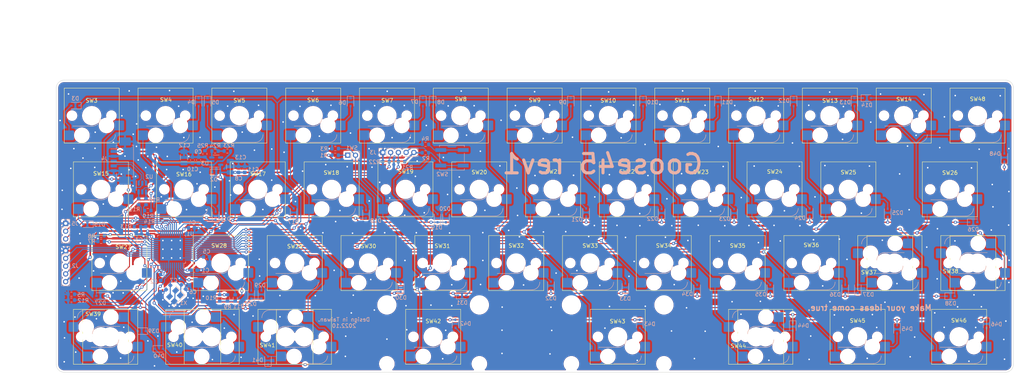
<source format=kicad_pcb>
(kicad_pcb (version 20211014) (generator pcbnew)
  (layers (0 "F.Cu" signal) (31 "B.Cu" signal) (34 "B.Paste" user) (35 "F.Paste" user) (36 "B.SilkS" user "B.Silkscreen") (37 "F.SilkS" user "F.Silkscreen") (38 "B.Mask" user) (39 "F.Mask" user) (44 "Edge.Cuts" user))
  (net 0 "")
  (net 1 "XTAL1")
  (net 2 "GND")
  (net 3 "XTAL2")
  (net 4 "+3.3V")
  (net 5 "VIN")
  (net 6 "row2")
  (net 7 "Net-(D3-Pad2)")
  (net 8 "row3")
  (net 9 "Net-(D4-Pad2)")
  (net 10 "row4")
  (net 11 "row1")
  (net 12 "Net-(D6-Pad2)")
  (net 13 "Net-(D7-Pad2)")
  (net 14 "Net-(D8-Pad2)")
  (net 15 "Net-(D9-Pad2)")
  (net 16 "Net-(D10-Pad2)")
  (net 17 "Net-(D11-Pad2)")
  (net 18 "Net-(D12-Pad2)")
  (net 19 "Net-(D13-Pad2)")
  (net 20 "Net-(D14-Pad2)")
  (net 21 "Net-(D15-Pad2)")
  (net 22 "Net-(D16-Pad2)")
  (net 23 "Net-(D17-Pad2)")
  (net 24 "Net-(D18-Pad2)")
  (net 25 "Net-(D19-Pad2)")
  (net 26 "Net-(D20-Pad2)")
  (net 27 "Net-(D21-Pad2)")
  (net 28 "Net-(D22-Pad2)")
  (net 29 "Net-(D23-Pad2)")
  (net 30 "Net-(D24-Pad2)")
  (net 31 "Net-(D25-Pad2)")
  (net 32 "Net-(D26-Pad2)")
  (net 33 "Net-(D27-Pad2)")
  (net 34 "Net-(D28-Pad2)")
  (net 35 "Net-(D29-Pad2)")
  (net 36 "Net-(D30-Pad2)")
  (net 37 "Net-(D31-Pad2)")
  (net 38 "Net-(D32-Pad2)")
  (net 39 "Net-(D33-Pad2)")
  (net 40 "Net-(D34-Pad2)")
  (net 41 "Net-(D35-Pad2)")
  (net 42 "Net-(D36-Pad2)")
  (net 43 "Net-(D37-Pad2)")
  (net 44 "Net-(D38-Pad2)")
  (net 45 "Net-(D39-Pad2)")
  (net 46 "Net-(D40-Pad2)")
  (net 47 "Net-(D41-Pad2)")
  (net 48 "Net-(D42-Pad2)")
  (net 49 "Net-(D43-Pad2)")
  (net 50 "Net-(D45-Pad2)")
  (net 51 "Net-(D46-Pad2)")
  (net 52 "Net-(D48-Pad2)")
  (net 53 "SWCLK")
  (net 54 "SWDIO")
  (net 55 "USB_D+")
  (net 56 "USB_D-")
  (net 57 "MISO")
  (net 58 "MOSI")
  (net 59 "SCK")
  (net 60 "BOOT0")
  (net 61 "RESET")
  (net 62 "Net-(R4-Pad1)")
  (net 63 "PC15")
  (net 64 "PC14")
  (net 65 "PC13")
  (net 66 "PA4")
  (net 67 "col2_1")
  (net 68 "CAPS_LED")
  (net 69 "Net-(R23-Pad1)")
  (net 70 "col1")
  (net 71 "col2")
  (net 72 "col3")
  (net 73 "col4")
  (net 74 "col5")
  (net 75 "col6")
  (net 76 "col7")
  (net 77 "col8")
  (net 78 "col9")
  (net 79 "col10")
  (net 80 "col11")
  (net 81 "col12")
  (net 82 "MCU_TX")
  (net 83 "MCU_RX")
  (net 85 "/Interface/USBTVSD-")
  (net 86 "/Interface/USBTVSD+")
  (net 87 "Net-(R24-Pad1)")
  (net 88 "Net-(D5-Pad2)")
  (net 89 "/Interface/USBD+")
  (net 90 "/Interface/USBD-")
  (net 91 "Net-(R1-Pad2)")
  (net 92 "PB11")
  (net 93 "PB10")
  (net 94 "PA3")
  (net 95 "PB12")
  (net 96 "Net-(D44-Pad2)")
  (footprint "Switch_Keyboard_Hotswap_Kailh.pretty:SW_Hotswap_Kailh_MX" (layer "F.Cu") (at 37.75875 86.04002 180)
    (fp_text reference "SW15")
    (fp_text value "SW_Push" hide)
  )
  (footprint "Switch_Keyboard_Hotswap_Kailh.pretty:SW_Hotswap_Kailh_MX" (layer "F.Cu") (at 154.44 86.04002 180)
    (fp_text reference "SW21")
    (fp_text value "SW_Push" hide)
  )
  (footprint "Switch_Keyboard_Hotswap_Kailh.pretty:SW_Hotswap_Kailh_MX" (layer "F.Cu") (at 173.49 86.04002 180)
    (fp_text reference "SW22")
    (fp_text value "SW_Push" hide)
  )
  (footprint "Switch_Keyboard_Hotswap_Kailh.pretty:SW_Hotswap_Kailh_MX" (layer "F.Cu") (at 54.4275 66.99002 180)
    (fp_text reference "SW4")
    (fp_text value "SW_Push" hide)
  )
  (footprint "Switch_Keyboard_Hotswap_Kailh.pretty:SW_Hotswap_Kailh_MX" (layer "F.Cu") (at 35.3775 66.99002 180)
    (fp_text reference "SW3")
    (fp_text value "SW_Push" hide)
  )
  (footprint "Switch_Keyboard_Hotswap_Kailh.pretty:SW_Hotswap_Kailh_MX" (layer "F.Cu") (at 263.9775 105.09002 180)
    (fp_text reference "SW38_1" hide)
    (fp_text value "SW_Push" hide)
  )
  (footprint "Mounting_Keyboard_Stabilizer.pretty:Stabilizer_Cherry_MX_2.00u" (layer "F.Cu") (at 171.10875 124.14002 180)
    (fp_text reference "REF2" hide)
    (fp_text value "Stabilizer_Cherry_MX_2.00u" hide)
  )
  (footprint "Switch_Keyboard_Hotswap_Kailh.pretty:SW_Hotswap_Kailh_MX" (layer "F.Cu") (at 225.8775 66.99002 180)
    (fp_text reference "SW13")
    (fp_text value "SW_Push" hide)
  )
  (footprint "Switch_Keyboard_Hotswap_Kailh.pretty:SW_Hotswap_Kailh_MX" (layer "F.Cu") (at 192.54 86.04002 180)
    (fp_text reference "SW23")
    (fp_text value "SW_Push" hide)
  )
  (footprint "Switch_Keyboard_Hotswap_Kailh.pretty:SW_Hotswap_Kailh_MX" (layer "F.Cu") (at 144.915 105.09002 180)
    (fp_text reference "SW32")
    (fp_text value "SW_Push" hide)
  )
  (footprint "Mounting_Keyboard_Stabilizer.pretty:Stabilizer_Cherry_MX_2.00u" (layer "F.Cu") (at 123.48375 124.14002 180)
    (fp_text reference "REF1" hide)
    (fp_text value "Stabilizer_Cherry_MX_2.00u" hide)
  )
  (footprint "Switch_Keyboard_Hotswap_Kailh.pretty:SW_Hotswap_Kailh_MX" (layer "F.Cu") (at 256.83375 86.04002 180)
    (fp_text reference "SW26")
    (fp_text value "SW_Push" hide)
  )
  (footprint "Switch_Keyboard_Hotswap_Kailh.pretty:SW_Hotswap_Kailh_MX" (layer "F.Cu") (at 61.57125 124.14002)
    (fp_text reference "SW40")
    (fp_text value "SW_Push" hide)
  )
  (footprint "Switch_Keyboard_Hotswap_Kailh.pretty:SW_Hotswap_Kailh_MX" (layer "F.Cu") (at 211.59 86.04002 180)
    (fp_text reference "SW24")
    (fp_text value "SW_Push" hide)
  )
  (footprint "Switch_Keyboard_Hotswap_Kailh.pretty:SW_Hotswap_Kailh_MX" (layer "F.Cu") (at 263.9775 66.99002 180)
    (fp_text reference "SW48")
    (fp_text value "SW_Push" hide)
  )
  (footprint "Switch_Keyboard_Hotswap_Kailh.pretty:SW_Hotswap_Kailh_MX" (layer "F.Cu") (at 85.38375 124.14002)
    (fp_text reference "SW41")
    (fp_text value "SW_Push" hide)
  )
  (footprint "Switch_Keyboard_Hotswap_Kailh.pretty:SW_Hotswap_Kailh_MX" (layer "F.Cu") (at 163.965 105.09002 180)
    (fp_text reference "SW33")
    (fp_text value "SW_Push" hide)
  )
  (footprint "Switch_Keyboard_Hotswap_Kailh.pretty:SW_Hotswap_Kailh_MX" (layer "F.Cu") (at 90.14625 124.14002 180)
    (fp_text reference "SW41_1" hide)
    (fp_text value "SW_Push" hide)
  )
  (footprint "Switch_Keyboard_Hotswap_Kailh.pretty:SW_Hotswap_Kailh_MX" (layer "F.Cu") (at 244.9275 66.99002 180)
    (fp_text reference "SW14")
    (fp_text value "SW_Push" hide)
  )
  (footprint "Switch_Keyboard_Hotswap_Kailh.pretty:SW_Hotswap_Kailh_MX" (layer "F.Cu") (at 209.20875 124.14002 180)
    (fp_text reference "SW44_1" hide)
    (fp_text value "SW_Push" hide)
  )
  (footprint "Switch_Keyboard_Hotswap_Kailh.pretty:SW_Hotswap_Kailh_MX" (layer "F.Cu") (at 135.39 86.04002 180)
    (fp_text reference "SW20")
    (fp_text value "SW_Push" hide)
  )
  (footprint "Switch_Keyboard_Hotswap_Kailh.pretty:SW_Hotswap_Kailh_MX" (layer "F.Cu") (at 149.6775 66.99002 180)
    (fp_text reference "SW9")
    (fp_text value "SW_Push" hide)
  )
  (footprint "Switch_Keyboard_Hotswap_Kailh.pretty:SW_Hotswap_Kailh_MX" (layer "F.Cu") (at 242.54625 105.09002 180)
    (fp_text reference "SW37_1" hide)
    (fp_text value "SW_Push" hide)
  )
  (footprint "Switch_Keyboard_Hotswap_Kailh.pretty:SW_Hotswap_Kailh_MX" (layer "F.Cu") (at 187.7775 66.99002 180)
    (fp_text reference "SW11")
    (fp_text value "SW_Push" hide)
  )
  (footprint "Switch_Keyboard_Hotswap_Kailh.pretty:SW_Hotswap_Kailh_MX" (layer "F.Cu") (at 183.015 105.09002 180)
    (fp_text reference "SW34")
    (fp_text value "SW_Push" hide)
  )
  (footprint "Switch_Keyboard_Hotswap_Kailh.pretty:SW_Hotswap_Kailh_MX" (layer "F.Cu") (at 78.24 86.04002 180)
    (fp_text reference "SW17")
    (fp_text value "SW_Push" hide)
  )
  (footprint "Switch_Keyboard_Hotswap_Kailh.pretty:SW_Hotswap_Kailh_MX" (layer "F.Cu") (at 130.6275 66.99002 180)
    (fp_text reference "SW8")
    (fp_text value "SW_Push" hide)
  )
  (footprint "Switch_Keyboard_Hotswap_Kailh.pretty:SW_Hotswap_Kailh_MX" (layer "F.Cu") (at 168.7275 66.99002 180)
    (fp_text reference "SW10")
    (fp_text value "SW_Push" hide)
  )
  (footprint "Switch_Keyboard_Hotswap_Kailh.pretty:SW_Hotswap_Kailh_MX" (layer "F.Cu") (at 68.715 105.09002 180)
    (fp_text reference "SW28")
    (fp_text value "SW_Push" hide)
  )
  (footprint "Switch_Keyboard_Hotswap_Kailh.pretty:SW_Hotswap_Kailh_MX" (layer "F.Cu") (at 206.8275 66.99002 180)
    (fp_text reference "SW12")
    (fp_text value "SW_Push" hide)
  )
  (footprint "Switch_Keyboard_Hotswap_Kailh.pretty:SW_Hotswap_Kailh_MX" (layer "F.Cu") (at 259.215 124.14002 180)
    (fp_text reference "SW46")
    (fp_text value "SW_Push" hide)
  )
  (footprint "Switch_Keyboard_Hotswap_Kailh.pretty:SW_Hotswap_Kailh_MX" (layer "F.Cu") (at 97.29 86.04002 180)
    (fp_text reference "SW18")
    (fp_text value "SW_Push" hide)
  )
  (footprint "Switch_Keyboard_Hotswap_Kailh.pretty:SW_Hotswap_Kailh_MX" (layer "F.Cu") (at 42.52125 105.09002 180)
    (fp_text reference "SW27")
    (fp_text value "SW_Push" hide)
  )
  (footprint "Switch_Keyboard_Hotswap_Kailh.pretty:SW_Hotswap_Kailh_MX" (layer "F.Cu") (at 221.115 105.09002 180)
    (fp_text reference "SW36")
    (fp_text value "SW_Push" hide)
  )
  (footprint "Switch_Keyboard_Hotswap_Kailh.pretty:SW_Hotswap_Kailh_MX" (layer "F.Cu") (at 59.19 86.04002 180)
    (fp_text reference "SW16")
    (fp_text value "SW_Push" hide)
  )
  (footprint "Switch_Keyboard_Hotswap_Kailh.pretty:SW_Hotswap_Kailh_MX" (layer "F.Cu") (at 37.75875 124.14002)
    (fp_text reference "SW39")
    (fp_text value "SW_Push" hide)
  )
  (footprint "Switch_Keyboard_Hotswap_Kailh.pretty:SW_Hotswap_Kailh_MX" (layer "F.Cu") (at 233.02125 124.14002 180)
    (fp_text reference "SW45")
    (fp_text value "SW_Push" hide)
  )
  (footprint "Switch_Keyboard_Hotswap_Kailh.pretty:SW_Hotswap_Kailh_MX" (layer "F.Cu") (at 87.765 105.09002 180)
    (fp_text reference "SW29")
    (fp_text value "SW_Push" hide)
  )
  (footprint "Switch_Keyboard_Hotswap_Kailh.pretty:SW_Hotswap_Kailh_MX" (layer "F.Cu") (at 230.64 86.04002 180)
    (fp_text reference "SW25")
    (fp_text value "SW_Push" hide)
  )
  (footprint "Switch_Keyboard_Hotswap_Kailh.pretty:SW_Hotswap_Kailh_MX" (layer "F.Cu") (at 73.4775 66.99002 180)
    (fp_text reference "SW5")
    (fp_text value "SW_Push" hide)
  )
  (footprint "Switch_Keyboard_Hotswap_Kailh.pretty:SW_Hotswap_Kailh_MX" (layer "F.Cu") (at 106.815 105.09002 180)
    (fp_text reference "SW30")
    (fp_text value "SW_Push" hide)
  )
  (footprint "Switch_Keyboard_Hotswap_Kailh.pretty:SW_Hotswap_Kailh_MX" (layer "F.Cu") (at 240.165 105.09002)
    (fp_text reference "SW37")
    (fp_text value "SW_Push" hide)
  )
  (footprint "Switch_Keyboard_Hotswap_Kailh.pretty:SW_Hotswap_Kailh_MX" (layer "F.Cu") (at 261.59625 105.09002)
    (fp_text reference "SW38")
    (fp_text value "SW_Push" hide)
  )
  (footprint "Switch_Keyboard_Hotswap_Kailh.pretty:SW_Hotswap_Kailh_MX" (layer "F.Cu") (at 40.14 124.14002 180)
    (fp_text reference "SW39_1" hide)
    (fp_text value "SW_Push" hide)
  )
  (footprint "Switch_Keyboard_Hotswap_Kailh.pretty:SW_Hotswap_Kailh_MX" (layer "F.Cu") (at 92.5275 66.99002 180)
    (fp_text reference "SW6")
    (fp_text value "SW_Push" hide)
  )
  (footprint "Switch_Keyboard_Hotswap_Kailh.pretty:SW_Hotswap_Kailh_MX" (layer "F.Cu") (at 206.8275 124.14002)
    (fp_text reference "SW44")
    (fp_text value "SW_Push" hide)
  )
  (footprint "Switch_Keyboard_Hotswap_Kailh.pretty:SW_Hotswap_Kailh_MX" (layer "F.Cu") (at 111.5775 66.99002 180)
    (fp_text reference "SW7")
    (fp_text value "SW_Push" hide)
  )
  (footprint "Switch_Keyboard_Hotswap_Kailh.pretty:SW_Hotswap_Kailh_MX" (layer "F.Cu") (at 171.10875 124.14002 180)
    (fp_text reference "SW43")
    (fp_text value "SW_Push" hide)
  )
  (footprint "Switch_Keyboard_Hotswap_Kailh.pretty:SW_Hotswap_Kailh_MX" (layer "F.Cu") (at 66.33375 124.14002 180)
    (fp_text reference "SW40_1" hide)
    (fp_text value "SW_Push" hide)
  )
  (footprint "Switch_Keyboard_Hotswap_Kailh.pretty:SW_Hotswap_Kailh_MX" (layer "F.Cu") (at 125.865 105.09002 180)
    (fp_text reference "SW31")
    (fp_text value "SW_Push" hide)
  )
  (footprint "Switch_Keyboard_Hotswap_Kailh.pretty:SW_Hotswap_Kailh_MX" (layer "F.Cu") (at 123.48375 124.14002 180)
    (fp_text reference "SW42")
    (fp_text value "SW_Push" hide)
  )
  (footprint "Switch_Keyboard_Hotswap_Kailh.pretty:SW_Hotswap_Kailh_MX" (layer "F.Cu") (at 116.34 86.04002 180)
    (fp_text reference "SW19")
    (fp_text value "SW_Push" hide)
  )
  (footprint "Switch_Keyboard_Hotswap_Kailh.pretty:SW_Hotswap_Kailh_MX" (layer "F.Cu") (at 202.065 105.09002 180)
    (fp_text reference "SW35")
    (fp_text value "SW_Push" hide)
  )
  (footprint "Diode_SMD:D_SOD-323" (layer "B.Cu") (at 126.79 93.48 90)
    (fp_text reference "D20")
    (fp_text value "1N4148" hide)
  )
  (footprint "Resistor_SMD:R_0603_1608Metric" (layer "B.Cu") (at 70.4 114.11 90)
    (fp_text reference "R9")
    (fp_text value "10K/5%" hide)
  )
  (footprint "Diode_SMD:D_SOD-323" (layer "B.Cu") (at 220.66 92.02 90)
    (fp_text reference "D24")
    (fp_text value "1N4148" hide)
  )
  (footprint "Capacitor_SMD:C_0603_1608Metric" (layer "B.Cu") (at 65 103.47)
    (fp_text reference "C5")
    (fp_text value "100nF/16V" hide)
  )
  (footprint "Diode_SMD:D_SOD-323" (layer "B.Cu") (at 216.29375 121.5 -90)
    (fp_text reference "D44")
    (fp_text value "1N4148" hide)
  )
  (footprint "Capacitor_SMD:C_0603_1608Metric" (layer "B.Cu") (at 73.27 80.89 90)
    (fp_text reference "C8")
    (fp_text value "100nF/16V" hide)
  )
  (footprint "Connector_Molex:Molex_PicoBlade_53261-0571_1x05-1MP_P1.25mm_Horizontal" (layer "B.Cu") (at 43.45 78.73 -90)
    (fp_text reference "J4")
    (fp_text value "USB connector" hide)
  )
  (footprint "Diode_SMD:D_SOD-323" (layer "B.Cu") (at 232.22 63.5 -90)
    (fp_text reference "D13")
    (fp_text value "1N4148" hide)
  )
  (footprint "Diode_SMD:D_SOD-323" (layer "B.Cu") (at 48.27 122.67 180)
    (fp_text reference "D39")
    (fp_text value "1N4148" hide)
  )
  (footprint "Connector_PinHeader_2.00mm:PinHeader_1x03_P2.00mm_Vertical" (layer "B.Cu") (at 28.65 94.85 180)
    (fp_text reference "J5")
    (fp_text value "USART")
  )
  (footprint "Capacitor_SMD:C_0603_1608Metric" (layer "B.Cu") (at 55.11 111.38 -135)
    (fp_text reference "C7")
    (fp_text value "22pF/50V" hide)
  )
  (footprint "Diode_SMD:D_SOD-323" (layer "B.Cu") (at 266.29 120.8 -90)
    (fp_text reference "D46")
    (fp_text value "1N4148" hide)
  )
  (footprint "Diode_SMD:D_SOD-323" (layer "B.Cu") (at 67.51 81.67)
    (fp_text reference "D2")
    (fp_text value "1N4148" hide)
  )
  (footprint "Capacitor_SMD:C_0603_1608Metric" (layer "B.Cu") (at 62.96 78.48 90)
    (fp_text reference "C9")
    (fp_text value "100nF/16V" hide)
  )
  (footprint "Connector_PinHeader_2.00mm:PinHeader_1x02_P2.00mm_Vertical" (layer "B.Cu") (at 101.45 77.22 -90)
    (fp_text reference "SW1")
    (fp_text value "Conn_01x02_Female" hide)
  )
  (footprint "Resistor_SMD:R_0603_1608Metric" (layer "B.Cu") (at 67.2 76.15)
    (fp_text reference "R24")
    (fp_text value "100R/5%" hide)
  )
  (footprint "Capacitor_SMD:C_1206_3216Metric" (layer "B.Cu") (at 71.11 80.19 90)
    (fp_text reference "C13")
    (fp_text value "100uF/16V" hide)
  )
  (footprint "Diode_SMD:D_SOD-323" (layer "B.Cu") (at 233.08 111.75 90)
    (fp_text reference "D37")
    (fp_text value "1N4148" hide)
  )
  (footprint "Capacitor_SMD:C_1206_3216Metric" (layer "B.Cu") (at 59.19 77.78 90)
    (fp_text reference "C12")
    (fp_text value "100uF/16V" hide)
  )
  (footprint "Resistor_SMD:R_0603_1608Metric" (layer "B.Cu") (at 121.49 76.59)
    (fp_text reference "R2")
    (fp_text value "10K/5%" hide)
  )
  (footprint "Resistor_SMD:R_0603_1608Metric" (layer "B.Cu") (at 49.85 91.53)
    (fp_text reference "R19")
    (fp_text value "1.5K/5%" hide)
  )
  (footprint "Resistor_SMD:R_0603_1608Metric" (layer "B.Cu") (at 64.59 76.88 -90)
    (fp_text reference "R25")
    (fp_text value "10K/5%" hide)
  )
  (footprint "Diode_SMD:D_SOD-323" (layer "B.Cu") (at 201.15 92.19 90)
    (fp_text reference "D23")
    (fp_text value "1N4148" hide)
  )
  (footprint "Resistor_SMD:R_0603_1608Metric" (layer "B.Cu") (at 30.125 113.14)
    (fp_text reference "R5")
    (fp_text value "10K/5%" hide)
  )
  (footprint "Diode_SMD:D_SOD-323" (layer "B.Cu") (at 270.89 77.82 90)
    (fp_text reference "D48")
    (fp_text value "1N4148" hide)
  )
  (footprint "Diode_SMD:D_SOD-323" (layer "B.Cu") (at 243.2 122.19 -90)
    (fp_text reference "D45")
    (fp_text value "1N4148" hide)
  )
  (footprint "Capacitor_SMD:C_0603_1608Metric" (layer "B.Cu") (at 59.06 111.25 -45)
    (fp_text reference "C6")
    (fp_text value "22pF/50V" hide)
  )
  (footprint "Diode_SMD:D_SOD-323" (layer "B.Cu") (at 173.1 111.4 90)
    (fp_text reference "D33")
    (fp_text value "1N4148" hide)
  )
  (footprint "Diode_SMD:D_SOD-323" (layer "B.Cu") (at 52.72 127.26)
    (fp_text reference "D40")
    (fp_text value "1N4148" hide)
  )
  (footprint "Resistor_SMD:R_0603_1608Metric" (layer "B.Cu") (at 98.22 75.53 180)
    (fp_text reference "R3")
    (fp_text value "100K/5%" hide)
  )
  (footprint "Diode_SMD:D_SOD-323" (layer "B.Cu") (at 153.88 110.95 90)
    (fp_text reference "D32")
    (fp_text value "1N4148" hide)
  )
  (footprint "Connector_PinHeader_2.00mm:PinHeader_1x05_P2.00mm_Vertical" (layer "B.Cu") (at 110.51 76.5 -90)
    (fp_text reference "J3")
    (fp_text value "Debugger" hide)
  )
  (footprint "Resistor_SMD:R_0603_1608Metric" (layer "B.Cu") (at 121.51 74.42 180)
    (fp_text reference "R4")
    (fp_text value "100K/5%" hide)
  )
  (footprint "Resistor_SMD:R_0603_1608Metric" (layer "B.Cu") (at 37.8 99.49)
    (fp_text reference "R7")
    (fp_text value "10K/5%" hide)
  )
  (footprint "Resistor_SMD:R_0603_1608Metric" (layer "B.Cu") (at 50.15 95.67)
    (fp_text reference "R14")
    (fp_text value "10K/5%" hide)
  )
  (footprint "Diode_SMD:D_SOD-323" (layer "B.Cu") (at 76.54 113.1975 90)
    (fp_text reference "D28")
    (fp_text value "1N4148" hide)
  )
  (footprint "Diode_SMD:D_SOD-323" (layer "B.Cu") (at 123.37 63.5 -90)
    (fp_text reference "D8")
    (fp_text value "1N4148" hide)
  )
  (footprint "Resistor_SMD:R_0603_1608Metric" (layer "B.Cu") (at 72.4 114.11 90)
    (fp_text reference "R11")
    (fp_text value "10K/5%" hide)
  )
  (footprint "Resistor_SMD:R_0603_1608Metric" (layer "B.Cu") (at 68.4 114.11 90)
    (fp_text reference "R10")
    (fp_text value "10K/5%" hide)
  )
  (footprint "Diode_SMD:D_SOD-323" (layer "B.Cu") (at 262.87 94.54)
    (fp_text reference "D26")
    (fp_text value "1N4148" hide)
  )
  (footprint "Diode_SMD:D_SOD-323" (layer "B.Cu") (at 162.97 92.02 90)
    (fp_text reference "D21")
    (fp_text value "1N4148" hide)
  )
  (footprint "Diode_SMD:D_SOD-323" (layer "B.Cu") (at 177.66 63.5 -90)
    (fp_text reference "D10")
    (fp_text value "1N4148" hide)
  )
  (footprint "Capacitor_SMD:C_0603_1608Metric" (layer "B.Cu") (at 61.39 78.48 90)
    (fp_text reference "C10")
    (fp_text value "1uF/16V" hide)
  )
  (footprint "Diode_SMD:D_SOD-323" (layer "B.Cu") (at 37.62 113.6 180)
    (fp_text reference "D27")
    (fp_text value "1N4148" hide)
  )
  (footprint "Diode_SMD:D_SOD-323" (layer "B.Cu") (at 124.63 93.48 90)
    (fp_text reference "D19")
    (fp_text value "1N4148" hide)
  )
  (footprint "Capacitor_SMD:C_0603_1608Metric" (layer "B.Cu") (at 61.11 95.98)
    (fp_text reference "C4")
    (fp_text value "100nF/16V" hide)
  )
  (footprint "Diode_SMD:D_SOD-323" (layer "B.Cu") (at 65.27 63.5 -90)
    (fp_text reference "D5")
    (fp_text value "1N4148" hide)
  )
  (footprint "Crystal:Crystal_SMD_TXC_7M-4Pin_3.2x2.5mm" (layer "B.Cu") (at 56.84 113.58 -135)
    (fp_text reference "X1")
    (fp_text value "Crystal_GND24" hide)
  )
  (footprint "Resistor_SMD:R_0603_1608Metric" (layer "B.Cu") (at 111.33 78.86)
    (fp_text reference "R22")
    (fp_text value "10K/5%" hide)
  )
  (footprint "Capacitor_SMD:C_0603_1608Metric" (layer "B.Cu") (at 74.87 80.89 90)
    (fp_text reference "C11")
    (fp_text value "1uF/16V" hide)
  )
  (footprint "Diode_SMD:D_SOD-323" (layer "B.Cu") (at 67.36 92.88 90)
    (fp_text reference "D16")
    (fp_text value "1N4148" hide)
  )
  (footprint "Diode_SMD:D_SOD-323" (layer "B.Cu") (at 235.43 62.45)
    (fp_text reference "D14")
    (fp_text value "1N4148" hide)
  )
  (footprint "Diode_SMD:D_SOD-323" (layer "B.Cu") (at 159.01 63.5 -90)
    (fp_text reference "D9")
    (fp_text value "1N4148" hide)
  )
  (footprint "Resistor_SMD:R_0603_1608Metric" (layer "B.Cu") (at 47.17 95.67 180)
    (fp_text reference "R13")
    (fp_text value "10K/5%" hide)
  )
  (footprint "Resistor_SMD:R_0603_1608Metric" (layer "B.Cu") (at 30.125 114.65)
    (fp_text reference "R12")
    (fp_text value "10K/5%" hide)
  )
  (footprint "Package_QFP:LQFP-48_7x7mm_P0.5mm" (layer "B.Cu") (at 55.99 101.52 90)
    (fp_text reference "U1")
    (fp_text value "STM32F103CBTx" hide)
  )
  (footprint "Resistor_SMD:R_0603_1608Metric" (layer "B.Cu") (at 98.21 77.22)
    (fp_text reference "R1")
    (fp_text value "10K/5%" hide)
  )
  (footprint "Diode_SMD:D_SOD-323" (layer "B.Cu") (at 34.26 95.05 180)
    (fp_text reference "D15")
    (fp_text value "1N4148" hide)
  )
  (footprint "Capacitor_SMD:C_0603_1608Metric" (layer "B.Cu") (at 61.83 106.94)
    (fp_text reference "C1")
    (fp_text value "1uF/16V" hide)
  )
  (footprint "Resistor_SMD:R_0603_1608Metric" (layer "B.Cu") (at 70.38 76.15)
    (fp_text reference "R23")
    (fp_text value "39K/5%" hide)
  )
  (footprint "Diode_SMD:D_SOD-323" (layer "B.Cu") (at 129.25 120.8 -90)
    (fp_text reference "D42")
    (fp_text value "1N4148" hide)
  )
  (footprint "Resistor_SMD:R_0603_1608Metric" (layer "B.Cu") (at 49.38 89.19 -90)
    (fp_text reference "R18")
    (fp_text value "22R/5%" hide)
  )
  (footprint "Diode_SMD:D_SOD-323" (layer "B.Cu") (at 229.83 111.75 90)
    (fp_text reference "D36")
    (fp_text value "1N4148" hide)
  )
  (footprint "Diode_SMD:D_SOD-323" (layer "B.Cu") (at 196.98 63.5 -90)
    (fp_text reference "D11")
    (fp_text value "1N4148" hide)
  )
  (footprint "Diode_SMD:D_SOD-323" (layer "B.Cu") (at 130.94 113.47)
    (fp_text reference "D31")
    (fp_text value "1N4148" hide)
  )
  (footprint "Diode_SMD:D_SOD-323" (layer "B.Cu") (at 79.17 113.1975 90)
    (fp_text reference "D29")
    (fp_text value "1N4148" hide)
  )
  (footprint "Capacitor_SMD:C_0603_1608Metric" (layer "B.Cu") (at 49 97.64 180)
    (fp_text reference "C3")
    (fp_text value "100nF/16V" hide)
  )
  (footprint "Diode_SMD:D_SOD-323" (layer "B.Cu") (at 191.62 111.77 90)
    (fp_text reference "D34")
    (fp_text value "1N4148" hide)
  )
  (footprint "Diode_SMD:D_SOD-323" (layer "B.Cu") (at 31.15 64.41 180)
    (fp_text reference "D3")
    (fp_text value "1N4148" hide)
  )
  (footprint "Diode_SMD:D_SOD-323" (layer "B.Cu") (at 115.12 111.45 90)
    (fp_text reference "D30")
    (fp_text value "1N4148" hide)
  )
  (footprint "Resistor_SMD:R_0603_1608Metric" (layer "B.Cu") (at 37.8 98.02)
    (fp_text reference "R8")
    (fp_text value "10K/5%" hide)
  )
  (footprint "Diode_SMD:D_SOD-323" (layer "B.Cu") (at 102.17 63.5 -90)
    (fp_text reference "D6")
    (fp_text value "1N4148" hide)
  )
  (footprint "Button_Switch_SMD:SW_Push_1P1T_NO_CK_KSC6xxJ" (layer "B.Cu") (at 128.34 77.88 180)
    (fp_text reference "SW2")
    (fp_text value "SW_Push" hide)
  )
  (footprint "Connector_PinHeader_2.00mm:PinHeader_1x05_P2.00mm_Vertical" (layer "B.Cu") (at 28.65 101.89 180)
    (fp_text reference "J2")
    (fp_text value "SPI")
  )
  (footprint "Diode_SMD:D_SOD-323" (layer "B.Cu") (at 106.16 92.435 90)
    (fp_text reference "D18")
    (fp_text value "1N4148" hide)
  )
  (footprint "Diode_SMD:D_SOD-323" (layer "B.Cu") (at 120.84 63.5 -90)
    (fp_text reference "D7")
    (fp_text value "1N4148" hide)
  )
  (footprint "Diode_SMD:D_SOD-323" (layer "B.Cu") (at 257.05 113.66)
    (fp_text reference "D38")
    (fp_text value "1N4148" hide)
  )
  (footprint "Resistor_SMD:R_0603_1608Metric" (layer "B.Cu") (at 47.48 89.19 -90)
    (fp_text reference "R15")
    (fp_text value "22R/5%" hide)
  )
  (footprint "Package_TO_SOT_SMD:SOT-23-6" (layer "B.Cu") (at 48.43 85.5625 -90)
    (fp_text reference "U2")
    (fp_text value "USBLC6-2SC6" hide)
  )
  (footprint "Resistor_SMD:R_0603_1608Metric" (layer "B.Cu") (at 115.33 78.86 180)
    (fp_text reference "R21")
    (fp_text value "10K/5%" hide)
  )
  (footprint "Diode_SMD:D_SOD-323" (layer "B.Cu") (at 240.79 92.0975 90)
    (fp_text reference "D25")
    (fp_text value "1N4148" hide)
  )
  (footprint "Diode_SMD:D_SOD-323" (layer "B.Cu") (at 87.49 92.04 90)
    (fp_text reference "D17")
    (fp_text value "1N4148" hide)
  )
  (footprint "Diode_SMD:D_SOD-323" (layer "B.Cu") (at 176.81 120.81 -90)
    (fp_text reference "D43")
    (fp_text value "1N4148" hide)
  )
  (footprint "Diode_SMD:D_SOD-323" (layer "B.Cu") (at 182.45 92.16 90)
    (fp_text reference "D22")
    (fp_text value "1N4148" hide)
  )
  (footprint "Diode_SMD:D_SOD-323" (layer "B.Cu") (at 210.49 111.76 90)
    (fp_text reference "D35")
    (fp_text value "1N4148" hide)
  )
  (footprint "Package_TO_SOT_SMD:SOT-23-5" (layer "B.Cu") (at 67.51 78.75)
    (fp_text reference "U3")
    (fp_text value "TLV75533PDBV" hide)
  )
  (footprint "Diode_SMD:D_SOD-323" (layer "B.Cu") (at 216.52 63.5 -90)
    (fp_text reference "D12")
    (fp_text value "1N4148" hide)
  )
  (footprint "Capacitor_SMD:C_0603_1608Metric" (layer "B.Cu") (at 53.19 108.81 -90)
    (fp_text reference "C2")
    (fp_text value "100nF/16V" hide)
  )
  (footprint "Diode_SMD:D_SOD-323" (layer "B.Cu") (at 80.87 130.27 90)
    (fp_text reference "D41")
    (fp_text value "1N4148" hide)
  )
  (footprint "Diode_SMD:D_SOD-323" (layer "B.Cu") (at 62.96 63.5 -90)
    (fp_text reference "D4")
    (fp_text value "1N4148" hide)
  )
  (gr_arc locked (start 273.23 131.29) (mid 272.644214 132.704214) (end 271.23 133.29) (layer "Edge.Cuts") (width 0.1))
  (gr_line locked (start 26.23 131.29) (end 26.23 59.84004) (layer "Edge.Cuts") (width 0.1))
  (gr_arc locked (start 271.23 57.84004) (mid 272.644214 58.425826) (end 273.23 59.84004) (layer "Edge.Cuts") (width 0.1))
  (gr_line locked (start 28.23 133.29) (end 271.23 133.29) (layer "Edge.Cuts") (width 0.1))
  (gr_arc locked (start 26.23 59.84004) (mid 26.815786 58.425826) (end 28.23 57.84004) (layer "Edge.Cuts") (width 0.1))
  (gr_line locked (start 28.23 57.84004) (end 271.23 57.84004) (layer "Edge.Cuts") (width 0.1))
  (gr_arc locked (start 28.23 133.29) (mid 26.815786 132.704214) (end 26.23 131.29) (layer "Edge.Cuts") (width 0.1))
  (gr_line locked (start 273.23 59.84004) (end 273.23 131.29) (layer "Edge.Cuts") (width 0.1))
  (gr_text "Goose45 rev1" (at 167.2 79.51) (layer "B.SilkS") (effects (font (size 5 5) (thickness 0.8)) (justify mirror)))
  (gr_text "Design in Taiwan.\n2022.10" (at 100.49 120.49) (layer "B.SilkS") (effects (font (size 1 1)) (justify mirror)))
  (gr_text "Make your ideas come true." (at 236.11 116.65) (layer "B.SilkS") (effects (font (size 1.5 1.5) (thickness 0.3)) (justify mirror)))
  (segment (start 56.74 109.36) (end 56.74 105.6825) (width 0.25) (layer "B.Cu") (net 1))
  (segment (start 58.081992 110.701992) (end 56.74 109.36) (width 0.25) (layer "B.Cu") (net 1))
  (segment (start 58.34 110.873984) (end 58.511992 110.701992) (width 0.25) (layer "B.Cu") (net 1))
  (segment (start 58.511992 110.701992) (end 58.081992 110.701992) (width 0.25) (layer "B.Cu") (net 1))
  (segment (start 58.218858 113.403223) (end 58.34 113.282081) (width 0.25) (layer "B.Cu") (net 1))
  (segment (start 58.34 113.282081) (end 58.34 110.873984) (width 0.25) (layer "B.Cu") (net 1))
  (segment (start 71.765 79.37) (end 69.9225 77.5275) (width 0.4) (layer "F.Cu") (net 2))
  (segment (start 70.01 82.24) (end 70.01 92.22) (width 0.4) (layer "F.Cu") (net 2))
  (segment (start 106.94 75.53) (end 96.67 75.53) (width 0.4) (layer "F.Cu") (net 2))
  (segment (start 63.59 106.94) (end 62.36 108.17) (width 0.25) (layer "F.Cu") (net 2))
  (segment (start 53.37 99.27) (end 53.74 99.27) (width 0.4) (layer "F.Cu") (net 2))
  (segment (start 62.93 96.12) (end 61.39 96.12) (width 0.4) (layer "F.Cu") (net 2))
  (segment (start 61.39 96.12) (end 58.24 99.27) (width 0.4) (layer "F.Cu") (net 2))
  (segment (start 65.6 98.97) (end 65.6 105.58) (width 0.4) (layer "F.Cu") (net 2))
  (segment (start 71.77 79.37) (end 71.765 79.37) (width 0.4) (layer "F.Cu") (net 2))
  (segment (start 110.51 76.5) (end 107.91 76.5) (width 0.4) (layer "F.Cu") (net 2))
  (segment (start 46.7025 98.1375) (end 48.7225 98.1375) (width 0.4) (layer "F.Cu") (net 2))
  (segment (start 71.77 79.37) (end 71.77 80.48) (width 0.4) (layer "F.Cu") (net 2))
  (segment (start 64.24 106.94) (end 63.59 106.94) (width 0.4) (layer "F.Cu") (net 2))
  (segment (start 28.65 86.32) (end 37.52 77.45) (width 0.4) (layer "F.Cu") (net 2))
  (segment (start 43.99 77.48) (end 43.96 77.45) (width 0.4) (layer "F.Cu") (net 2))
  (segment (start 86.68 79.37) (end 90.52 75.53) (width 0.4) (layer "F.Cu") (net 2))
  (segment (start 69.9225 77.5275) (end 60.4125 77.5275) (width 0.4) (layer "F.Cu") (net 2))
  (segment (start 107.91 76.5) (end 106.94 75.53) (width 0.4) (layer "F.Cu") (net 2))
  (segment (start 90.52 75.53) (end 96.67 75.53) (width 0.4) (layer "F.Cu") (net 2))
  (segment (start 59.63 108.91) (end 59.63 110.37) (width 0.25) (layer "F.Cu") (net 2))
  (segment (start 68.41 96.16) (end 68.37 96.12) (width 0.4) (layer "F.Cu") (net 2))
  (segment (start 60.37 108.17) (end 59.63 108.91) (width 0.25) (layer "F.Cu") (net 2))
  (segment (start 36.975 98.755) (end 46.085 98.755) (width 0.4) (layer "F.Cu") (net 2))
  (segment (start 62.36 108.17) (end 60.37 108.17) (width 0.25) (layer "F.Cu") (net 2))
  (segment (start 46.085 98.755) (end 46.7025 98.1375) (width 0.4) (layer "F.Cu") (net 2))
  (segment (start 65.6 105.58) (end 64.24 106.94) (width 0.4) (layer "F.Cu") (net 2))
  (segment (start 37.52 77.45) (end 43.96 77.45) (width 0.4) (layer "F.Cu") (net 2))
  (segment (start 71.77 79.37) (end 86.68 79.37) (width 0.4) (layer "F.Cu") (net 2))
  (segment (start 48.7225 98.1375) (end 49.8225 98.1375) (width 0.4) (layer "F.Cu") (net 2))
  (segment (start 51.583732 97.483732) (end 53.37 99.27) (width 0.4) (layer "F.Cu") (net 2))
  (segment (start 28.65 94.85) (end 28.65 86.32) (width 0.4) (layer "F.Cu") (net 2))
  (segment (start 71.77 80.48) (end 70.01 82.24) (width 0.4) (layer "F.Cu") (net 2))
  (segment (start 43.025 82.105) (end 43.96 81.17) (width 0.4) (layer "F.Cu") (net 2))
  (segment (start 49.84 77.48) (end 43.99 77.48) (width 0.4) (layer "F.Cu") (net 2))
  (segment (start 68.41 96.16) (end 65.6 98.97) (width 0.4) (layer "F.Cu") (net 2))
  (segment (start 43.96 81.17) (end 43.96 77.45) (width 0.4) (layer "F.Cu") (net 2))
  (segment (start 49.8225 98.1375) (end 50.476268 97.483732) (width 0.4) (layer "F.Cu") (net 2))
  (segment (start 68.37 96.12) (end 62.93 96.12) (width 0.4) (layer "F.Cu") (net 2))
  (segment (start 50.476268 97.483732) (end 51.583732 97.483732) (width 0.4) (layer "F.Cu") (net 2))
  (via (at 178.18 74.43) (size 0.8) (drill 0.4) (layers "F.Cu" "B.Cu") (net 2))
  (via (at 204.99 95.39) (size 0.8) (drill 0.4) (layers "F.Cu" "B.Cu") (net 2))
  (via (at 89.79 81.34) (size 0.8) (drill 0.4) (layers "F.Cu" "B.Cu") (net 2))
  (via (at 255.43 67.31) (size 0.8) (drill 0.4) (layers "F.Cu" "B.Cu") (net 2))
  (via (at 43.025 82.105) (size 0.8) (drill 0.4) (layers "F.Cu" "B.Cu") (net 2))
  (via (at 155.87 92.54) (size 0.8) (drill 0.4) (layers "F.Cu" "B.Cu") (net 2))
  (via (at 141.26 128.44) (size 0.8) (drill 0.4) (layers "F.Cu" "B.Cu") (net 2))
  (via (at 107 89.04) (size 0.8) (drill 0.4) (layers "F.Cu" "B.Cu") (net 2))
  (via (at 77.37 75.92) (size 0.8) (drill 0.4) (layers "F.Cu" "B.Cu") (net 2))
  (via (at 99.43 91.53) (size 0.8) (drill 0.4) (layers "F.Cu" "B.Cu") (net 2))
  (via (at 118.91 82.68) (size 0.8) (drill 0.4) (layers "F.Cu" "B.Cu") (net 2))
  (via (at 111.63 60.7) (size 0.8) (drill 0.4) (layers "F.Cu" "B.Cu") (net 2))
  (via (at 63.59 106.94) (size 0.8) (drill 0.4) (layers "F.Cu" "B.Cu") (net 2))
  (via (at 28.28 130.6) (size 0.8) (drill 0.4) (layers "F.Cu" "B.Cu") (net 2))
  (via (at 188.88 116.65) (size 0.8) (drill 0.4) (layers "F.Cu" "B.Cu") (net 2))
  (via (at 84.77 68.63) (size 0.8) (drill 0.4) (layers "F.Cu" "B.Cu") (net 2))
  (via (at 145.75 98.3) (size 0.8) (drill 0.4) (layers "F.Cu" "B.Cu") (net 2))
  (via (at 77.01 118.77) (size 0.8) (drill 0.4) (layers "F.Cu" "B.Cu") (net 2))
  (via (at 145.27 92.79) (size 0.8) (drill 0.4) (layers "F.Cu" "B.Cu") (net 2))
  (via (at 127.37 64.48) (size 0.8) (drill 0.4) (layers "F.Cu" "B.Cu") (net 2))
  (via (at 225.89 115.08) (size 0.8) (drill 0.4) (layers "F.Cu" "B.Cu") (net 2))
  (via (at 159.72 82.41) (size 0.8) (drill 0.4) (layers "F.Cu" "B.Cu") (net 2))
  (via (at 149.77 82.47) (size 0.8) (drill 0.4) (layers "F.Cu" "B.Cu") (net 2))
  (via (at 59.63 110.37) (size 0.8) (drill 0.4) (layers "F.Cu" "B.Cu") (net 2))
  (via (at 169 116.3) (size 0.8) (drill 0.4) (layers "F.Cu" "B.Cu") (net 2))
  (via (at 144.71 64.38) (size 0.8) (drill 0.4) (layers "F.Cu" "B.Cu") (net 2))
  (via (at 228.33 98.9) (size 0.8) (drill 0.4) (layers "F.Cu" "B.Cu") (net 2))
  (via (at 117.53 72.68) (size 0.8) (drill 0.4) (layers "F.Cu" "B.Cu") (net 2))
  (via (at 49.84 77.48) (size 0.8) (drill 0.4) (layers "F.Cu" "B.Cu") (net 2))
  (via (at 126.73 122.47) (size 0.8) (drill 0.4) (layers "F.Cu" "B.Cu") (net 2))
  (via (at 253.56 109.16) (size 0.8) (drill 0.4) (layers "F.Cu" "B.Cu") (net 2))
  (via (at 53.74 99.27) (size 0.8) (drill 0.4) (layers "F.Cu" "B.Cu") (net 2))
  (via (at 63.32 72.62) (size 0.8) (drill 0.4) (layers "F.Cu" "B.Cu") (net 2))
  (via (at 258.14 99.36) (size 0.8) (drill 0.4) (layers "F.Cu" "B.Cu") (net 2))
  (via (at 165.2 88) (size 0.8) (drill 0.4) (layers "F.Cu" "B.Cu") (net 2))
  (via (at 176.16 130.24) (size 0.8) (drill 0.4) (layers "F.Cu" "B.Cu") (net 2))
  (via (at 31.24 128.1) (size 0.8) (drill 0.4) (layers "F.Cu" "B.Cu") (net 2))
  (via (at 43.49 112.81) (size 0.8) (drill 0.4) (layers "F.Cu" "B.Cu") (net 2))
  (via (at 170.93 95.35) (size 0.8) (drill 0.4) (layers "F.Cu" "B.Cu") (net 2))
  (via (at 267.96 90.56) (size 0.8) (drill 0.4) (layers "F.Cu" "B.Cu") (net 2))
  (via (at 132.1 72.04) (size 0.8) (drill 0.4) (layers "F.Cu" "B.Cu") (net 2))
  (via (at 35.84 107.12) (size 0.8) (drill 0.4) (layers "F.Cu" "B.Cu") (net 2))
  (via (at 175.36 104.66) (size 0.8) (drill 0.4) (layers "F.Cu" "B.Cu") (net 2))
  (via (at 250.15 61.55) (size 0.8) (drill 0.4) (layers "F.Cu" "B.Cu") (net 2))
  (via (at 182.01 64.11) (size 0.8) (drill 0.4) (layers "F.Cu" "B.Cu") (net 2))
  (via (at 165.09 95.39) (size 0.8) (drill 0.4) (layers "F.Cu" "B.Cu") (net 2))
  (via (at 116.48 116.11) (size 0.8) (drill 0.4) (layers "F.Cu" "B.Cu") (net 2))
  (via (at 83.96 118.97) (size 0.8) (drill 0.4) (layers "F.Cu" "B.Cu") (net 2))
  (via (at 97.11 64.32) (size 0.8) (drill 0.4) (layers "F.Cu" "B.Cu") (net 2))
  (via (at 272 95.28) (size 0.8) (drill 0.4) (layers "F.Cu" "B.Cu") (net 2))
  (via (at 218.14 95.43) (size 0.8) (drill 0.4) (layers "F.Cu" "B.Cu") (net 2))
  (via (at 36.23 75.43) (size 0.8) (drill 0.4) (layers "F.Cu" "B.Cu") (net 2))
  (via (at 33.7 111.1) (size 0.8) (drill 0.4) (layers "F.Cu" "B.Cu") (net 2))
  (via (at 190.91 129.77) (size 0.8) (drill 0.4) (layers "F.Cu" "B.Cu") (net 2))
  (via (at 48.7225 98.1375) (size 0.8) (drill 0.4) (layers "F.Cu" "B.Cu") (net 2))
  (via (at 183.82 88.48) (size 0.8) (drill 0.4) (layers "F.Cu" "B.Cu") (net 2))
  (via (at 224.59 79.89) (size 0.8) (drill 0.4) (layers "F.Cu" "B.Cu") (net 2))
  (via (at 198.75 95.43) (size 0.8) (drill 0.4) (layers "F.Cu" "B.Cu") (net 2))
  (via (at 71.77 79.37) (size 0.8) (drill 0.4) (layers "F.Cu" "B.Cu") (net 2))
  (via (at 53.34 87.96) (size 0.8) (drill 0.4) (layers "F.Cu" "B.Cu") (net 2))
  (via (at 100.84 129.2) (size 0.8) (drill 0.4) (layers "F.Cu" "B.Cu") (net 2))
  (via (at 42.84 129.66) (size 0.8) (drill 0.4) (layers "F.Cu" "B.Cu") (net 2))
  (via (at 60.2 114.05) (size 0.8) (drill 0.4) (layers "F.Cu" "B.Cu") (net 2))
  (via (at 92.43 60.65) (size 0.8) (drill 0.4) (layers "F.Cu" "B.Cu") (net 2))
  (via (at 40.96 73.9) (size 0.8) (drill 0.4) (layers "F.Cu" "B.Cu") (net 2))
  (via (at 116.15 92.73) (size 0.8) (drill 0.4) (layers "F.Cu" "B.Cu") (net 2))
  (via (at 71.22 87.51) (size 0.8) (drill 0.4) (layers "F.Cu" "B.Cu") (net 2))
  (via (at 31.04 119.04) (size 0.8) (drill 0.4) (layers "F.Cu" "B.Cu") (net 2))
  (via (at 107.38 109.34) (size 0.8) (drill 0.4) (layers "F.Cu" "B.Cu") (net 2))
  (via (at 85.02 76.45) (size 0.8) (drill 0.4) (layers "F.Cu" "B.Cu") (net 2))
  (via (at 136.31 104.42) (size 0.8) (drill 0.4) (layers "F.Cu" "B.Cu") (net 2))
  (via (at 106.94 75.53) (size 0.8) (drill 0.4) (layers "F.Cu" "B.Cu") (net 2))
  (via (at 254.22 75.26) (size 0.8) (drill 0.4) (layers "F.Cu" "B.Cu") (net 2))
  (via (at 154.09 122.5) (size 0.8) (drill 0.4) (layers "F.Cu" "B.Cu") (net 2))
  (via (at 58.97 80.92) (size 0.8) (drill 0.4) (layers "F.Cu" "B.Cu") (net 2))
  (via (at 27.78 86.29) (size 0.8) (drill 0.4) (layers "F.Cu" "B.Cu") (net 2))
  (via (at 200.63 115.07) (size 0.8) (drill 0.4) (layers "F.Cu" "B.Cu") (net 2))
  (via (at 134.07 64.43) (size 0.8) (drill 0.4) (layers "F.Cu" "B.Cu") (net 2))
  (via (at 136.3 97.23) (size 0.8) (drill 0.4) (layers "F.Cu" "B.Cu") (net 2))
  (via (at 74.22 71.25) (size 0.8) (drill 0.4) (layers "F.Cu" "B.Cu") (net 2))
  (via (at 238.94 61.41) (size 0.8) (drill 0.4) (layers "F.Cu" "B.Cu") (net 2))
  (via (at 159.45 72.57) (size 0.8) (drill 0.4) (layers "F.Cu" "B.Cu") (net 2))
  (via (at 237.95 121.73) (size 0.8) (drill 0.4) (layers "F.Cu" "B.Cu") (net 2))
  (via (at 27.71 91.2) (size 0.8) (drill 0.4) (layers "F.Cu" "B.Cu") (net 2))
  (via (at 36.59 119.48) (size 0.8) (drill 0.4) (layers "F.Cu" "B.Cu") (net 2))
  (via (at 43.64 121.67) (size 0.8) (drill 0.4) (layers "F.Cu" "B.Cu") (net 2))
  (via (at 247.75 124.21) (size 0.8) (drill 0.4) (layers "F.Cu" "B.Cu") (net 2))
  (via (at 70.01 92.22) (size 0.8) (drill 0.4) (layers "F.Cu" "B.Cu") (net 2))
  (via (at 173.13 98.46) (size 0.8) (drill 0.4) (layers "F.Cu" "B.Cu") (net 2))
  (via (at 58.24 103.77) (size 0.8) (drill 0.4) (layers "F.Cu" "B.Cu") (net 2))
  (via (at 246.59 129.31) (size 0.8) (drill 0.4) (layers "F.Cu" "B.Cu") (net 2))
  (via (at 116.67 122.32) (size 0.8) (drill 0.4) (layers "F.Cu" "B.Cu") (net 2))
  (via (at 193.69 122.71) (size 0.8) (drill 0.4) (layers "F.Cu" "B.Cu") (net 2))
  (via (at 121.73 69.54) (size 0.8) (drill 0.4) (layers "F.Cu" "B.Cu") (net 2))
  (via (at 201.32 64.38) (size 0.8) (drill 0.4) (layers "F.Cu" "B.Cu") (net 2))
  (via (at 68.41 96.16) (size 0.8) (drill 0.4) (layers "F.Cu" "B.Cu") (net 2))
  (via (at 229.21 121.69) (size 0.8) (drill 0.4) (layers "F.Cu" "B.Cu") (net 2))
  (via (at 102.88 113.39) (size 0.8) (drill 0.4) (layers "F.Cu" "B.Cu") (net 2))
  (via (at 220.92 123.95) (size 0.8) (drill 0.4) (layers "F.Cu" "B.Cu") (net 2))
  (via (at 141.02 68.19) (size 0.8) (drill 0.4) (layers "F.Cu" "B.Cu") (net 2))
  (via (at 58.015 116.235) (size 0.8) (drill 0.4) (layers "F.Cu" "B.Cu") (net 2))
  (via (at 32.12 108.98) (size 0.8) (drill 0.4) (layers "F.Cu" "B.Cu") (net 2))
  (via (at 63.37 81.62) (size 0.8) (drill 0.4) (layers "F.Cu" "B.Cu") (net 2))
  (via (at 220.42 64.32) (size 0.8) (drill 0.4) (layers "F.Cu" "B.Cu") (net 2))
  (via (at 245.91 74.86) (size 0.8) (drill 0.4) (layers "F.Cu" "B.Cu") (net 2))
  (via (at 218.01 80.08) (size 0.8) (drill 0.4) (layers "F.Cu" "B.Cu") (net 2))
  (via (at 235.51 129.71) (size 0.8) (drill 0.4) (layers "F.Cu" "B.Cu") (net 2))
  (via (at 42.89 109.81) (size 0.8) (drill 0.4) (layers "F.Cu" "B.Cu") (net 2))
  (via (at 225.81 60.91) (size 0.8) (drill 0.4) (layers "F.Cu" "B.Cu") (net 2))
  (via (at 130.24 82.84) (size 0.8) (drill 0.4) (layers "F.Cu" "B.Cu") (net 2))
  (via (at 95.77 79.65) (size 0.8) (drill 0.4) (layers "F.Cu" "B.Cu") (net 2))
  (via (at 62.93 96.12) (size 0.8) (drill 0.4) (layers "F.Cu" "B.Cu") (net 2))
  (via (at 153.55 64.27) (size 0.8) (drill 0.4) (layers "F.Cu" "B.Cu") (net 2))
  (via (at 122.92 115.96) (size 0.8) (drill 0.4) (layers "F.Cu" "B.Cu") (net 2))
  (via (at 229.14 73.12) (size 0.8) (drill 0.4) (layers "F.Cu" "B.Cu") (net 2))
  (via (at 264.4 75.67) (size 0.8) (drill 0.4) (layers "F.Cu" "B.Cu") (net 2))
  (via (at 55.99 101.52) (size 0.8) (drill 0.4) (layers "F.Cu" "B.Cu") (net 2))
  (via (at 128.29 110.7) (size 0.8) (drill 0.4) (layers "F.Cu" "B.Cu") (net 2))
  (via (at 214.14 91.58) (size 0.8) (drill 0.4) (layers "F.Cu" "B.Cu") (net 2))
  (via (at 243.87 82.06) (size 0.8) (drill 0.4) (layers "F.Cu" "B.Cu") (net 2))
  (via (at 130.73 60.65) (size 0.8) (drill 0.4) (layers "F.Cu" "B.Cu") (net 2))
  (via (at 174.03 108.51) (size 0.8) (drill 0.4) (layers "F.Cu" "B.Cu") (net 2))
  (via (at 119.15 97.25) (size 0.8) (drill 0.4) (layers "F.Cu" "B.Cu") (net 2))
  (via (at 175.2 64.27) (size 0.8) (drill 0.4) (layers "F.Cu" "B.Cu") (net 2))
  (via (at 212.55 64.48) (size 0.8) (drill 0.4) (layers "F.Cu" "B.Cu") (net 2))
  (via (at 78.71 108.44) (size 0.8) (drill 0.4) (layers "F.Cu" "B.Cu") (net 2))
  (via (at 176.8 92.31) (size 0.8) (drill 0.4) (layers "F.Cu" "B.Cu") (net 2))
  (via (at 108.32 117.23) (size 0.8) (drill 0.4) (layers "F.Cu" "B.Cu") (net 2))
  (via (at 87.95 89.18) (size 0.8) (drill 0.4) (layers "F.Cu" "B.Cu") (net 2))
  (via (at 187.6 81.99) (size 0.8) (drill 0.4) (layers "F.Cu" "B.Cu") (net 2))
  (via (at 59.15 72.65) (size 0.8) (drill 0.4) (layers "F.Cu" "B.Cu") (net 2))
  (via (at 45.05 60.6) (size 0.8) (drill 0.4) (layers "F.Cu" "B.Cu") (net 2))
  (via (at 97.94 106.97) (size 0.8) (drill 0.4) (layers "F.Cu" "B.Cu") (net 2))
  (via (at 53.74 101.52) (size 0.8) (drill 0.4) (layers "F.Cu" "B.Cu") (net 2))
  (via (at 98.32 94.37) (size 0.8) (drill 0.4) (layers "F.Cu" "B.Cu") (net 2))
  (via (at 252.93 117.96) (size 0.8) (drill 0.4) (layers "F.Cu" "B.Cu") (net 2))
  (via (at 185.08 95.43) (size 0.8) (drill 0.4) (layers "F.Cu" "B.Cu") (net 2))
  (via (at 141.26 122.44) (size 0.8) (drill 0.4) (layers "F.Cu" "B.Cu") (net 2))
  (via (at 140.72 79.97) (size 0.8) (drill 0.4) (layers "F.Cu" "B.Cu") (net 2))
  (via (at 53.72 114.58) (size 0.8) (drill 0.4) (layers "F.Cu" "B.Cu") (net 2))
  (via (at 62.55 84.6) (size 0.8) (drill 0.4) (layers "F.Cu" "B.Cu") (net 2))
  (via (at 57.81 64.55) (size 0.8) (drill 0.4) (layers "F.Cu" "B.Cu") (net 2))
  (via (at 95.03 97.26) (size 0.8) (drill 0.4) (layers "F.Cu" "B.Cu") (net 2))
  (via (at 272.07 86.61) (size 0.8) (drill 0.4) (layers "F.Cu" "B.Cu") (net 2))
  (via (at 107.71 80.31) (size 0.8) (drill 0.4) (layers "F.Cu" "B.Cu") (net 2))
  (via (at 267.78 84.79) (size 0.8) (drill 0.4) (layers "F.Cu" "B.Cu") (net 2))
  (via (at 93.08 113.52) (size 0.8) (drill 0.4) (layers "F.Cu" "B.Cu") (net 2))
  (via (at 111.56 124.74) (size 0.8) (drill 0.4) (layers "F.Cu" "B.Cu") (net 2))
  (via (at 230.29 104.13) (size 0.8) (drill 0.4) (layers "F.Cu" "B.Cu") (net 2))
  (via (at 246.33 91.31) (size 0.8) (drill 0.4) (layers "F.Cu" "B.Cu") (net 2))
  (via (at 96.67 75.53) (size 0.8) (drill 0.4) (layers "F.Cu" "B.Cu") (net 2))
  (via (at 240.08 115.21) (size 0.8) (drill 0.4) (layers "F.Cu" "B.Cu") (net 2))
  (via (at 119.37 78.73) (size 0.8) (drill 0.4) (layers "F.Cu" "B.Cu") (net 2))
  (via (at 151.9 72.89) (size 0.8) (drill 0.4) (layers "F.Cu" "B.Cu") (net 2))
  (via (at 53.72 112.82) (size 0.8) (drill 0.4) (layers "F.Cu" "B.Cu") (net 2))
  (via (at 57.33 128.09) (size 0.8) (drill 0.4) (layers "F.Cu" "B.Cu") (net 2))
  (via (at 112.9 72.68) (size 0.8) (drill 0.4) (layers "F.Cu" "B.Cu") (net 2))
  (via (at 258.22 61.81) (size 0.8) (drill 0.4) (layers "F.Cu" "B.Cu") (net 2))
  (via (at 94.13 72.3) (size 0.8) (drill 0.4) (layers "F.Cu" "B.Cu") (net 2))
  (via (at 73.92 129.44) (size 0.8) (drill 0.4) (layers "F.Cu" "B.Cu") (net 2))
  (via (at 267.53 96.55) (size 0.8) (drill 0.4) (layers "F.Cu" "B.Cu") (net 2))
  (via (at 183.43 98.42) (size 0.8) (drill 0.4) (layers "F.Cu" "B.Cu") (net 2))
  (via (at 187.87 60.6) (size 0.8) (drill 0.4) (layers "F.Cu" "B.Cu") (net 2))
  (via (at 243.19 110.39) (size 0.8) (drill 0.4) (layers "F.Cu" "B.Cu") (net 2))
  (via (at 81.82 83.67) (size 0.8) (drill 0.4) (layers "F.Cu" "B.Cu") (net 2))
  (via (at 29.39 61.4) (size 0.8) (drill 0.4) (layers "F.Cu" "B.Cu") (net 2))
  (via (at 30.77 75.52) (size 0.8) (drill 0.4) (layers "F.Cu" "B.Cu") (net 2))
  (via (at 272.07 110.1) (size 0.8) (drill 0.4) (layers "F.Cu" "B.Cu") (net 2))
  (via (at 27.22 68.25) (size 0.8) (drill 0.4) (layers "F.Cu" "B.Cu") (net 2))
  (via (at 64.17 113.68) (size 0.8) (drill 0.4) (layers "F.Cu" "B.Cu") (net 2))
  (via (at 101.31 80.2) (size 0.8) (drill 0.4) (layers "F.Cu" "B.Cu") (net 2))
  (via (at 236.84 118.4) (size 0.8) (drill 0.4) (layers "F.Cu" "B.Cu") (net 2))
  (via (at 168.77 60.86) (size 0.8) (drill 0.4) (layers "F.Cu" "B.Cu") (net 2))
  (via (at 60.4125 77.5275) (size 0.8) (drill 0.4) (layers "F.Cu" "B.Cu") (net 2))
  (via (at 57.99 109.03) (size 0.8) (drill 0.4) (layers "F.Cu" "B.Cu") (net 2))
  (via (at 253.63 96.22) (size 0.8) (drill 0.4) (layers "F.Cu" "B.Cu") (net 2))
  (via (at 64.92 91.36) (size 0.8) (drill 0.4) (layers "F.Cu" "B.Cu") (net 2))
  (via (at 250.87 100.97) (size 0.8) (drill 0.4) (layers "F.Cu" "B.Cu") (net 2))
  (via (at 164.13 64.43) (size 0.8) (drill 0.4) (layers "F.Cu" "B.Cu") (net 2))
  (via (at 127.73 97.31) (size 0.8) (drill 0.4) (layers "F.Cu" "B.Cu") (net 2))
  (via (at 109.69 84.22) (size 0.8) (drill 0.4) (layers "F.Cu" "B.Cu") (net 2))
  (via (at 151.95 97.05) (size 0.8) (drill 0.4) (layers "F.Cu" "B.Cu") (net 2))
  (via (at 61.56 114.19) (size 0.8) (drill 0.4) (layers "F.Cu" "B.Cu") (net 2))
  (via (at 70.93 83.83) (size 0.8) (drill 0.4) (layers "F.Cu" "B.Cu") (net 2))
  (via (at 203.01 88.17) (size 0.8) (drill 0.4) (layers "F.Cu" "B.Cu") (net 2))
  (via (at 153.89 116.5) (size 0.8) (drill 0.4) (layers "F.Cu" "B.Cu") (net 2))
  (via (at 116.05 64.37) (size 0.8) (drill 0.4) (layers "F.Cu" "B.Cu") (net 2))
  (via (at 43.16 67.03) (size 0.8) (drill 0.4) (layers "F.Cu" "B.Cu") (net 2))
  (via (at 83.95 113.49) (size 0.8) (drill 0.4) (layers "F.Cu" "B.Cu") (net 2))
  (via (at 269.84 61.86) (size 0.8) (drill 0.4) (layers "F.Cu" "B.Cu") (net 2))
  (via (at 38.37 89.84) (size 0.8) (drill 0.4) (layers "F.Cu" "B.Cu") (net 2))
  (via (at 185 122.64) (size 0.8) (drill 0.4) (layers "F.Cu" "B.Cu") (net 2))
  (via (at 66.52 130.03) (size 0.8) (drill 0.4) (layers "F.Cu" "B.Cu") (net 2))
  (via (at 70.45 64.53) (size 0.8) (drill 0.4) (layers "F.Cu" "B.Cu") (net 2))
  (via (at 206.33 80.02) (size 0.8) (drill 0.4) (layers "F.Cu" "B.Cu") (net 2))
  (via (at 178.24 116.25) (size 0.8) (drill 0.4) (layers "F.Cu" "B.Cu") (net 2))
  (via (at 102.37 117.98) (size 0.8) (drill 0.4) (layers "F.Cu" "B.Cu") (net 2))
  (via (at 49.32 80.41) (size 0.8) (drill 0.4) (layers "F.Cu" "B.Cu") (net 2))
  (via (at 255.37 121.69) (size 0.8) (drill 0.4) (layers "F.Cu" "B.Cu") (net 2))
  (via (at 251.12 80.45) (size 0.8) (drill 0.4) (layers "F.Cu" "B.Cu") (net 2))
  (via (at 229.36 64.64) (size 0.8) (drill 0.4) (layers "F.Cu" "B.Cu") (net 2))
  (via (at 145.09 85.71) (size 0.8) (drill 0.4) (layers "F.Cu" "B.Cu") (net 2))
  (via (at 213.07 99.38) (size 0.8) (drill 0.4) (layers "F.Cu" "B.Cu") (net 2))
  (via (at 236.08 80.02) (size 0.8) (drill 0.4) (layers "F.Cu" "B.Cu") (net 2))
  (via (at 146.82 110.75) (size 0.8) (drill 0.4) (layers "F.Cu" "B.Cu") (net 2))
  (via (at 172.01 72.73) (size 0.8) (drill 0.4) (layers "F.Cu" "B.Cu") (net 2))
  (via (at 221.64 99.06) (size 0.8) (drill 0.4) (layers "F.Cu" "B.Cu") (net 2))
  (via (at 28.26 120.26) (size 0.8) (drill 0.4) (layers "F.Cu" "B.Cu") (net 2))
  (via (at 248.12 72.08) (size 0.8) (drill 0.4) (layers "F.Cu" "B.Cu") (net 2))
  (via (at 52.45 123.94) (size 0.8) (drill 0.4) (layers "F.Cu" "B.Cu") (net 2))
  (via (at 142.97 96.65) (size 0.8) (drill 0.4) (layers "F.Cu" "B.Cu") (net 2))
  (via (at 36.28 71.28) (size 0.8) (drill 0.4) (layers "F.Cu" "B.Cu") (net 2))
  (via (at 58.24 99.27) (size 0.8) (drill 0.4) (layers "F.Cu" "B.Cu") (net 2))
  (via (at 78.62 104.09) (size 0.8) (drill 0.4) (layers "F.Cu" "B.Cu") (net 2))
  (via (at 197.27 99.43) (size 0.8) (drill 0.4) (layers "F.Cu" "B.Cu") (net 2))
  (via (at 58.24 101.52) (size 0.8) (drill 0.4) (layers "F.Cu" "B.Cu") (net 2))
  (via (at 220.52 129.98) (size 0.8) (drill 0.4) (layers "F.Cu" "B.Cu") (net 2))
  (via (at 195.05 91.67) (size 0.8) (drill 0.4) (layers "F.Cu" "B.Cu") (net 2))
  (via (at 224.01 110.99) (size 0.8) (drill 0.4) (layers "F.Cu" "B.Cu") (net 2))
  (via (at 125.95 129.81) (size 0.8) (drill 0.4) (layers "F.Cu" "B.Cu") (net 2))
  (via (at 160.58 107.03) (size 0.8) (drill 0.4) (layers "F.Cu" "B.Cu") (net 2))
  (via (at 79.54 91.25) (size 0.8) (drill 0.4) (layers "F.Cu" "B.Cu") (net 2))
  (via (at 89.29 96.18) (size 0.8) (drill 0.4) (layers "F.Cu" "B.Cu") (net 2))
  (via (at 32.29 97.52) (size 0.8) (drill 0.4) (layers "F.Cu" "B.Cu") (net 2))
  (via (at 207.43 99.8) (size 0.8) (drill 0.4) (layers "F.Cu" "B.Cu") (net 2))
  (via (at 102.16 71.5) (size 0.8) (drill 0.4) (layers "F.Cu" "B.Cu") (net 2))
  (via (at 54.71 80.92) (size 0.8) (drill 0.4) (layers "F.Cu" "B.Cu") (net 2))
  (via (at 258.83 116.41) (size 0.8) (drill 0.4) (layers "F.Cu" "B.Cu") (net 2))
  (via (at 121.2 92.09) (size 0.8) (drill 0.4) (layers "F.Cu" "B.Cu") (net 2))
  (via (at 185.7 110.66) (size 0.8) (drill 0.4) (layers "F.Cu" "B.Cu") (net 2))
  (via (at 55.99 99.27) (size 0.8) (drill 0.4) (layers "F.Cu" "B.Cu") (net 2))
  (via (at 29.97 80.62) (size 0.8) (drill 0.4) (layers "F.Cu" "B.Cu") (net 2))
  (via (at 49.87 125.2) (size 0.8) (drill 0.4) (layers "F.Cu" "B.Cu") (net 2))
  (via (at 32.43 99.95) (size 0.8) (drill 0.4) (layers "F.Cu" "B.Cu") (net 2))
  (via (at 72.1 118.42) (size 0.8) (drill 0.4) (layers "F.Cu" "B.Cu") (net 2))
  (via (at 263.49 121.73) (size 0.8) (drill 0.4) (layers "F.Cu" "B.Cu") (net 2))
  (via (at 46.09 71.79) (size 0.8) (drill 0.4) (layers "F.Cu" "B.Cu") (net 2))
  (via (at 55.46 60.51) (size 0.8) (drill 0.4) (layers "F.Cu" "B.Cu") (net 2))
  (via (at 108.39 64.43) (size 0.8) (drill 0.4) (layers "F.Cu" "B.Cu") (net 2))
  (via (at 46.04 85.13) (size 0.8) (drill 0.4) (layers "F.Cu" "B.Cu") (net 2))
  (via (at 202.93 118.32) (size 0.8) (drill 0.4) (layers "F.Cu" "B.Cu") (net 2))
  (via (at 168.97 82.25) (size 0.8) (drill 0.4) (layers "F.Cu" "B.Cu") (net 2))
  (via (at 272.06 75.51) (size 0.8) (drill 0.4) (layers "F.Cu" "B.Cu") (net 2))
  (via (at 157.7 96.98) (size 0.8) (drill 0.4) (layers "F.Cu" "B.Cu") (net 2))
  (via (at 135.67 76.19) (size 0.8) (drill 0.4) (layers "F.Cu" "B.Cu") (net 2))
  (via (at 198.34 80.13) (size 0.8) (drill 0.4) (layers "F.Cu" "B.Cu") (net 2))
  (via (at 216.22 74.06) (size 0.8) (drill 0.4) (layers "F.Cu" "B.Cu") (net 2))
  (via (at 51.58 131.66) (size 0.8) (drill 0.4) (layers "F.Cu" "B.Cu") (net 2))
  (via (at 178.92 82.47) (size 0.8) (drill 0.4) (layers "F.Cu" "B.Cu") (net 2))
  (via (at 54.88 77.53) (size 0.8) (drill 0.4) (layers "F.Cu" "B.Cu") (net 2))
  (via (at 264.97 116.37) (size 0.8) (drill 0.4) (layers "F.Cu" "B.Cu") (net 2))
  (via (at 270.94 129.93) (size 0.8) (drill 0.4) (layers "F.Cu" "B.Cu") (net 2))
  (via (at 45.02 80.98) (size 0.8) (drill 0.4) (layers "F.Cu" "B.Cu") (net 2))
  (via (at 28.36 124.42) (size 0.8) (drill 0.4) (layers "F.Cu" "B.Cu") (net 2))
  (via (at 127.21 87.36) (size 0.8) (drill 0.4) (layers "F.Cu" "B.Cu") (net 2))
  (via (at 78.43 64.32) (size 0.8) (drill 0.4) (layers "F.Cu" "B.Cu") (net 2))
  (via (at 36.15 80.37) (size 0.8) (drill 0.4) (layers "F.Cu" "B.Cu") (net 2))
  (via (at 128.29 116.1) (size 0.8) (drill 0.4) (layers "F.Cu" "B.Cu") (net 2))
  (via (at 100.92 123.99) (size 0.8) (drill 0.4) (layers "F.Cu" "B.Cu") (net 2))
  (via (at 272.13 104.35) (size 0.8) (drill 0.4) (layers "F.Cu" "B.Cu") (net 2))
  (via (at 271.29 120.08) (size 0.8) (drill 0.4) (layers "F.Cu" "B.Cu") (net 2))
  (via (at 47.38 78.45) (size 0.8) (drill 0.4) (layers "F.Cu" "B.Cu") (net 2))
  (via (at 227.04 118.49) (size 0.8) (drill 0.4) (layers "F.Cu" "B.Cu") (net 2))
  (via (at 136.84 91.46) (size 0.8) (drill 0.4) (layers "F.Cu" "B.Cu") (net 2))
  (via (at 126.13 77.79) (size 0.8) (drill 0.4) (layers "F.Cu" "B.Cu") (net 2))
  (via (at 81.84 75.62) (size 0.8) (drill 0.4) (layers "F.Cu" "B.Cu") (net 2))
  (via (at 69.6 121.91) (size 0.8) (drill 0.4) (layers "F.Cu" "B.Cu") (net 2))
  (via (at 141.3 116.47) (size 0.8) (drill 0.4) (layers "F.Cu" "B.Cu") (net 2))
  (via (at 55.35 116.21) (size 0.8) (drill 0.4) (layers "F.Cu" "B.Cu") (net 2))
  (via (at 36.975 98.755) (size 0.8) (drill 0.4) (layers "F.Cu" "B.Cu") (net 2))
  (via (at 46.96 69.13) (size 0.8) (drill 0.4) (layers "F.Cu" "B.Cu") (net 2))
  (via (at 236.41 68.68) (size 0.8) (drill 0.4) (layers "F.Cu" "B.Cu") (net 2))
  (via (at 59.84 91.28) (size 0.8) (drill 0.4) (layers "F.Cu" "B.Cu") (net 2))
  (via (at 149.67 60.81) (size 0.8) (drill 0.4) (layers "F.Cu" "B.Cu") (net 2))
  (via (at 110.98 97.25) (size 0.8) (drill 0.4) (layers "F.Cu" "B.Cu") (net 2))
  (via (at 222.03 87.99) (size 0.8) (drill 0.4) (layers "F.Cu" "B.Cu") (net 2))
  (via (at 176.84 95.43) (size 0.8) (drill 0.4) (layers "F.Cu" "B.Cu") (net 2))
  (via (at 46.92 74.94) (size 0.8) (drill 0.4) (layers "F.Cu" "B.Cu") (net 2))
  (via (at 116.21 104.42) (size 0.8) (drill 0.4) (layers "F.Cu" "B.Cu") (net 2))
  (via (at 52.09 75.16) (size 0.8) (drill 0.4) (layers "F.Cu" "B.Cu") (net 2))
  (via (at 270.76 124.83) (size 0.8) (drill 0.4) (layers "F.Cu" "B.Cu") (net 2))
  (via (at 239.41 99.19) (size 0.8) (drill 0.4) (layers "F.Cu" "B.Cu") (net 2))
  (via (at 261.76 130.46) (size 0.8) (drill 0.4) (layers "F.Cu" "B.Cu") (net 2))
  (via (at 112.27 88.28) (size 0.8) (drill 0.4) (layers "F.Cu" "B.Cu") (net 2))
  (via (at 43.96 77.45) (size 0.8) (drill 0.4) (layers "F.Cu" "B.Cu") (net 2))
  (via (at 269.03 111.42) (size 0.8) (drill 0.4) (layers "F.Cu" "B.Cu") (net 2))
  (via (at 167.82 121.9) (size 0.8) (drill 0.4) (layers "F.Cu" "B.Cu") (net 2))
  (via (at 72.05 60.7) (size 0.8) (drill 0.4) (layers "F.Cu" "B.Cu") (net 2))
  (via (at 207.93 114.99) (size 0.8) (drill 0.4) (layers "F.Cu" "B.Cu") (net 2))
  (via (at 61.29 120.37) (size 0.8) (drill 0.4) (layers "F.Cu" "B.Cu") (net 2))
  (via (at 166.49 110.85) (size 0.8) (drill 0.4) (layers "F.Cu" "B.Cu") (net 2))
  (via (at 211.46 95.35) (size 0.8) (drill 0.4) (layers "F.Cu" "B.Cu") (net 2))
  (via (at 40.88 112.76) (size 0.8) (drill 0.4) (layers "F.Cu" "B.Cu") (net 2))
  (via (at 197.07 74.96) (size 0.8) (drill 0.4) (layers "F.Cu" "B.Cu") (net 2))
  (via (at 210.13 130.21) (size 0.8) (drill 0.4) (layers "F.Cu" "B.Cu") (net 2))
  (via (at 53.74 103.77) (size 0.8) (drill 0.4) (layers "F.Cu" "B.Cu") (net 2))
  (via (at 39.09 103.34) (size 0.8) (drill 0.4) (layers "F.Cu" "B.Cu") (net 2))
  (via (at 206.6 60.65) (size 0.8) (drill 0.4) (layers "F.Cu" "B.Cu") (net 2))
  (via (at 55.99 103.77) (size 0.8) (drill 0.4) (layers "F.Cu" "B.Cu") (net 2))
  (via (at 262.42 80.5) (size 0.8) (drill 0.4) (layers "F.Cu" "B.Cu") (net 2))
  (via (at 135.72 110.63) (size 0.8) (drill 0.4) (layers "F.Cu" "B.Cu") (net 2))
  (via (at 263.06 113.3) (size 0.8) (drill 0.4) (layers "F.Cu" "B.Cu") (net 2))
  (via (at 155.22 107.68) (size 0.8) (drill 0.4) (layers "F.Cu" "B.Cu") (net 2))
  (via (at 102.68 97.37) (size 0.8) (drill 0.4) (layers "F.Cu" "B.Cu") (net 2))
  (via (at 46.69 82.7) (size 0.8) (drill 0.4) (layers "F.Cu" "B.Cu") (net 2))
  (via (at 248.18 65.72) (size 0.8) (drill 0.4) (layers "F.Cu" "B.Cu") (net 2))
  (via (at 163.63 98.22) (size 0.8) (drill 0.4) (layers "F.Cu" "B.Cu") (net 2))
  (via (at 67.16 85.45) (size 0.8) (drill 0.4) (layers "F.Cu" "B.Cu") (net 2))
  (via (at 189.23 99.27) (size 0.8) (drill 0.4) (layers "F.Cu" "B.Cu") (net 2))
  (via (at 89.13 64.59) (size 0.8) (drill 0.4) (layers "F.Cu" "B.Cu") (net 2))
  (via (at 60.2 112.39) (size 0.8) (drill 0.4) (layers "F.Cu" "B.Cu") (net 2))
  (via (at 153.64 128.57) (size 0.8) (drill 0.4) (layers "F.Cu" "B.Cu") (net 2))
  (via (at 33.12 77.95) (size 0.8) (drill 0.4) (layers "F.Cu" "B.Cu") (net 2))
  (via (at 234 92.2) (size 0.8) (drill 0.4) (layers "F.Cu" "B.Cu") (net 2))
  (via (at 193.66 64.32) (size 0.8) (drill 0.4) (layers "F.Cu" "B.Cu") (net 2))
  (via (at 191.91 95.32) (size 0.8) (drill 0.4) (layers "F.Cu" "B.Cu") (net 2))
  (segment (start 27.39 103.15) (end 27.39 111.23) (width 0.4) (layer "B.Cu") (net 2))
  (segment (start 56.84 112.377919) (end 56.84 114.782081) (width 0.25) (layer "B.Cu") (net 2))
  (segment (start 48.7225 98.1375) (end 48.225 97.64) (width 0.25) (layer "B.Cu") (net 2))
  (segment (start 43.025 82.105) (end 44 83.08) (width 0.4) (layer "B.Cu") (net 2))
  (segment (start 55.88 116.74) (end 55.35 116.21) (width 0.4) (layer "B.Cu") (net 2))
  (segment (start 53.74 101.52) (end 53.74 99.27) (width 0.4) (layer "B.Cu") (net 2))
  (segment (start 55.235 116.095) (end 55.527081 116.095) (width 0.4) (layer "B.Cu") (net 2))
  (segment (start 53.72 114.58) (end 53.72 112.82) (width 0.4) (layer "B.Cu") (net 2))
  (segment (start 64.67 106.94) (end 65.775 105.835) (width 0.25) (layer "B.Cu") (net 2))
  (segment (start 61.39 77.705) (end 62.96 77.705) (width 0.4) (layer "B.Cu") (net 2))
  (segment (start 50.768604 99.27) (end 49.938604 98.44) (width 0.25) (layer "B.Cu") (net 2))
  (segment (start 31.79 98.75) (end 36.97 98.75) (width 0.4) (layer "B.Cu") (net 2))
  (segment (start 57.965 116.285) (end 57.51 116.74) (width 0.4) (layer "B.Cu") (net 2))
  (segment (start 59.19 76.305) (end 51.015 76.305) (width 0.4) (layer "B.Cu") (net 2))
  (segment (start 55.24 107.424598) (end 53.19 109.474598) (width 0.25) (layer "B.Cu") (net 2))
  (segment (start 43.96 77.45) (end 43.95 77.44) (width 0.4) (layer "B.Cu") (net 2))
  (segment (start 60.59 77.705) (end 61.39 77.705) (width 0.4) (layer "B.Cu") (net 2))
  (segment (start 71.77 79.37) (end 72.515 80.115) (width 0.4) (layer "B.Cu") (net 2))
  (segment (start 51.8275 99.27) (end 50.768604 99.27) (width 0.25) (layer "B.Cu") (net 2))
  (segment (start 60.2 112.39) (end 60.2 114.05) (width 0.4) (layer "B.Cu") (net 2))
  (segment (start 97.395 75.53) (end 96.67 75.53) (width 0.25) (layer "B.Cu") (net 2))
  (segment (start 59.608008 111.798008) (end 60.2 112.39) (width 0.4) (layer "B.Cu") (net 2))
  (segment (start 112.59 74.42) (end 120.685 74.42) (width 0.4) (layer "B.Cu") (net 2))
  (segment (start 53.74 101.52) (end 53.74 103.77) (width 0.4) (layer "B.Cu") (net 2))
  (segment (start 53.72 112.82) (end 53.72 112.77) (width 0.4) (layer "B.Cu") (net 2))
  (segment (start 60.2 114.05) (end 58.275 115.975) (width 0.4) (layer "B.Cu") (net 2))
  (segment (start 62.96 77.705) (end 64.59 77.705) (width 0.4) (layer "B.Cu") (net 2))
  (segment (start 55.24 103.8) (end 55.21 103.77) (width 0.25) (layer "B.Cu") (net 2))
  (segment (start 49.325 95.67) (end 47.995 95.67) (width 0.25) (layer "B.Cu") (net 2))
  (segment (start 27.08 96.42) (end 27.08 100.32) (width 0.4) (layer "B.Cu") (net 2))
  (segment (start 49.938604 98.44) (end 49.025 98.44) (width 0.25) (layer "B.Cu") (net 2))
  (segment (start 55.99 103.77) (end 55.21 103.77) (width 0.4) (layer "B.Cu") (net 2))
  (segment (start 65.635 78.75) (end 66.3725 78.75) (width 0.4) (layer "B.Cu") (net 2))
  (segment (start 47.87 85.52) (end 46.43 85.52) (width 0.25) (layer "B.Cu") (net 2))
  (segment (start 58.24 101.52) (end 58.24 103.77) (width 0.4) (layer "B.Cu") (net 2))
  (segment (start 55.99 99.27) (end 55.99 101.52) (width 0.4) (layer "B.Cu") (net 2))
  (segment (start 70.01 94.56) (end 70.01 92.22) (width 0.4) (layer "B.Cu") (net 2))
  (segment (start 43.93 77.48) (end 43.96 77.45) (width 0.4) (layer "B.Cu") (net 2))
  (segment (start 110.51 78.855) (end 110.505 78.86) (width 0.4) (layer "B.Cu") (net 2))
  (segment (start 36.97 98.75) (end 36.975 98.755) (width 0.4) (layer "B.Cu") (net 2))
  (segment (start 53.72 112.77) (end 54.561992 111.928008) (width 0.4) (layer "B.Cu") (net 2))
  (segment (start 57.51 116.74) (end 55.88 116.74) (width 0.4) (layer "B.Cu") (net 2))
  (segment (start 55.99 101.52) (end 55.99 103.77) (width 0.4) (layer "B.Cu") (net 2))
  (segment (start 55.99 101.52) (end 53.74 101.52) (width 0.4) (layer "B.Cu") (net 2))
  (segment (start 55.235 116.095) (end 53.72 114.58) (width 0.4) (layer "B.Cu") (net 2))
  (segment (start 55.99 99.27) (end 58.24 99.27) (width 0.4) (layer "B.Cu") (net 2))
  (segment (start 44 83.08) (end 44.8 83.08) (width 0.4) (layer "B.Cu") (net 2))
  (segment (start 74.87 80.115) (end 73.27 80.115) (width 0.4) (layer "B.Cu") (net 2))
  (segment (start 65.775 105.835) (end 65.775 103.47) (width 0.25) (layer "B.Cu") (net 2))
  (segment (start 51.015 76.305) (end 49.84 77.48) (width 0.4) (layer "B.Cu") (net 2))
  (segment (start 72.515 80.115) (end 73.27 80.115) (width 0.4) (layer "B.Cu") (net 2))
  (segment (start 46.43 85.52) (end 46.04 85.13) (width 0.25) (layer "B.Cu") (net 2))
  (segment (start 58.015 116.235) (end 57.965 116.285) (width 0.4) (layer "B.Cu") (net 2))
  (segment (start 42.15 81.23) (end 43.025 82.105) (width 0.4) (layer "B.Cu") (net 2))
  (segment (start 43.95 77.44) (end 43.95 73.68) (width 0.4) (layer "B.Cu") (net 2))
  (segment (start 55.24 105.6825) (end 55.24 107.424598) (width 0.25) (layer "B.Cu") (net 2))
  (segment (start 63.59 106.94) (end 64.67 106.94) (width 0.25) (layer "B.Cu") (net 2))
  (segment (start 64.59 77.705) (end 65.635 78.75) (width 0.4) (layer "B.Cu") (net 2))
  (segment (start 58.275 115.975) (end 58.015 116.235) (width 0.4) (layer "B.Cu") (net 2))
  (segment (start 53.74 99.27) (end 55.99 99.27) (width 0.4) (layer "B.Cu") (net 2))
  (segment (start 62.503604 103.77) (end 63.603604 102.67) (width 0.25) (layer "B.Cu") (net 2))
  (segment (start 51.8275 99.27) (end 53.74 99.27) (width 0.25) (layer "B.Cu") (net 2))
  (segment (start 27.39 111.23) (end 29.3 113.14) (width 0.4) (layer "B.Cu") (net 2))
  (segment (start 41.6 77.48) (end 43.93 77.48) (width 0.4) (layer "B.Cu") (net 2))
  (segment (start 53.19 109.474598) (end 53.19 109.585) (width 0.25) (layer "B.Cu") (net 2))
  (segment (start 55.99 101.52) (end 58.24 101.52) (width 0.4) (layer "B.Cu") (net 2))
  (segment (start 71.77 79.37) (end 71.765 79.37) (width 0.4) (layer "B.Cu") (net 2))
  (segment (start 46.04 85.13) (end 44.8 83.89) (width 0.25) (layer "B.Cu") (net 2))
  (segment (start 63.603604 102.67) (end 64.975 102.67) (width 0.25) (layer "B.Cu") (net 2))
  (segment (start 28.65 101.89) (end 31.79 98.75) (width 0.4) (layer "B.Cu") (net 2))
  (segment (start 63.59 106.94) (end 62.605 106.94) (width 0.25) (layer "B.Cu") (net 2))
  (segment (start 41.6 81.23) (end 42.15 81.23) (width 0.4) (layer "B.Cu") (net 2))
  (segment (start 55.21 103.77) (end 53.74 103.77) (width 0.4) (layer "B.Cu") (net 2))
  (segment (start 29.3 113.14) (end 29.3 114.65) (width 0.4) (layer "B.Cu") (net 2))
  (segment (start 64.975 102.67) (end 65.775 103.47) (width 0.25) (layer "B.Cu") (net 2))
  (segment (start 57.016777 112.201142) (end 56.84 112.377919) (width 0.25) (layer "B.Cu") (net 2))
  (segment (start 48.43 84.96) (end 47.87 85.52) (width 0.25) (layer "B.Cu") (net 2))
  (segment (start 60.1525 103.77) (end 58.42 103.77) (width 0.25) (layer "B.Cu") (net 2))
  (segment (start 48.43 84.425) (end 48.43 84.96) (width 0.25) (layer "B.Cu") (net 2))
  (segment (start 55.35 116.21) (end 55.235 116.095) (width 0.4) (layer "B.Cu") (net 2))
  (segment (start 71.765 79.37) (end 71.11 78.715) (width 0.4) (layer "B.Cu") (net 2))
  (segment (start 36.975 98.755) (end 36.975 98.02) (width 0.25) (layer "B.Cu") (net 2))
  (segment (start 28.65 94.85) (end 27.08 96.42) (width 0.4) (layer "B.Cu") (net 2))
  (segment (start 110.51 76.5) (end 110.51 78.855) (width 0.4) (layer "B.Cu") (net 2))
  (segment (start 44.8 83.89) (end 44.8 83.08) (width 0.25) (layer "B.Cu") (net 2))
  (segment (start 48.225 97.64) (end 48.225 95.9) (width 0.25) (layer "B.Cu") (net 2))
  (segment (start 62.025 96.12) (end 61.885 95.98) (width 0.4) (layer "B.Cu") (net 2))
  (segment (start 28.65 101.89) (end 27.39 103.15) (width 0.4) (layer "B.Cu") (net 2))
  (segment (start 58.24 101.52) (end 58.24 99.27) (width 0.4) (layer "B.Cu") (net 2))
  (segment (start 59.608008 110.391992) (end 59.63 110.37) (width 0.4) (layer "B.Cu") (net 2))
  (segment (start 58.24 97.3575) (end 58.24 99.27) (width 0.25) (layer "B.Cu") (net 2))
  (segment (start 27.08 100.32) (end 28.65 101.89) (width 0.4) (layer "B.Cu") (net 2))
  (segment (start 55.99 103.77) (end 58.24 103.77) (width 0.4) (layer "B.Cu") (net 2))
  (segment (start 49.025 98.44) (end 48.7225 98.1375) (width 0.25) (layer "B.Cu") (net 2))
  (segment (start 55.24 105.6825) (end 55.24 103.8) (width 0.25) (layer "B.Cu") (net 2))
  (segment (start 60.1525 103.77) (end 62.503604 103.77) (width 0.25) (layer "B.Cu") (net 2))
  (segment (start 60.4125 77.5275) (end 60.59 77.705) (width 0.4) (layer "B.Cu") (net 2))
  (segment (start 68.41 96.16) (end 70.01 94.56) (width 0.4) (layer "B.Cu") (net 2))
  (segment (start 56.84 114.782081) (end 56.663223 114.958858) (width 0.25) (layer "B.Cu") (net 2))
  (segment (start 110.51 76.5) (end 112.59 74.42) (width 0.4) (layer "B.Cu") (net 2))
  (segment (start 62.93 96.12) (end 62.025 96.12) (width 0.4) (layer "B.Cu") (net 2))
  (segment (start 55.527081 116.095) (end 56.663223 114.958858) (width 0.4) (layer "B.Cu") (net 2))
  (segment (start 59.19 76.305) (end 60.4125 77.5275) (width 0.4) (layer "B.Cu") (net 2))
  (segment (start 59.608008 111.798008) (end 59.608008 110.391992) (width 0.4) (layer "B.Cu") (net 2))
  (segment (start 56.663223 114.958858) (end 57.965 116.260635) (width 0.4) (layer "B.Cu") (net 2))
  (segment (start 48.225 95.9) (end 47.995 95.67) (width 0.25) (layer "B.Cu") (net 2))
  (segment (start 36.975 99.49) (end 36.975 98.755) (width 0.25) (layer "B.Cu") (net 2))
  (segment (start 56.24 109.37) (end 56.24 105.6825) (width 0.25) (layer "B.Cu") (net 3))
  (segment (start 55.658008 109.951992) (end 56.24 109.37) (width 0.25) (layer "B.Cu") (net 3))
  (segment (start 55.658008 110.831992) (end 55.658008 109.951992) (width 0.25) (layer "B.Cu") (net 3))
  (segment (start 55.66 113.557919) (end 55.66 110.833984) (width 0.25) (layer "B.Cu") (net 3))
  (segment (start 55.66 110.833984) (end 55.658008 110.831992) (width 0.25) (layer "B.Cu") (net 3))
  (segment (start 55.461142 113.756777) (end 55.66 113.557919) (width 0.25) (layer "B.Cu") (net 3))
  (segment (start 74.12 112.32) (end 74.12 109.32) (width 0.25) (layer "F.Cu") (net 4))
  (segment (start 58.63 96.81) (end 49.78 96.81) (width 0.4) (layer "F.Cu") (net 4))
  (segment (start 66.13 96.9195) (end 66.1295 96.92) (width 0.4) (layer "F.Cu") (net 4))
  (segment (start 58.63 96.81) (end 59.15 96.29) (width 0.4) (layer "F.Cu") (net 4))
  (segment (start 37.18 96.81) (end 34.99 99) (width 0.4) (layer "F.Cu") (net 4))
  (segment (start 91.21 77.22) (end 96.53 77.22) (width 0.4) (layer "F.Cu") (net 4))
  (segment (start 50.806933 104.196933) (end 52.46 105.85) (width 0.25) (layer "F.Cu") (net 4))
  (segment (start 60.175 95.285) (end 59.17 96.29) (width 0.4) (layer "F.Cu") (net 4))
  (segment (start 54.94 82.86) (end 68.56 82.86) (width 0.25) (layer "F.Cu") (net 4))
  (segment (start 66.13 96.92) (end 66.13 96.9195) (width 0.4) (layer "F.Cu") (net 4))
  (segment (start 86.765 81.665) (end 91.21 77.22) (width 0.4) (layer "F.Cu") (net 4))
  (segment (start 75.57 107.87) (end 75.57 104.42) (width 0.25) (layer "F.Cu") (net 4))
  (segment (start 67.755 95.285) (end 60.175 95.285) (width 0.4) (layer "F.Cu") (net 4))
  (segment (start 74.12 109.32) (end 75.57 107.87) (width 0.25) (layer "F.Cu") (net 4))
  (segment (start 98.120733 78.810733) (end 96.53 77.22) (width 0.4) (layer "F.Cu") (net 4))
  (segment (start 52.46 105.85) (end 52.46 106.66) (width 0.25) (layer "F.Cu") (net 4))
  (segment (start 61.83 101.22) (end 66.13 96.92) (width 0.4) (layer "F.Cu") (net 4))
  (segment (start 72.1 98.51) (end 68.875 95.285) (width 0.25) (layer "F.Cu") (net 4))
  (segment (start 61.83 105.18) (end 60.07 106.94) (width 0.4) (layer "F.Cu") (net 4))
  (segment (start 52.46 106.66) (end 53.72 107.92) (width 0.25) (layer "F.Cu") (net 4))
  (segment (start 50.806933 98.283731) (end 50.806933 104.196933) (width 0.25) (layer "F.Cu") (net 4))
  (segment (start 49.78 96.81) (end 37.18 96.81) (width 0.4) (layer "F.Cu") (net 4))
  (segment (start 118.51 76.5) (end 116.199267 78.810733) (width 0.4) (layer "F.Cu") (net 4))
  (segment (start 75.57 104.42) (end 72.1 100.95) (width 0.25) (layer "F.Cu") (net 4))
  (segment (start 50.68 87.12) (end 54.94 82.86) (width 0.25) (layer "F.Cu") (net 4))
  (segment (start 59.15 96.29) (end 59.17 96.29) (width 0.4) (layer "F.Cu") (net 4))
  (segment (start 68.875 95.285) (end 67.755 95.285) (width 0.25) (layer "F.Cu") (net 4))
  (segment (start 61.83 104.4945) (end 61.83 101.22) (width 0.4) (layer "F.Cu") (net 4))
  (segment (start 72.1 100.95) (end 72.1 98.51) (width 0.25) (layer "F.Cu") (net 4))
  (segment (start 61.83 104.4945) (end 61.83 105.18) (width 0.4) (layer "F.Cu") (net 4))
  (segment (start 86.765 81.665) (end 72.395 81.665) (width 0.4) (layer "F.Cu") (net 4))
  (segment (start 34.99 99) (end 34.99 103.55) (width 0.4) (layer "F.Cu") (net 4))
  (segment (start 116.199267 78.810733) (end 98.120733 78.810733) (width 0.4) (layer "F.Cu") (net 4))
  (via (at 66.13 96.9195) (size 0.8) (drill 0.4) (layers "F.Cu" "B.Cu") (net 4))
  (via (at 96.53 77.22) (size 0.8) (drill 0.4) (layers "F.Cu" "B.Cu") (net 4))
  (via (at 72.395 81.665) (size 0.8) (drill 0.4) (layers "F.Cu" "B.Cu") (net 4))
  (via (at 67.755 95.285) (size 0.8) (drill 0.4) (layers "F.Cu" "B.Cu") (net 4))
  (via (at 60.07 106.94) (size 0.8) (drill 0.4) (layers "F.Cu" "B.Cu") (net 4))
  (via (at 53.72 107.92) (size 0.8) (drill 0.4) (layers "F.Cu" "B.Cu") (net 4))
  (via (at 50.806933 98.283731) (size 0.8) (drill 0.4) (layers "F.Cu" "B.Cu") (net 4))
  (via (at 59.17 96.29) (size 0.8) (drill 0.4) (layers "F.Cu" "B.Cu") (net 4))
  (via (at 68.56 82.86) (size 0.8) (drill 0.4) (layers "F.Cu" "B.Cu") (net 4))
  (via (at 34.99 103.55) (size 0.8) (drill 0.4) (layers "F.Cu" "B.Cu") (net 4))
  (via (at 50.68 87.12) (size 0.8) (drill 0.4) (layers "F.Cu" "B.Cu") (net 4))
  (via (at 49.78 96.81) (size 0.8) (drill 0.4) (layers "F.Cu" "B.Cu") (net 4))
  (via (at 61.83 104.4945) (size 0.8) (drill 0.4) (layers "F.Cu" "B.Cu") (net 4))
  (via (at 74.12 112.32) (size 0.8) (drill 0.4) (layers "F.Cu" "B.Cu") (net 4))
  (segment (start 61.83 104.4945) (end 61.8245 104.5) (width 0.25) (layer "B.Cu") (net 4))
  (segment (start 59.33 106.94) (end 60.07 106.94) (width 0.25) (layer "B.Cu") (net 4))
  (segment (start 53.72 107.92) (end 54.74 106.9) (width 0.25) (layer "B.Cu") (net 4))
  (segment (start 50.803731 98.283731) (end 50.16 97.64) (width 0.4) (layer "B.Cu") (net 4))
  (segment (start 97.385 77.22) (end 96.53 77.22) (width 0.25) (layer "B.Cu") (net 4))
  (segment (start 71.38 114.94) (end 71.375 114.935) (width 0.25) (layer "B.Cu") (net 4))
  (segment (start 50.68 87.12) (end 50.675 87.125) (width 0.25) (layer "B.Cu") (net 4))
  (segment (start 69.17 93.87) (end 69.17 83.47) (width 0.4) (layer "B.Cu") (net 4))
  (segment (start 50.806933 98.283731) (end 51.293202 98.77) (width 0.25) (layer "B.Cu") (net 4))
  (segment (start 49.78 97.635) (end 49.775 97.64) (width 0.4) (layer "B.Cu") (net 4))
  (segment (start 72.395 81.665) (end 71.11 81.665) (width 0.4) (layer "B.Cu") (net 4))
  (segment (start 28.65 109.89) (end 34.99 103.55) (width 0.4) (layer "B.Cu") (net 4))
  (segment (start 74.12 113.215) (end 72.4 114.935) (width 0.25) (layer "B.Cu") (net 4))
  (segment (start 66.13 96.9195) (end 66.13 96.91) (width 0.4) (layer "B.Cu") (net 4))
  (segment (start 60.91 104.27) (end 60.1525 104.27) (width 0.25) (layer "B.Cu") (net 4))
  (segment (start 74.12 112.32) (end 74.12 113.215) (width 0.25) (layer "B.Cu") (net 4))
  (segment (start 73.27 81.665) (end 72.395 81.665) (width 0.4) (layer "B.Cu") (net 4))
  (segment (start 58.74 96.72) (end 59.17 96.29) (width 0.25) (layer "B.Cu") (net 4))
  (segment (start 59.48 95.98) (end 60.335 95.98) (width 0.25) (layer "B.Cu") (net 4))
  (segment (start 54.74 106.9) (end 54.74 105.6825) (width 0.25) (layer "B.Cu") (net 4))
  (segment (start 71.385 114.935) (end 72.4 114.935) (width 0.25) (layer "B.Cu") (net 4))
  (segment (start 61.83 104.4945) (end 62.4155 104.4945) (width 0.25) (layer "B.Cu") (net 4))
  (segment (start 68.56 81.67) (end 68.56 79.7875) (width 0.4) (layer "B.Cu") (net 4))
  (segment (start 58.74 97.3575) (end 58.74 96.72) (width 0.25) (layer "B.Cu") (net 4))
  (segment (start 49.78 96.81) (end 49.78 97.635) (width 0.4) (layer "B.Cu") (net 4))
  (segment (start 118.6 76.59) (end 120.665 76.59) (width 0.4) (layer "B.Cu") (net 4))
  (segment (start 61.14 104.5) (end 60.91 104.27) (width 0.25) (layer "B.Cu") (net 4))
  (segment (start 66.13 96.91) (end 67.755 95.285) (width 0.4) (layer "B.Cu") (net 4))
  (segment (start 50.16 97.64) (end 49.775 97.64) (width 0.4) (layer "B.Cu") (net 4))
  (segment (start 58.74 105.6825) (end 58.74 106.35) (width 0.25) (layer "B.Cu") (net 4))
  (segment (start 53.19 108.035) (end 53.605 108.035) (width 0.25) (layer "B.Cu") (net 4))
  (segment (start 51.293202 98.77) (end 51.8275 98.77) (width 0.25) (layer "B.Cu") (net 4))
  (segment (start 59.17 96.29) (end 59.48 95.98) (width 0.25) (layer "B.Cu") (net 4))
  (segment (start 118.51 76.5) (end 118.51 76.505) (width 0.4) (layer "B.Cu") (net 4))
  (segment (start 74.87 81.665) (end 73.27 81.665) (width 0.4) (layer "B.Cu") (net 4))
  (segment (start 61.8245 104.5) (end 61.14 104.5) (width 0.25) (layer "B.Cu") (net 4))
  (segment (start 62.4155 104.4945) (end 63.44 103.47) (width 0.25) (layer "B.Cu") (net 4))
  (segment (start 67.755 95.285) (end 69.17 93.87) (width 0.4) (layer "B.Cu") (net 4))
  (segment (start 50.806933 98.283731) (end 50.803731 98.283731) (width 0.4) (layer "B.Cu") (net 4))
  (segment (start 58.74 106.35) (end 59.33 106.94) (width 0.25) (layer "B.Cu") (net 4))
  (segment (start 68.4 114.935) (end 70.4 114.935) (width 0.25) (layer "B.Cu") (net 4))
  (segment (start 63.44 103.47) (end 64.225 103.47) (width 0.25) (layer "B.Cu") (net 4))
  (segment (start 118.51 76.5) (end 118.6 76.59) (width 0.4) (layer "B.Cu") (net 4))
  (segment (start 71.38 114.94) (end 71.385 114.935) (width 0.25) (layer "B.Cu") (net 4))
  (segment (start 68.56 81.67) (end 68.56 82.86) (width 0.4) (layer "B.Cu") (net 4))
  (segment (start 50.675 87.125) (end 50.675 91.53) (width 0.25) (layer "B.Cu") (net 4))
  (segment (start 61.83 104.4945) (end 61.8255 104.4945) (width 0.4) (layer "B.Cu") (net 4))
  (segment (start 69.17 83.47) (end 68.56 82.86) (width 0.4) (layer "B.Cu") (net 4))
  (segment (start 71.375 114.935) (end 70.4 114.935) (width 0.25) (layer "B.Cu") (net 4))
  (segment (start 68.56 79.7875) (end 68.6475 79.7) (width 0.4) (layer "B.Cu") (net 4))
  (segment (start 71.11 81.665) (end 68.565 81.665) (width 0.4) (layer "B.Cu") (net 4))
  (segment (start 118.51 76.505) (end 116.155 78.86) (width 0.4) (layer "B.Cu") (net 4))
  (segment (start 60.07 106.94) (end 61.055 106.94) (width 0.25) (layer "B.Cu") (net 4))
  (segment (start 53.605 108.035) (end 53.72 107.92) (width 0.25) (layer "B.Cu") (net 4))
  (segment (start 51.76 84.09) (end 50.74 85.11) (width 0.4) (layer "F.Cu") (net 5))
  (segment (start 50.74 85.11) (end 50.7 85.11) (width 0.4) (layer "F.Cu") (net 5))
  (segment (start 51.75 77.46) (end 51.76 77.46) (width 0.4) (layer "F.Cu") (net 5))
  (segment (start 50.52 76.23) (end 51.75 77.46) (width 0.4) (layer "F.Cu") (net 5))
  (segment (start 42.68 76.23) (end 50.52 76.23) (width 0.4) (layer "F.Cu") (net 5))
  (segment (start 51.76 77.46) (end 51.76 84.09) (width 0.4) (layer "F.Cu") (net 5))
  (via (at 51.76 77.46) (size 0.8) (drill 0.4) (layers "F.Cu" "B.Cu") (net 5))
  (via (at 50.7 85.11) (size 0.8) (drill 0.4) (layers "F.Cu" "B.Cu") (net 5))
  (via (at 42.68 76.23) (size 0.8) (drill 0.4) (layers "F.Cu" "B.Cu") (net 5))
  (segment (start 59.19 79.255) (end 61.39 79.255) (width 0.4) (layer "B.Cu") (net 5))
  (segment (start 41.05 76.23) (end 42.68 76.23) (width 0.4) (layer "B.Cu") (net 5))
  (segment (start 61.39 79.255) (end 62.96 79.255) (width 0.4) (layer "B.Cu") (net 5))
  (segment (start 66.3725 79.7) (end 66.93 79.7) (width 0.4) (layer "B.Cu") (net 5))
  (segment (start 48.43 86.315749) (end 48.43 86.7) (width 0.25) (layer "B.Cu") (net 5))
  (segment (start 53.555 79.255) (end 59.19 79.255) (width 0.4) (layer "B.Cu") (net 5))
  (segment (start 50.7 85.11) (end 50.16 85.65) (width 0.25) (layer "B.Cu") (net 5))
  (segment (start 50.16 85.65) (end 49.095749 85.65) (width 0.25) (layer "B.Cu") (net 5))
  (segment (start 49.095749 85.65) (end 48.43 86.315749) (width 0.25) (layer "B.Cu") (net 5))
  (segment (start 66.3725 79.7) (end 66.46 79.7875) (width 0.4) (layer "B.Cu") (net 5))
  (segment (start 51.76 77.46) (end 53.555 79.255) (width 0.4) (layer "B.Cu") (net 5))
  (segment (start 64.135 79.255) (end 64.58 79.7) (width 0.4) (layer "B.Cu") (net 5))
  (segment (start 66.93 79.7) (end 67.86 78.77) (width 0.4) (layer "B.Cu") (net 5))
  (segment (start 64.58 79.7) (end 66.3725 79.7) (width 0.4) (layer "B.Cu") (net 5))
  (segment (start 69.160761 78.77) (end 71.205 76.725761) (width 0.4) (layer "B.Cu") (net 5))
  (segment (start 62.96 79.255) (end 64.135 79.255) (width 0.4) (layer "B.Cu") (net 5))
  (segment (start 71.205 76.725761) (end 71.205 76.15) (width 0.4) (layer "B.Cu") (net 5))
  (segment (start 67.86 78.77) (end 69.160761 78.77) (width 0.4) (layer "B.Cu") (net 5))
  (segment (start 66.46 79.7875) (end 66.46 81.67) (width 0.4) (layer "B.Cu") (net 5))
  (segment (start 85.77 93.38) (end 85.76 93.37) (width 0.25) (layer "F.Cu") (net 6))
  (segment (start 103.34 93.38) (end 85.77 93.38) (width 0.25) (layer "F.Cu") (net 6))
  (segment (start 64.9945 93.37) (end 85.76 93.37) (width 0.25) (layer "F.Cu") (net 6))
  (segment (start 258.26 94.54) (end 220.66 94.54) (width 0.25) (layer "F.Cu") (net 6))
  (segment (start 220.66 94.54) (end 201.15 94.54) (width 0.25) (layer "F.Cu") (net 6))
  (segment (start 162.96 94.53) (end 162.97 94.54) (width 0.25) (layer "F.Cu") (net 6))
  (segment (start 201.15 94.54) (end 182.45 94.54) (width 0.25) (layer "F.Cu") (net 6))
  (segment (start 47.17 88.78) (end 59.682724 88.78) (width 0.25) (layer "F.Cu") (net 6))
  (segment (start 44.11925 91.83) (end 44.12 91.83) (width 0.25) (layer "F.Cu") (net 6))
  (segment (start 103.44 93.48) (end 104.49 94.53) (width 0.25) (layer "F.Cu") (net 6))
  (segment (start 44.12 91.83) (end 47.17 88.78) (width 0.25) (layer "F.Cu") (net 6))
  (segment (start 59.682724 88.78) (end 64.268224 93.3655) (width 0.25) (layer "F.Cu") (net 6))
  (segment (start 103.44 93.48) (end 103.34 93.38) (width 0.25) (layer "F.Cu") (net 6))
  (segment (start 122.94 94.53) (end 162.96 94.53) (width 0.25) (layer "F.Cu") (net 6))
  (segment (start 64.99 93.3655) (end 64.9945 93.37) (width 0.25) (layer "F.Cu") (net 6))
  (segment (start 64.268224 93.3655) (end 64.99 93.3655) (width 0.25) (layer "F.Cu") (net 6))
  (segment (start 104.49 94.53) (end 122.94 94.53) (width 0.25) (layer "F.Cu") (net 6))
  (segment (start 182.45 94.54) (end 162.97 94.54) (width 0.25) (layer "F.Cu") (net 6))
  (via (at 258.26 94.54) (size 0.8) (drill 0.4) (layers "F.Cu" "B.Cu") (net 6))
  (via (at 44.11925 91.83) (size 0.8) (drill 0.4) (layers "F.Cu" "B.Cu") (net 6))
  (via (at 240.79 94.54) (size 0.8) (drill 0.4) (layers "F.Cu" "B.Cu") (net 6))
  (via (at 162.97 94.54) (size 0.8) (drill 0.4) (layers "F.Cu" "B.Cu") (net 6))
  (via (at 201.15 94.54) (size 0.8) (drill 0.4) (layers "F.Cu" "B.Cu") (net 6))
  (via (at 122.94 94.53) (size 0.8) (drill 0.4) (layers "F.Cu" "B.Cu") (net 6))
  (via (at 182.45 94.54) (size 0.8) (drill 0.4) (layers "F.Cu" "B.Cu") (net 6))
  (via (at 220.66 94.54) (size 0.8) (drill 0.4) (layers "F.Cu" "B.Cu") (net 6))
  (via (at 64.99 93.3655) (size 0.8) (drill 0.4) (layers "F.Cu" "B.Cu") (net 6))
  (via (at 103.44 93.48) (size 0.8) (drill 0.4) (layers "F.Cu" "B.Cu") (net 6))
  (via (at 85.76 93.37) (size 0.8) (drill 0.4) (layers "F.Cu" "B.Cu") (net 6))
  (segment (start 261.82 94.54) (end 258.26 94.54) (width 0.25) (layer "B.Cu") (net 6))
  (segment (start 122.94 94.53) (end 124.63 94.53) (width 0.25) (layer "B.Cu") (net 6))
  (segment (start 126.79 94.53) (end 124.63 94.53) (width 0.25) (layer "B.Cu") (net 6))
  (segment (start 201.15 94.54) (end 201.15 93.24) (width 0.25) (layer "B.Cu") (net 6))
  (segment (start 43.860403 98.440403) (end 44.119597 98.440403) (width 0.25) (layer "B.Cu") (net 6))
  (segment (start 86.91 93.09) (end 86.63 93.37) (width 0.25) (layer "B.Cu") (net 6))
  (segment (start 44.11 98.430806) (end 44.119597 98.440403) (width 0.25) (layer "B.Cu") (net 6))
  (segment (start 44.11925 91.83) (end 44.11 91.83925) (width 0.25) (layer "B.Cu") (net 6))
  (segment (start 48.06 101.27) (end 51.8275 101.27) (width 0.25) (layer "B.Cu") (net 6))
  (segment (start 42.500403 98.440403) (end 43.860403 98.440403) (width 0.25) (layer "B.Cu") (net 6))
  (segment (start 240.79 93.1475) (end 240.79 94.54) (width 0.25) (layer "B.Cu") (net 6))
  (segment (start 35.31 95.05) (end 39.11 95.05) (width 0.25) (layer "B.Cu") (net 6))
  (segment (start 43.860403 98.439597) (end 44.11 98.19) (width 0.25) (layer "B.Cu") (net 6))
  (segment (start 46.629194 100.95) (end 47.74 100.95) (width 0.25) (layer "B.Cu") (net 6))
  (segment (start 182.45 94.54) (end 182.45 93.21) (width 0.25) (layer "B.Cu") (net 6))
  (segment (start 87.49 93.09) (end 86.91 93.09) (width 0.25) (layer "B.Cu") (net 6))
  (segment (start 103.44 93.48) (end 103.445 93.485) (width 0.25) (layer "B.Cu") (net 6))
  (segment (start 220.66 94.54) (end 220.66 93.07) (width 0.25) (layer "B.Cu") (net 6))
  (segment (start 44.11 91.83925) (end 44.11 98.19) (width 0.25) (layer "B.Cu") (net 6))
  (segment (start 162.97 94.54) (end 162.97 93.07) (width 0.25) (layer "B.Cu") (net 6))
  (segment (start 44.119597 98.440403) (end 46.629194 100.95) (width 0.25) (layer "B.Cu") (net 6))
  (segment (start 103.445 93.485) (end 106.16 93.485) (width 0.25) (layer "B.Cu") (net 6))
  (segment (start 44.11 98.19) (end 44.11 98.430806) (width 0.25) (layer "B.Cu") (net 6))
  (segment (start 64.99 93.3655) (end 65.5545 93.93) (width 0.25) (layer "B.Cu") (net 6))
  (segment (start 39.11 95.05) (end 42.500403 98.440403) (width 0.25) (layer "B.Cu") (net 6))
  (segment (start 65.5545 93.93) (end 67.36 93.93) (width 0.25) (layer "B.Cu") (net 6))
  (segment (start 47.74 100.95) (end 48.06 101.27) (width 0.25) (layer "B.Cu") (net 6))
  (segment (start 86.63 93.37) (end 85.76 93.37) (width 0.25) (layer "B.Cu") (net 6))
  (segment (start 43.860403 98.440403) (end 43.860403 98.439597) (width 0.25) (layer "B.Cu") (net 6))
  (segment (start 29.5355 72.07002) (end 29.5355 69.6655) (width 0.25) (layer "B.Cu") (net 7))
  (segment (start 29.5355 69.6655) (end 28.61 68.74) (width 0.25) (layer "B.Cu") (net 7))
  (segment (start 28.61 68.74) (end 28.61 65.9) (width 0.25) (layer "B.Cu") (net 7))
  (segment (start 28.61 65.9) (end 30.1 64.41) (width 0.25) (layer "B.Cu") (net 7))
  (segment (start 229.83 113.66) (end 210.49 113.66) (width 0.25) (layer "F.Cu") (net 8))
  (segment (start 47.93 116.55) (end 42.42 116.55) (width 0.25) (layer "F.Cu") (net 8))
  (segment (start 60.78 119.07) (end 63 116.85) (width 0.25) (layer "F.Cu") (net 8))
  (segment (start 51.68 119.07) (end 60.78 119.07) (width 0.25) (layer "F.Cu") (net 8))
  (segment (start 63 116.85) (end 75.07 116.85) (width 0.25) (layer "F.Cu") (net 8))
  (segment (start 187.15 112.9) (end 187.91 113.66) (width 0.25) (layer "F.Cu") (net 8))
  (segment (start 105.51 116.85) (end 109.46 112.9) (width 0.25) (layer "F.Cu") (net 8))
  (segment (start 210.49 113.66) (end 191.62 113.66) (width 0.25) (layer "F.Cu") (net 8))
  (segment (start 75.07 116.85) (end 105.51 116.85) (width 0.25) (layer "F.Cu") (net 8))
  (segment (start 128.62 112.9) (end 113.45 112.9) (width 0.25) (layer "F.Cu") (net 8))
  (segment (start 49.16 116.55) (end 51.68 119.07) (width 0.25) (layer "F.Cu") (net 8))
  (segment (start 153.88 112.9) (end 128.62 112.9) (width 0.25) (layer "F.Cu") (net 8))
  (segment (start 187.91 113.66) (end 191.62 113.66) (width 0.25) (layer "F.Cu") (net 8))
  (segment (start 153.88 112.9) (end 172 112.9) (width 0.25) (layer "F.Cu") (net 8))
  (segment (start 253.36 113.66) (end 229.83 113.66) (width 0.25) (layer "F.Cu") (net 8))
  (segment (start 47.93 116.55) (end 49.16 116.55) (width 0.25) (layer "F.Cu") (net 8))
  (segment (start 109.46 112.9) (end 113.45 112.9) (width 0.25) (layer "F.Cu") (net 8))
  (segment (start 172 112.9) (end 187.15 112.9) (width 0.25) (layer "F.Cu") (net 8))
  (segment (start 42.42 116.55) (end 39.47 113.6) (width 0.25) (layer "F.Cu") (net 8))
  (via (at 210.49 113.66) (size 0.8) (drill 0.4) (layers "F.Cu" "B.Cu") (net 8))
  (via (at 47.93 116.55) (size 0.8) (drill 0.4) (layers "F.Cu" "B.Cu") (net 8))
  (via (at 128.62 112.9) (size 0.8) (drill 0.4) (layers "F.Cu" "B.Cu") (net 8))
  (via (at 191.62 113.66) (size 0.8) (drill 0.4) (layers "F.Cu" "B.Cu") (net 8))
  (via (at 113.45 112.9) (size 0.8) (drill 0.4) (layers "F.Cu" "B.Cu") (net 8))
  (via (at 153.88 112.9) (size 0.8) (drill 0.4) (layers "F.Cu" "B.Cu") (net 8))
  (via (at 75.07 116.85) (size 0.8) (drill 0.4) (layers "F.Cu" "B.Cu") (net 8))
  (via (at 253.36 113.66) (size 0.8) (drill 0.4) (layers "F.Cu" "B.Cu") (net 8))
  (via (at 229.83 113.66) (size 0.8) (drill 0.4) (layers "F.Cu" "B.Cu") (net 8))
  (via (at 39.47 113.6) (size 0.8) (drill 0.4) (layers "F.Cu" "B.Cu") (net 8))
  (via (at 172 112.9) (size 0.8) (drill 0.4) (layers "F.Cu" "B.Cu") (net 8))
  (segment (start 76.54 114.2475) (end 79.17 114.2475) (width 0.25) (layer "B.Cu") (net 8))
  (segment (start 129.89 113.47) (end 129.19 113.47) (width 0.25) (layer "B.Cu") (net 8))
  (segment (start 153.88 112.9) (end 153.88 112) (width 0.25) (layer "B.Cu") (net 8))
  (segment (start 47.93 116.55) (end 47.93 115.07) (width 0.25) (layer "B.Cu") (net 8))
  (segment (start 172.45 112.45) (end 172 112.9) (width 0.25) (layer "B.Cu") (net 8))
  (segment (start 229.83 113.66) (end 229.83 112.8) (width 0.25) (layer "B.Cu") (net 8))
  (segment (start 173.1 112.45) (end 172.45 112.45) (width 0.25) (layer "B.Cu") (net 8))
  (segment (start 47.93 115.07) (end 51.49 111.51) (width 0.25) (layer "B.Cu") (net 8))
  (segment (start 75.07 116.85) (end 75.07 115.7175) (width 0.25) (layer "B.Cu") (net 8))
  (segment (start 53.74 106.485685) (end 53.74 105.6825) (width 0.25) (layer "B.Cu") (net 8))
  (segment (start 52.438604 106.745) (end 53.480685 106.745) (width 0.25) (layer "B.Cu") (net 8))
  (segment (start 51.49 111.51) (end 51.49 107.693604) (width 0.25) (layer "B.Cu") (net 8))
  (segment (start 191.62 113.66) (end 191.62 112.82) (width 0.25) (layer "B.Cu") (net 8))
  (segment (start 113.85 112.5) (end 113.45 112.9) (width 0.25) (layer "B.Cu") (net 8))
  (segment (start 53.480685 106.745) (end 53.74 106.485685) (width 0.25) (layer "B.Cu") (net 8))
  (segment (start 115.12 112.5) (end 113.85 112.5) (width 0.25) (layer "B.Cu") (net 8))
  (segment (start 256 113.66) (end 253.36 113.66) (width 0.25) (layer "B.Cu") (net 8))
  (segment (start 39.47 113.6) (end 38.67 113.6) (width 0.25) (layer "B.Cu") (net 8))
  (segment (start 210.49 113.66) (end 210.49 112.81) (width 0.25) (layer "B.Cu") (net 8))
  (segment (start 233.08 112.8) (end 229.83 112.8) (width 0.25) (layer "B.Cu") (net 8))
  (segment (start 75.07 115.7175) (end 76.54 114.2475) (width 0.25) (layer "B.Cu") (net 8))
  (segment (start 51.49 107.693604) (end 52.438604 106.745) (width 0.25) (layer "B.Cu") (net 8))
  (segment (start 129.19 113.47) (end 128.62 112.9) (width 0.25) (layer "B.Cu") (net 8))
  (segment (start 62.96 68.08252) (end 61.5125 69.53002) (width 0.25) (layer "B.Cu") (net 9))
  (segment (start 62.96 64.55) (end 62.96 68.08252) (width 0.25) (layer "B.Cu") (net 9))
  (segment (start 217.99 118.41) (end 219.33 119.75) (width 0.25) (layer "F.Cu") (net 10))
  (segment (start 264.88 119.75) (end 243.2 119.75) (width 0.25) (layer "F.Cu") (net 10))
  (segment (start 194.24 116.59) (end 191.08 119.75) (width 0.25) (layer "F.Cu") (net 10))
  (segment (start 90.46 131.32) (end 96.06 131.32) (width 0.25) (layer "F.Cu") (net 10))
  (segment (start 270.89 113.74) (end 270.89 80.3) (width 0.25) (layer "F.Cu") (net 10))
  (segment (start 96.06 131.32) (end 107.63 119.75) (width 0.25) (layer "F.Cu") (net 10))
  (segment (start 212.97 118.41) (end 211.15 116.59) (width 0.25) (layer "F.Cu") (net 10))
  (segment (start 191.08 119.75) (end 175.54 119.75) (width 0.25) (layer "F.Cu") (net 10))
  (segment (start 216.29 118.41) (end 212.97 118.41) (width 0.25) (layer "F.Cu") (net 10))
  (segment (start 219.33 119.75) (end 243.2 119.75) (width 0.25) (layer "F.Cu") (net 10))
  (segment (start 211.15 116.59) (end 194.24 116.59) (width 0.25) (layer "F.Cu") (net 10))
  (segment (start 127.85 119.75) (end 175.54 119.75) (width 0.25) (layer "F.Cu") (net 10))
  (segment (start 107.63 119.75) (end 127.85 119.75) (width 0.25) (layer "F.Cu") (net 10))
  (segment (start 216.29 118.41) (end 217.99 118.41) (width 0.25) (layer "F.Cu") (net 10))
  (segment (start 264.88 119.75) (end 270.89 113.74) (width 0.25) (layer "F.Cu") (net 10))
  (via (at 264.88 119.75) (size 0.8) (drill 0.4) (layers "F.Cu" "B.Cu") (net 10))
  (via (at 90.46 131.32) (size 0.8) (drill 0.4) (layers "F.Cu" "B.Cu") (net 10))
  (via (at 216.29 118.41) (size 0.8) (drill 0.4) (layers "F.Cu" "B.Cu") (net 10))
  (via (at 175.54 119.75) (size 0.8) (drill 0.4) (layers "F.Cu" "B.Cu") (net 10))
  (via (at 270.89 80.3) (size 0.8) (drill 0.4) (layers "F.Cu" "B.Cu") (net 10))
  (via (at 127.85 119.75) (size 0.8) (drill 0.4) (layers "F.Cu" "B.Cu") (net 10))
  (via (at 243.2 119.75) (size 0.8) (drill 0.4) (layers "F.Cu" "B.Cu") (net 10))
  (segment (start 54.24 106.622081) (end 54.24 105.6825) (width 0.25) (layer "B.Cu") (net 10))
  (segment (start 127.85 119.75) (end 129.25 119.75) (width 0.25) (layer "B.Cu") (net 10))
  (segment (start 216.29375 118.41375) (end 216.29375 120.45) (width 0.25) (layer "B.Cu") (net 10))
  (segment (start 49.32 114.91) (end 52.03 112.2) (width 0.25) (layer "B.Cu") (net 10))
  (segment (start 53.667081 107.195) (end 54.24 106.622081) (width 0.25) (layer "B.Cu") (net 10))
  (segment (start 51.67 127.26) (end 55.73 131.32) (width 0.25) (layer "B.Cu") (net 10))
  (segment (start 175.54 119.75) (end 176.8 119.75) (width 0.25) (layer "B.Cu") (net 10))
  (segment (start 49.32 122.67) (end 49.32 114.91) (width 0.25) (layer "B.Cu") (net 10))
  (segment (start 51.67 127.26) (end 51.67 125.02) (width 0.25) (layer "B.Cu") (net 10))
  (segment (start 243.2 119.75) (end 243.2 121.14) (width 0.25) (layer "B.Cu") (net 10))
  (segment (start 216.29 118.41) (end 216.29375 118.41375) (width 0.25) (layer "B.Cu") (net 10))
  (segment (start 52.625 107.195) (end 53.667081 107.195) (width 0.25) (layer "B.Cu") (net 10))
  (segment (start 80.87 131.32) (end 90.46 131.32) (width 0.25) (layer "B.Cu") (net 10))
  (segment (start 176.8 119.75) (end 176.81 119.76) (width 0.25) (layer "B.Cu") (net 10))
  (segment (start 52.03 107.79) (end 52.625 107.195) (width 0.25) (layer "B.Cu") (net 10))
  (segment (start 51.67 125.02) (end 49.32 122.67) (width 0.25) (layer "B.Cu") (net 10))
  (segment (start 55.73 131.32) (end 80.87 131.32) (width 0.25) (layer "B.Cu") (net 10))
  (segment (start 266.29 119.75) (end 264.88 119.75) (width 0.25) (layer "B.Cu") (net 10))
  (segment (start 52.03 112.2) (end 52.03 107.79) (width 0.25) (layer "B.Cu") (net 10))
  (segment (start 270.89 78.87) (end 270.89 80.3) (width 0.25) (layer "B.Cu") (net 10))
  (segment (start 87.25 96.41) (end 87.61 96.05) (width 0.25) (layer "F.Cu") (net 11))
  (segment (start 75.181113 96.411) (end 75.182113 96.41) (width 0.25) (layer "F.Cu") (net 11))
  (segment (start 75.182113 96.41) (end 87.25 96.41) (width 0.25) (layer "F.Cu") (net 11))
  (via (at 75.181113 96.411) (size 0.8) (drill 0.4) (layers "F.Cu" "B.Cu") (net 11))
  (via (at 87.61 96.05) (size 0.8) (drill 0.4) (layers "F.Cu" "B.Cu") (net 11))
  (segment (start 102.17 62.45) (end 84.54 62.45) (width 0.25) (layer "B.Cu") (net 11))
  (segment (start 62.96 62.45) (end 34.16 62.45) (width 0.25) (layer "B.Cu") (net 11))
  (segment (start 232.22 62.45) (end 234.38 62.45) (width 0.25) (layer "B.Cu") (net 11))
  (segment (start 75.181113 96.411) (end 74.389 96.411) (width 0.25) (layer "B.Cu") (net 11))
  (segment (start 34.16 62.45) (end 32.2 64.41) (width 0.25) (layer "B.Cu") (net 11))
  (segment (start 82 62.45) (end 83.27 63.72) (width 0.25) (layer "B.Cu") (net 11))
  (segment (start 65.27 62.45) (end 82 62.45) (width 0.25) (layer "B.Cu") (net 11))
  (segment (start 232.22 62.45) (end 216.52 62.45) (width 0.25) (layer "B.Cu") (net 11))
  (segment (start 61.27604 99.27) (end 60.1525 99.27) (width 0.25) (layer "B.Cu") (net 11))
  (segment (start 159.01 62.45) (end 123.37 62.45) (width 0.25) (layer "B.Cu") (net 11))
  (segment (start 177.66 62.45) (end 196.98 62.45) (width 0.25) (layer "B.Cu") (net 11))
  (segment (start 83.27 81.87) (end 89.32 87.92) (width 0.25) (layer "B.Cu") (net 11))
  (segment (start 89.32 94.34) (end 87.61 96.05) (width 0.25) (layer "B.Cu") (net 11))
  (segment (start 83.27 63.72) (end 83.27 81.87) (width 0.25) (layer "B.Cu") (net 11))
  (segment (start 196.98 62.45) (end 216.52 62.45) (width 0.25) (layer "B.Cu") (net 11))
  (segment (start 61.92604 98.62) (end 61.27604 99.27) (width 0.25) (layer "B.Cu") (net 11))
  (segment (start 102.17 62.45) (end 120.84 62.45) (width 0.25) (layer "B.Cu") (net 11))
  (segment (start 62.96 62.45) (end 65.27 62.45) (width 0.25) (layer "B.Cu") (net 11))
  (segment (start 159.01 62.45) (end 177.66 62.45) (width 0.25) (layer "B.Cu") (net 11))
  (segment (start 120.84 62.45) (end 123.37 62.45) (width 0.25) (layer "B.Cu") (net 11))
  (segment (start 84.54 62.45) (end 83.27 63.72) (width 0.25) (layer "B.Cu") (net 11))
  (segment (start 74.389 96.411) (end 72.18 98.62) (width 0.25) (layer "B.Cu") (net 11))
  (segment (start 89.32 87.92) (end 89.32 94.34) (width 0.25) (layer "B.Cu") (net 11))
  (segment (start 72.18 98.62) (end 61.92604 98.62) (width 0.25) (layer "B.Cu") (net 11))
  (segment (start 102.17 64.55) (end 102.17 66.97252) (width 0.25) (layer "B.Cu") (net 12))
  (segment (start 102.17 66.97252) (end 99.6125 69.53002) (width 0.25) (layer "B.Cu") (net 12))
  (segment (start 120.84 64.55) (end 120.84 67.35252) (width 0.25) (layer "B.Cu") (net 13))
  (segment (start 120.84 67.35252) (end 118.6625 69.53002) (width 0.25) (layer "B.Cu") (net 13))
  (segment (start 124.7855 68.8955) (end 123.37 67.48) (width 0.25) (layer "B.Cu") (net 14))
  (segment (start 123.37 67.48) (end 123.37 64.55) (width 0.25) (layer "B.Cu") (net 14))
  (segment (start 124.7855 72.07002) (end 124.7855 68.8955) (width 0.25) (layer "B.Cu") (net 14))
  (segment (start 159.01 64.55) (end 159.01 67.28252) (width 0.25) (layer "B.Cu") (net 15))
  (segment (start 159.01 67.28252) (end 156.7625 69.53002) (width 0.25) (layer "B.Cu") (net 15))
  (segment (start 177.66 64.55) (end 177.66 67.68252) (width 0.25) (layer "B.Cu") (net 16))
  (segment (start 177.66 67.68252) (end 175.8125 69.53002) (width 0.25) (layer "B.Cu") (net 16))
  (segment (start 196.98 64.55) (end 196.98 67.41252) (width 0.25) (layer "B.Cu") (net 17))
  (segment (start 196.98 67.41252) (end 194.8625 69.53002) (width 0.25) (layer "B.Cu") (net 17))
  (segment (start 216.52 64.55) (end 216.52 66.92252) (width 0.25) (layer "B.Cu") (net 18))
  (segment (start 216.52 66.92252) (end 213.9125 69.53002) (width 0.25) (layer "B.Cu") (net 18))
  (segment (start 232.22 65.63) (end 232.22 64.55) (width 0.25) (layer "B.Cu") (net 19))
  (segment (start 232.9625 69.53002) (end 232.9625 66.3725) (width 0.25) (layer "B.Cu") (net 19))
  (segment (start 232.9625 66.3725) (end 232.22 65.63) (width 0.25) (layer "B.Cu") (net 19))
  (segment (start 252.0125 66.4225) (end 252.0125 69.53002) (width 0.25) (layer "B.Cu") (net 20))
  (segment (start 248.04 62.45) (end 252.0125 66.4225) (width 0.25) (layer "B.Cu") (net 20))
  (segment (start 236.48 62.45) (end 248.04 62.45) (width 0.25) (layer "B.Cu") (net 20))
  (segment (start 31.91675 91.12002) (end 31.91675 93.75675) (width 0.25) (layer "B.Cu") (net 21))
  (segment (start 31.91675 93.75675) (end 33.21 95.05) (width 0.25) (layer "B.Cu") (net 21))
  (segment (start 66.27373 90.02373) (end 67.36 91.11) (width 0.25) (layer "B.Cu") (net 22))
  (segment (start 66.27373 88.58002) (end 66.27373 90.02373) (width 0.25) (layer "B.Cu") (net 22))
  (segment (start 67.36 91.11) (end 67.36 91.83) (width 0.25) (layer "B.Cu") (net 22))
  (segment (start 85.32373 88.82373) (end 87.49 90.99) (width 0.25) (layer "B.Cu") (net 23))
  (segment (start 85.32373 88.58002) (end 85.32373 88.82373) (width 0.25) (layer "B.Cu") (net 23))
  (segment (start 106.16 91.385) (end 106.16 90.36629) (width 0.25) (layer "B.Cu") (net 24))
  (segment (start 106.16 90.36629) (end 104.37373 88.58002) (width 0.25) (layer "B.Cu") (net 24))
  (segment (start 123.42373 91.22373) (end 124.63 92.43) (width 0.25) (layer "B.Cu") (net 25))
  (segment (start 123.42373 88.58002) (end 123.42373 91.22373) (width 0.25) (layer "B.Cu") (net 25))
  (segment (start 128.09998 91.12002) (end 126.79 92.43) (width 0.25) (layer "B.Cu") (net 26))
  (segment (start 129.54673 91.12002) (end 128.09998 91.12002) (width 0.25) (layer "B.Cu") (net 26))
  (segment (start 161.52373 89.52373) (end 162.97 90.97) (width 0.25) (layer "B.Cu") (net 27))
  (segment (start 161.52373 88.58002) (end 161.52373 89.52373) (width 0.25) (layer "B.Cu") (net 27))
  (segment (start 180.57373 88.58002) (end 182.45 90.45629) (width 0.25) (layer "B.Cu") (net 28))
  (segment (start 182.45 90.45629) (end 182.45 91.11) (width 0.25) (layer "B.Cu") (net 28))
  (segment (start 199.62373 88.58002) (end 199.62373 89.61373) (width 0.25) (layer "B.Cu") (net 29))
  (segment (start 199.62373 89.61373) (end 201.15 91.14) (width 0.25) (layer "B.Cu") (net 29))
  (segment (start 218.675 88.985) (end 220.66 90.97) (width 0.25) (layer "B.Cu") (net 30))
  (segment (start 218.675 88.58002) (end 218.675 88.985) (width 0.25) (layer "B.Cu") (net 30))
  (segment (start 239.85002 88.58002) (end 237.725 88.58002) (width 0.25) (layer "B.Cu") (net 31))
  (segment (start 240.79 91.0475) (end 240.79 89.52) (width 0.25) (layer "B.Cu") (net 31))
  (segment (start 240.79 89.52) (end 239.85002 88.58002) (width 0.25) (layer "B.Cu") (net 31))
  (segment (start 263.91875 88.58002) (end 263.91621 88.58256) (width 0.25) (layer "B.Cu") (net 32))
  (segment (start 263.91621 94.53871) (end 263.9175 94.54) (width 0.25) (layer "B.Cu") (net 32))
  (segment (start 263.91621 88.58256) (end 263.91621 94.53871) (width 0.25) (layer "B.Cu") (net 32))
  (segment (start 36.57 110.28054) (end 36.57 113.6) (width 0.25) (layer "B.Cu") (net 33))
  (segment (start 36.68052 110.17002) (end 36.57 110.28054) (width 0.25) (layer "B.Cu") (net 33))
  (segment (start 76.54 110.17) (end 76.54 112.1475) (width 0.25) (layer "B.Cu") (net 34))
  (segment (start 75.8 107.63002) (end 75.8 109.43) (width 0.25) (layer "B.Cu") (net 34))
  (segment (start 75.8 109.43) (end 76.54 110.17) (width 0.25) (layer "B.Cu") (net 34))
  (segment (start 79.17 110.98) (end 79.17 112.1475) (width 0.25) (layer "B.Cu") (net 35))
  (segment (start 81.923 110.17002) (end 79.97998 110.17002) (width 0.25) (layer "B.Cu") (net 35))
  (segment (start 79.97998 110.17002) (end 79.17 110.98) (width 0.25) (layer "B.Cu") (net 35))
  (segment (start 113.9 107.63002) (end 113.9 109.19) (width 0.25) (layer "B.Cu") (net 36))
  (segment (start 115.11 110.4) (end 115.12 110.4) (width 0.25) (layer "B.Cu") (net 36))
  (segment (start 113.9 109.19) (end 115.11 110.4) (width 0.25) (layer "B.Cu") (net 36))
  (segment (start 131.99 113.47) (end 132.95 112.51) (width 0.25) (layer "B.Cu") (net 37))
  (segment (start 132.95 112.51) (end 132.95 107.63002) (width 0.25) (layer "B.Cu") (net 37))
  (segment (start 152 108.02) (end 153.88 109.9) (width 0.25) (layer "B.Cu") (net 38))
  (segment (start 152 107.63002) (end 152 108.02) (width 0.25) (layer "B.Cu") (net 38))
  (segment (start 173.1 109.67) (end 171.06002 107.63002) (width 0.25) (layer "B.Cu") (net 39))
  (segment (start 173.1 110.35) (end 173.1 109.67) (width 0.25) (layer "B.Cu") (net 39))
  (segment (start 171.06002 107.63002) (end 171.05 107.63002) (width 0.25) (layer "B.Cu") (net 39))
  (segment (start 190.1 109.2) (end 191.62 110.72) (width 0.25) (layer "B.Cu") (net 40))
  (segment (start 190.1 107.63002) (end 190.1 109.2) (width 0.25) (layer "B.Cu") (net 40))
  (segment (start 209.15 109.37) (end 210.49 110.71) (width 0.25) (layer "B.Cu") (net 41))
  (segment (start 209.15 107.63002) (end 209.15 109.37) (width 0.25) (layer "B.Cu") (net 41))
  (segment (start 229.83 109.26002) (end 228.2 107.63002) (width 0.25) (layer "B.Cu") (net 42))
  (segment (start 229.83 110.7) (end 229.83 109.26002) (width 0.25) (layer "B.Cu") (net 42))
  (segment (start 236.17427 110.7) (end 236.70425 110.17002) (width 0.25) (layer "B.Cu") (net 43))
  (segment (start 233.08 110.7) (end 236.17427 110.7) (width 0.25) (layer "B.Cu") (net 43))
  (segment (start 233.08 102.55002) (end 233.08 110.7) (width 0.25) (layer "B.Cu") (net 43))
  (segment (start 258.1355 110.17002) (end 258.1 110.20552) (width 0.25) (layer "B.Cu") (net 44))
  (segment (start 254.50998 102.55002) (end 254.50998 106.5445) (width 0.25) (layer "B.Cu") (net 44))
  (segment (start 258.1 110.20552) (end 258.1 113.66) (width 0.25) (layer "B.Cu") (net 44))
  (segment (start 254.50998 106.5445) (end 258.1355 110.17002) (width 0.25) (layer "B.Cu") (net 44))
  (segment (start 47.22 122.67) (end 43.61002 119.06002) (width 0.25) (layer "B.Cu") (net 45))
  (segment (start 47.22 126.67502) (end 47.225 126.68002) (width 0.25) (layer "B.Cu") (net 45))
  (segment (start 47.22 122.67) (end 47.22 126.67502) (width 0.25) (layer "B.Cu") (net 45))
  (segment (start 43.61002 119.06002) (end 43.60075 119.06002) (width 0.25) (layer "B.Cu") (net 45))
  (segment (start 53.77 122.31627) (end 53.77 127.26) (width 0.25) (layer "B.Cu") (net 46))
  (segment (start 60.49175 129.22002) (end 55.73002 129.22002) (width 0.25) (layer "B.Cu") (net 46))
  (segment (start 55.73002 129.22002) (end 53.77 127.26) (width 0.25) (layer "B.Cu") (net 46))
  (segment (start 54.48625 121.60002) (end 53.77 122.31627) (width 0.25) (layer "B.Cu") (net 46))
  (segment (start 84.30423 129.22) (end 80.87 129.22) (width 0.25) (layer "B.Cu") (net 47))
  (segment (start 78.29875 121.60002) (end 78.29875 126.64875) (width 0.25) (layer "B.Cu") (net 47))
  (segment (start 78.29875 126.64875) (end 80.87 129.22) (width 0.25) (layer "B.Cu") (net 47))
  (segment (start 84.30425 129.22002) (end 84.30423 129.22) (width 0.25) (layer "B.Cu") (net 47))
  (segment (start 129.25 121.85) (end 130.56875 123.16875) (width 0.25) (layer "B.Cu") (net 48))
  (segment (start 130.56875 123.16875) (end 130.56875 126.68002) (width 0.25) (layer "B.Cu") (net 48))
  (segment (start 176.81 121.86) (end 178.19375 123.24375) (width 0.25) (layer "B.Cu") (net 49))
  (segment (start 178.19375 123.24375) (end 178.19375 126.68002) (width 0.25) (layer "B.Cu") (net 49))
  (segment (start 240.10625 126.68002) (end 242.32998 126.68002) (width 0.25) (layer "B.Cu") (net 50))
  (segment (start 242.32998 126.68002) (end 243.2 125.81) (width 0.25) (layer "B.Cu") (net 50))
  (segment (start 243.2 125.81) (end 243.2 123.24) (width 0.25) (layer "B.Cu") (net 50))
  (segment (start 266.3 126.68002) (end 266.3 121.86) (width 0.25) (layer "B.Cu") (net 51))
  (segment (start 266.3 121.86) (end 266.29 121.85) (width 0.25) (layer "B.Cu") (net 51))
  (segment (start 270.88 76.76) (end 270.88 69.71252) (width 0.25) (layer "B.Cu") (net 52))
  (segment (start 270.89 76.77) (end 270.88 76.76) (width 0.25) (layer "B.Cu") (net 52))
  (segment (start 270.88 69.71252) (end 271.0625 69.53002) (width 0.25) (layer "B.Cu") (net 52))
  (segment (start 92.474695 81.77) (end 83.156337 91.088358) (width 0.25) (layer "F.Cu") (net 53))
  (segment (start 112.15 80.19) (end 110.57 81.77) (width 0.25) (layer "F.Cu") (net 53))
  (segment (start 83.156337 91.088358) (end 83.156337 92.146337) (width 0.25) (layer "F.Cu") (net 53))
  (segment (start 110.57 81.77) (end 92.474695 81.77) (width 0.25) (layer "F.Cu") (net 53))
  (via (at 83.156337 92.146337) (size 0.8) (drill 0.4) (layers "F.Cu" "B.Cu") (net 53))
  (via (at 112.15 80.19) (size 0.8) (drill 0.4) (layers "F.Cu" "B.Cu") (net 53))
  (segment (start 112.155 78.045) (end 112.51 77.69) (width 0.25) (layer "B.Cu") (net 53))
  (segment (start 61.739644 98.17) (end 70.57 98.17) (width 0.25) (layer "B.Cu") (net 53))
  (segment (start 70.57 98.17) (end 73.41 95.33) (width 0.25) (layer "B.Cu") (net 53))
  (segment (start 112.155 78.86) (end 112.155 78.045) (width 0.25) (layer "B.Cu") (net 53))
  (segment (start 112.155 80.185) (end 112.155 78.86) (width 0.25) (layer "B.Cu") (net 53))
  (segment (start 61.139644 98.77) (end 61.739644 98.17) (width 0.25) (layer "B.Cu") (net 53))
  (segment (start 112.15 80.19) (end 112.155 80.185) (width 0.25) (layer "B.Cu") (net 53))
  (segment (start 60.1525 98.77) (end 61.139644 98.77) (width 0.25) (layer "B.Cu") (net 53))
  (segment (start 73.41 95.33) (end 79.972674 95.33) (width 0.25) (layer "B.Cu") (net 53))
  (segment (start 112.51 77.69) (end 112.51 76.5) (width 0.25) (layer "B.Cu") (net 53))
  (segment (start 79.972674 95.33) (end 83.156337 92.146337) (width 0.25) (layer "B.Cu") (net 53))
  (segment (start 92.83 82.44) (end 83.885049 91.384951) (width 0.25) (layer "F.Cu") (net 54))
  (segment (start 112.32 82.44) (end 92.83 82.44) (width 0.25) (layer "F.Cu") (net 54))
  (segment (start 83.885049 91.384951) (end 83.884343 91.384951) (width 0.25) (layer "F.Cu") (net 54))
  (segment (start 114.5 80.26) (end 112.32 82.44) (width 0.25) (layer "F.Cu") (net 54))
  (via (at 114.5 80.26) (size 0.8) (drill 0.4) (layers "F.Cu" "B.Cu") (net 54))
  (via (at 83.884343 91.384951) (size 0.8) (drill 0.4) (layers "F.Cu" "B.Cu") (net 54))
  (segment (start 82.892418 91.384951) (end 83.884343 91.384951) (width 0.25) (layer "B.Cu") (net 54))
  (segment (start 114.505 80.255) (end 114.505 78.86) (width 0.25) (layer "B.Cu") (net 54))
  (segment (start 57.74 97.3575) (end 57.74 96.34) (width 0.25) (layer "B.Cu") (net 54))
  (segment (start 73.223604 94.88) (end 79.397369 94.88) (width 0.25) (layer "B.Cu") (net 54))
  (segment (start 79.397369 94.88) (end 82.892418 91.384951) (width 0.25) (layer "B.Cu") (net 54))
  (segment (start 114.5 80.26) (end 114.505 80.255) (width 0.25) (layer "B.Cu") (net 54))
  (segment (start 62.97 94.96) (end 65.73 97.72) (width 0.25) (layer "B.Cu") (net 54))
  (segment (start 114.51 78.855) (end 114.505 78.86) (width 0.25) (layer "B.Cu") (net 54))
  (segment (start 59.12 94.96) (end 62.97 94.96) (width 0.25) (layer "B.Cu") (net 54))
  (segment (start 70.383604 97.72) (end 73.223604 94.88) (width 0.25) (layer "B.Cu") (net 54))
  (segment (start 57.74 96.34) (end 59.12 94.96) (width 0.25) (layer "B.Cu") (net 54))
  (segment (start 114.51 76.5) (end 114.51 78.855) (width 0.25) (layer "B.Cu") (net 54))
  (segment (start 65.73 97.72) (end 70.383604 97.72) (width 0.25) (layer "B.Cu") (net 54))
  (segment (start 57.24 94.62) (end 55.43 92.81) (width 0.25) (layer "B.Cu") (net 55))
  (segment (start 57.24 97.3575) (end 57.24 94.62) (width 0.25) (layer "B.Cu") (net 55))
  (segment (start 48.75 90.645) (end 49.38 90.015) (width 0.25) (layer "B.Cu") (net 55))
  (segment (start 49.12 92.81) (end 48.75 92.44) (width 0.25) (layer "B.Cu") (net 55))
  (segment (start 55.43 92.81) (end 49.12 92.81) (width 0.25) (layer "B.Cu") (net 55))
  (segment (start 48.75 92.44) (end 48.75 90.645) (width 0.25) (layer "B.Cu") (net 55))
  (segment (start 55.24 93.31) (end 48.88 93.31) (width 0.25) (layer "B.Cu") (net 56))
  (segment (start 48.88 93.31) (end 48.11 92.54) (width 0.25) (layer "B.Cu") (net 56))
  (segment (start 48.11 92.54) (end 48.11 90.645) (width 0.25) (layer "B.Cu") (net 56))
  (segment (start 48.11 90.645) (end 47.48 90.015) (width 0.25) (layer "B.Cu") (net 56))
  (segment (start 56.74 94.81) (end 55.24 93.31) (width 0.25) (layer "B.Cu") (net 56))
  (segment (start 56.74 97.3575) (end 56.74 94.81) (width 0.25) (layer "B.Cu") (net 56))
  (segment (start 28.65 105.89) (end 33.03 101.51) (width 0.25) (layer "B.Cu") (net 57))
  (segment (start 44.746396 102.77) (end 51.8275 102.77) (width 0.25) (layer "B.Cu") (net 57))
  (segment (start 43.486396 101.51) (end 44.746396 102.77) (width 0.25) (layer "B.Cu") (net 57))
  (segment (start 33.03 101.51) (end 43.486396 101.51) (width 0.25) (layer "B.Cu") (net 57))
  (segment (start 28.65 103.89) (end 31.48 101.06) (width 0.25) (layer "B.Cu") (net 58))
  (segment (start 44.882792 102.27) (end 51.8275 102.27) (width 0.25) (layer "B.Cu") (net 58))
  (segment (start 43.672792 101.06) (end 44.882792 102.27) (width 0.25) (layer "B.Cu") (net 58))
  (segment (start 31.48 101.06) (end 43.672792 101.06) (width 0.25) (layer "B.Cu") (net 58))
  (segment (start 44.61 103.27) (end 51.8275 103.27) (width 0.25) (layer "B.Cu") (net 59))
  (segment (start 34.58 101.96) (end 43.3 101.96) (width 0.25) (layer "B.Cu") (net 59))
  (segment (start 43.3 101.96) (end 44.61 103.27) (width 0.25) (layer "B.Cu") (net 59))
  (segment (start 28.65 107.89) (end 34.58 101.96) (width 0.25) (layer "B.Cu") (net 59))
  (segment (start 75.161 100.76) (end 103.8545 100.76) (width 0.25) (layer "F.Cu") (net 60))
  (segment (start 75.16 100.761) (end 75.161 100.76) (width 0.25) (layer "F.Cu") (net 60))
  (segment (start 103.8545 100.76) (end 103.86 100.7655) (width 0.25) (layer "F.Cu") (net 60))
  (via (at 75.16 100.761) (size 0.8) (drill 0.4) (layers "F.Cu" "B.Cu") (net 60))
  (via (at 103.86 100.7655) (size 0.8) (drill 0.4) (layers "F.Cu" "B.Cu") (net 60))
  (segment (start 103.86 100.7655) (end 103.8645 100.7655) (width 0.25) (layer "B.Cu") (net 60))
  (segment (start 101.76 75.53) (end 103.45 77.22) (width 0.25) (layer "B.Cu") (net 60))
  (segment (start 63.044416 101.32) (end 62.094416 102.27) (width 0.25) (layer "B.Cu") (net 60))
  (segment (start 73.359188 101.32) (end 63.044416 101.32) (width 0.25) (layer "B.Cu") (net 60))
  (segment (start 103.46 83.29) (end 103.46 77.23) (width 0.25) (layer "B.Cu") (net 60))
  (segment (start 75.16 100.761) (end 73.918188 100.761) (width 0.25) (layer "B.Cu") (net 60))
  (segment (start 108.25 88.08) (end 103.46 83.29) (width 0.25) (layer "B.Cu") (net 60))
  (segment (start 73.918188 100.761) (end 73.359188 101.32) (width 0.25) (layer "B.Cu") (net 60))
  (segment (start 103.46 77.23) (end 103.45 77.22) (width 0.25) (layer "B.Cu") (net 60))
  (segment (start 103.8645 100.7655) (end 108.25 96.38) (width 0.25) (layer "B.Cu") (net 60))
  (segment (start 62.094416 102.27) (end 60.1525 102.27) (width 0.25) (layer "B.Cu") (net 60))
  (segment (start 99.045 75.53) (end 101.76 75.53) (width 0.25) (layer "B.Cu") (net 60))
  (segment (start 108.25 96.38) (end 108.25 88.08) (width 0.25) (layer "B.Cu") (net 60))
  (segment (start 108.66 110.94) (end 118.19 110.94) (width 0.25) (layer "F.Cu") (net 61))
  (segment (start 62.22 115.15) (end 104.45 115.15) (width 0.25) (layer "F.Cu") (net 61))
  (segment (start 104.45 115.15) (end 108.66 110.94) (width 0.25) (layer "F.Cu") (net 61))
  (segment (start 52.6 115.85) (end 54.38 117.63) (width 0.25) (layer "F.Cu") (net 61))
  (segment (start 59.74 117.63) (end 62.22 115.15) (width 0.25) (layer "F.Cu") (net 61))
  (segment (start 53.07 111.11) (end 52.6 111.58) (width 0.25) (layer "F.Cu") (net 61))
  (segment (start 118.19 110.94) (end 122.77 106.36) (width 0.25) (layer "F.Cu") (net 61))
  (segment (start 54.38 117.63) (end 59.74 117.63) (width 0.25) (layer "F.Cu") (net 61))
  (segment (start 52.6 111.58) (end 52.6 115.85) (width 0.25) (layer "F.Cu") (net 61))
  (via (at 122.77 106.36) (size 0.8) (drill 0.4) (layers "F.Cu" "B.Cu") (net 61))
  (via (at 53.07 111.11) (size 0.8) (drill 0.4) (layers "F.Cu" "B.Cu") (net 61))
  (segment (start 113.34 83.62) (end 116.59 80.37) (width 0.25) (layer "B.Cu") (net 61))
  (segment (start 120.19 80.37) (end 122.315 78.245) (width 0.25) (layer "B.Cu") (net 61))
  (segment (start 122.315 78.245) (end 122.315 76.59) (width 0.25) (layer "B.Cu") (net 61))
  (segment (start 55.74 107.69) (end 55.74 105.6825) (width 0.25) (layer "B.Cu") (net 61))
  (segment (start 122.96 76.59) (end 125.44 79.07) (width 0.25) (layer "B.Cu") (net 61))
  (segment (start 122.77 106.36) (end 122.77 96.51) (width 0.25) (layer "B.Cu") (net 61))
  (segment (start 116.59 80.37) (end 120.19 80.37) (width 0.25) (layer "B.Cu") (net 61))
  (segment (start 53.07 111.11) (end 54.14 110.04) (width 0.25) (layer "B.Cu") (net 61))
  (segment (start 116.51 76.5) (end 117.66 75.35) (width 0.25) (layer "B.Cu") (net 61))
  (segment (start 117.66 75.35) (end 121.075 75.35) (width 0.25) (layer "B.Cu") (net 61))
  (segment (start 121.075 75.35) (end 122.315 76.59) (width 0.25) (layer "B.Cu") (net 61))
  (segment (start 122.315 76.59) (end 122.96 76.59) (width 0.25) (layer "B.Cu") (net 61))
  (segment (start 122.77 96.51) (end 113.34 87.08) (width 0.25) (layer "B.Cu") (net 61))
  (segment (start 113.34 87.08) (end 113.34 83.62) (width 0.25) (layer "B.Cu") (net 61))
  (segment (start 54.14 110.04) (end 54.14 109.29) (width 0.25) (layer "B.Cu") (net 61))
  (segment (start 131.24 79.88) (end 125.44 79.88) (width 0.25) (layer "B.Cu") (net 61))
  (segment (start 125.44 79.07) (end 125.44 79.88) (width 0.25) (layer "B.Cu") (net 61))
  (segment (start 54.14 109.29) (end 55.74 107.69) (width 0.25) (layer "B.Cu") (net 61))
  (segment (start 123.795 75.88) (end 125.44 75.88) (width 0.25) (layer "B.Cu") (net 62))
  (segment (start 122.335 74.42) (end 123.795 75.88) (width 0.25) (layer "B.Cu") (net 62))
  (segment (start 131.24 75.88) (end 125.44 75.88) (width 0.25) (layer "B.Cu") (net 62))
  (segment (start 62.42 109.41) (end 66.295 113.285) (width 0.25) (layer "F.Cu") (net 63))
  (segment (start 60.49 109.41) (end 62.42 109.41) (width 0.25) (layer "F.Cu") (net 63))
  (segment (start 66.295 113.285) (end 69.575 113.285) (width 0.25) (layer "F.Cu") (net 63))
  (via (at 60.49 109.41) (size 0.8) (drill 0.4) (layers "F.Cu" "B.Cu") (net 63))
  (via (at 69.575 113.285) (size 0.8) (drill 0.4) (layers "F.Cu" "B.Cu") (net 63))
  (segment (start 59.877208 109.41) (end 57.24 106.772792) (width 0.25) (layer "B.Cu") (net 63))
  (segment (start 60.49 109.41) (end 59.877208 109.41) (width 0.25) (layer "B.Cu") (net 63))
  (segment (start 57.24 106.772792) (end 57.24 105.6825) (width 0.25) (layer "B.Cu") (net 63))
  (segment (start 69.575 113.285) (end 70.4 113.285) (width 0.25) (layer "B.Cu") (net 63))
  (segment (start 59.333604 108.23) (end 67.48 108.23) (width 0.25) (layer "B.Cu") (net 64))
  (segment (start 57.74 106.636396) (end 59.333604 108.23) (width 0.25) (layer "B.Cu") (net 64))
  (segment (start 57.74 105.6825) (end 57.74 106.636396) (width 0.25) (layer "B.Cu") (net 64))
  (segment (start 68.4 109.15) (end 68.4 113.285) (width 0.25) (layer "B.Cu") (net 64))
  (segment (start 67.48 108.23) (end 68.4 109.15) (width 0.25) (layer "B.Cu") (net 64))
  (segment (start 67.666396 107.78) (end 72.4 112.513604) (width 0.25) (layer "B.Cu") (net 65))
  (segment (start 58.24 105.6825) (end 58.24 106.5) (width 0.25) (layer "B.Cu") (net 65))
  (segment (start 59.52 107.78) (end 67.666396 107.78) (width 0.25) (layer "B.Cu") (net 65))
  (segment (start 58.24 106.5) (end 59.52 107.78) (width 0.25) (layer "B.Cu") (net 65))
  (segment (start 72.4 112.513604) (end 72.4 113.285) (width 0.25) (layer "B.Cu") (net 65))
  (segment (start 49.96 108.54) (end 49.96 104.22) (width 0.25) (layer "F.Cu") (net 66))
  (segment (start 47.12 111.38) (end 49.96 108.54) (width 0.25) (layer "F.Cu") (net 66))
  (via (at 47.12 111.38) (size 0.8) (drill 0.4) (layers "F.Cu" "B.Cu") (net 66))
  (via (at 49.96 104.22) (size 0.8) (drill 0.4) (layers "F.Cu" "B.Cu") (net 66))
  (segment (start 43.25 115.25) (end 35.866396 115.25) (width 0.25) (layer "B.Cu") (net 66))
  (segment (start 49.96 104.22) (end 50.41 103.77) (width 0.25) (layer "B.Cu") (net 66))
  (segment (start 47.12 111.38) (end 43.25 115.25) (width 0.25) (layer "B.Cu") (net 66))
  (segment (start 33.756396 113.14) (end 30.95 113.14) (width 0.25) (layer "B.Cu") (net 66))
  (segment (start 35.866396 115.25) (end 33.756396 113.14) (width 0.25) (layer "B.Cu") (net 66))
  (segment (start 50.41 103.77) (end 51.8275 103.77) (width 0.25) (layer "B.Cu") (net 66))
  (segment (start 51.5 109.3) (end 51.5 106.027384) (width 0.25) (layer "F.Cu") (net 67))
  (segment (start 51.5 109.3) (end 51.5 115.4) (width 0.25) (layer "F.Cu") (net 67))
  (segment (start 51.5 106.027384) (end 51.501239 106.026145) (width 0.25) (layer "F.Cu") (net 67))
  (via (at 51.5 115.4) (size 0.8) (drill 0.4) (layers "F.Cu" "B.Cu") (net 67))
  (via (at 51.501239 106.026145) (size 0.8) (drill 0.4) (layers "F.Cu" "B.Cu") (net 67))
  (segment (start 69.66002 119.06002) (end 73.41875 122.81875) (width 0.25) (layer "B.Cu") (net 67))
  (segment (start 62.88 116.14) (end 63.15 116.14) (width 0.25) (layer "B.Cu") (net 67))
  (segment (start 54.07 117.97) (end 61.05 117.97) (width 0.25) (layer "B.Cu") (net 67))
  (segment (start 62.873 116.133) (end 62.88 116.14) (width 0.25) (layer "B.Cu") (net 67))
  (segment (start 62.873 110.17002) (end 62.873 115.803) (width 0.25) (layer "B.Cu") (net 67))
  (segment (start 67.41325 119.06002) (end 69.66002 119.06002) (width 0.25) (layer "B.Cu") (net 67))
  (segment (start 63.15 116.14) (end 64.49323 116.14) (width 0.25) (layer "B.Cu") (net 67))
  (segment (start 51.501239 106.026145) (end 51.844884 105.6825) (width 0.25) (layer "B.Cu") (net 67))
  (segment (start 51.844884 105.6825) (end 53.24 105.6825) (width 0.25) (layer "B.Cu") (net 67))
  (segment (start 62.873 115.863) (end 63.15 116.14) (width 0.25) (layer "B.Cu") (net 67))
  (segment (start 62.873 115.803) (end 62.873 116.133) (width 0.25) (layer "B.Cu") (net 67))
  (segment (start 73.41875 122.81875) (end 73.41875 126.68002) (width 0.25) (layer "B.Cu") (net 67))
  (segment (start 64.49323 116.14) (end 67.41325 119.06002) (width 0.25) (layer "B.Cu") (net 67))
  (segment (start 62.873 115.803) (end 62.873 115.863) (width 0.25) (layer "B.Cu") (net 67))
  (segment (start 51.5 115.4) (end 54.07 117.97) (width 0.25) (layer "B.Cu") (net 67))
  (segment (start 61.05 117.97) (end 62.88 116.14) (width 0.25) (layer "B.Cu") (net 67))
  (segment (start 54.691158 94.81) (end 47.205 94.81) (width 0.25) (layer "B.Cu") (net 68))
  (segment (start 47.205 94.81) (end 46.345 95.67) (width 0.25) (layer "B.Cu") (net 68))
  (segment (start 55.24 95.358842) (end 54.691158 94.81) (width 0.25) (layer "B.Cu") (net 68))
  (segment (start 55.24 97.3575) (end 55.24 95.358842) (width 0.25) (layer "B.Cu") (net 68))
  (segment (start 68.025 76.15) (end 69.555 76.15) (width 0.4) (layer "B.Cu") (net 69))
  (segment (start 68.025 76.15) (end 67.015 75.14) (width 0.4) (layer "B.Cu") (net 69))
  (segment (start 67.015 75.14) (end 65.505 75.14) (width 0.4) (layer "B.Cu") (net 69))
  (segment (start 65.505 75.14) (end 64.59 76.055) (width 0.4) (layer "B.Cu") (net 69))
  (segment (start 48.28 100.339165) (end 48.28 103.25) (width 0.25) (layer "F.Cu") (net 70))
  (segment (start 49.09 105.75) (end 49.1 105.76) (width 0.25) (layer "F.Cu") (net 70))
  (segment (start 48.28 103.25) (end 49.09 104.06) (width 0.25) (layer "F.Cu") (net 70))
  (segment (start 48.280165 100.339) (end 48.28 100.339165) (width 0.25) (layer "F.Cu") (net 70))
  (segment (start 44.84 84.9) (end 44.84 86.19) (width 0.25) (layer "F.Cu") (net 70))
  (segment (start 49.09 104.06) (end 49.09 105.75) (width 0.25) (layer "F.Cu") (net 70))
  (segment (start 43.33 83.39) (end 44.84 84.9) (width 0.25) (layer "F.Cu") (net 70))
  (segment (start 40.56 83.39) (end 43.33 83.39) (width 0.25) (layer "F.Cu") (net 70))
  (via (at 48.280165 100.339) (size 0.8) (drill 0.4) (layers "F.Cu" "B.Cu") (net 70))
  (via (at 40.56 83.39) (size 0.8) (drill 0.4) (layers "F.Cu" "B.Cu") (net 70))
  (via (at 44.84 86.19) (size 0.8) (drill 0.4) (layers "F.Cu" "B.Cu") (net 70))
  (via (at 49.1 105.76) (size 0.8) (drill 0.4) (layers "F.Cu" "B.Cu") (net 70))
  (segment (start 44.84375 98.139956) (end 44.84375 88.58002) (width 0.25) (layer "B.Cu") (net 70))
  (segment (start 48.280165 100.339) (end 47.042794 100.339) (width 0.25) (layer "B.Cu") (net 70))
  (segment (start 30.67375 121.60002) (end 30.67375 125.59577) (width 0.25) (layer "B.Cu") (net 70))
  (segment (start 49.329 100.339) (end 49.76 100.77) (width 0.25) (layer "B.Cu") (net 70))
  (segment (start 30.67375 125.59577) (end 34.298 129.22002) (width 0.25) (layer "B.Cu") (net 70))
  (segment (start 49.60752 107.63002) (end 49.60752 111.95248) (width 0.25) (layer "B.Cu") (net 70))
  (segment (start 44.84 86.19) (end 44.84375 86.19375) (width 0.25) (layer "B.Cu") (net 70))
  (segment (start 49.60752 111.95248) (end 44.63 116.93) (width 0.25) (layer "B.Cu") (net 70))
  (segment (start 38.58 73.41252) (end 38.58 82.47) (width 0.25) (layer "B.Cu") (net 70))
  (segment (start 39.5 83.39) (end 40.56 83.39) (width 0.25) (layer "B.Cu") (net 70))
  (segment (start 42.4625 69.53002) (end 38.58 73.41252) (width 0.25) (layer "B.Cu") (net 70))
  (segment (start 49.60752 106.26752) (end 49.60752 107.63002) (width 0.25) (layer "B.Cu") (net 70))
  (segment (start 49.76 100.77) (end 51.8275 100.77) (width 0.25) (layer "B.Cu") (net 70))
  (segment (start 44.84375 86.19375) (end 44.84375 88.58002) (width 0.25) (layer "B.Cu") (net 70))
  (segment (start 38.58 82.47) (end 39.5 83.39) (width 0.25) (layer "B.Cu") (net 70))
  (segment (start 44.63 116.93) (end 35.34377 116.93) (width 0.25) (layer "B.Cu") (net 70))
  (segment (start 35.34377 116.93) (end 30.67375 121.60002) (width 0.25) (layer "B.Cu") (net 70))
  (segment (start 47.042794 100.339) (end 44.84375 98.139956) (width 0.25) (layer "B.Cu") (net 70))
  (segment (start 49.1 105.76) (end 49.60752 106.26752) (width 0.25) (layer "B.Cu") (net 70))
  (segment (start 48.280165 100.339) (end 49.329 100.339) (width 0.25) (layer "B.Cu") (net 70))
  (segment (start 52.25 95.68) (end 52.25 92.22) (width 0.25) (layer "F.Cu") (net 71))
  (segment (start 52.25 92.22) (end 54.648375 89.821625) (width 0.25) (layer "F.Cu") (net 71))
  (segment (start 54.648375 89.821625) (end 54.648375 89.818375) (width 0.25) (layer "F.Cu") (net 71))
  (via (at 54.648375 89.818375) (size 0.8) (drill 0.4) (layers "F.Cu" "B.Cu") (net 71))
  (via (at 52.25 95.68) (size 0.8) (drill 0.4) (layers "F.Cu" "B.Cu") (net 71))
  (segment (start 55.84 88.62675) (end 54.648375 89.818375) (width 0.25) (layer "B.Cu") (net 71))
  (segment (start 53.74 96.554315) (end 53.74 97.3575) (width 0.25) (layer "B.Cu") (net 71))
  (segment (start 54.648375 89.818375) (end 53.34673 91.12002) (width 0.25) (layer "B.Cu") (net 71))
  (segment (start 52.25 95.68) (end 52.834186 96.264186) (width 0.25) (layer "B.Cu") (net 71))
  (segment (start 48.5855 77.3855) (end 55.84 84.64) (width 0.25) (layer "B.Cu") (net 71))
  (segment (start 48.5855 72.07002) (end 48.5855 77.3855) (width 0.25) (layer "B.Cu") (net 71))
  (segment (start 53.449871 96.264186) (end 53.74 96.554315) (width 0.25) (layer "B.Cu") (net 71))
  (segment (start 55.84 84.64) (end 55.84 88.62675) (width 0.25) (layer "B.Cu") (net 71))
  (segment (start 52.834186 96.264186) (end 53.449871 96.264186) (width 0.25) (layer "B.Cu") (net 71))
  (segment (start 82.77 94.1) (end 71.7455 94.1) (width 0.25) (layer "F.Cu") (net 72))
  (segment (start 54.24 94.09) (end 53.37 94.96) (width 0.25) (layer "F.Cu") (net 72))
  (segment (start 82.79 94.12) (end 82.77 94.1) (width 0.25) (layer "F.Cu") (net 72))
  (segment (start 71.74 94.0945) (end 71.7355 94.09) (width 0.25) (layer "F.Cu") (net 72))
  (segment (start 53.37 94.96) (end 53.37 95.539686) (width 0.25) (layer "F.Cu") (net 72))
  (segment (start 71.7455 94.1) (end 71.74 94.0945) (width 0.25) (layer "F.Cu") (net 72))
  (segment (start 71.7355 94.09) (end 54.24 94.09) (width 0.25) (layer "F.Cu") (net 72))
  (via (at 71.74 94.0945) (size 0.8) (drill 0.4) (layers "F.Cu" "B.Cu") (net 72))
  (via (at 82.79 94.12) (size 0.8) (drill 0.4) (layers "F.Cu" "B.Cu") (net 72))
  (via (at 53.37 95.539686) (size 0.8) (drill 0.4) (layers "F.Cu" "B.Cu") (net 72))
  (segment (start 53.37 95.539686) (end 53.37 95.547919) (width 0.25) (layer "B.Cu") (net 72))
  (segment (start 82.79 94.12) (end 91.8 103.13) (width 0.25) (layer "B.Cu") (net 72))
  (segment (start 94.85 104.56) (end 94.85 107.63002) (width 0.25) (layer "B.Cu") (net 72))
  (segment (start 94.03573 121.87) (end 95.42 121.87) (width 0.25) (layer "B.Cu") (net 72))
  (segment (start 94.85 107.63002) (end 94.85 110.28) (width 0.25) (layer "B.Cu") (net 72))
  (segment (start 75.18 86.65) (end 72.4 89.43) (width 0.25) (layer "B.Cu") (net 72))
  (segment (start 91.22575 119.06002) (end 94.03573 121.87) (width 0.25) (layer "B.Cu") (net 72))
  (segment (start 53.37 95.547919) (end 54.24 96.417919) (width 0.25) (layer "B.Cu") (net 72))
  (segment (start 75.18 84.58) (end 75.18 86.65) (width 0.25) (layer "B.Cu") (net 72))
  (segment (start 72.39673 89.43327) (end 72.39673 91.12002) (width 0.25) (layer "B.Cu") (net 72))
  (segment (start 93.42 103.13) (end 94.85 104.56) (width 0.25) (layer "B.Cu") (net 72))
  (segment (start 91.22575 113.90425) (end 91.22575 119.06002) (width 0.25) (layer "B.Cu") (net 72))
  (segment (start 95.42 121.87) (end 97.23125 123.68125) (width 0.25) (layer "B.Cu") (net 72))
  (segment (start 80.5625 79.1975) (end 75.18 84.58) (width 0.25) (layer "B.Cu") (net 72))
  (segment (start 91.8 103.13) (end 93.42 103.13) (width 0.25) (layer "B.Cu") (net 72))
  (segment (start 94.85 110.28) (end 91.22575 113.90425) (width 0.25) (layer "B.Cu") (net 72))
  (segment (start 72.4 89.43) (end 72.39673 89.43327) (width 0.25) (layer "B.Cu") (net 72))
  (segment (start 80.5625 69.53002) (end 80.5625 79.1975) (width 0.25) (layer "B.Cu") (net 72))
  (segment (start 71.74 94.0945) (end 72.39673 93.43777) (width 0.25) (layer "B.Cu") (net 72))
  (segment (start 54.24 96.417919) (end 54.24 97.3575) (width 0.25) (layer "B.Cu") (net 72))
  (segment (start 97.23125 123.68125) (end 97.23125 126.68002) (width 0.25) (layer "B.Cu") (net 72))
  (segment (start 72.39673 93.43777) (end 72.39673 91.12002) (width 0.25) (layer "B.Cu") (net 72))
  (segment (start 90.64 94.98) (end 71.51 94.98) (width 0.25) (layer "F.Cu") (net 73))
  (segment (start 55.635147 94.54) (end 54.5155 95.659647) (width 0.25) (layer "F.Cu") (net 73))
  (segment (start 71.51 94.98) (end 71.07 94.54) (width 0.25) (layer "F.Cu") (net 73))
  (segment (start 71.07 94.54) (end 55.635147 94.54) (width 0.25) (layer "F.Cu") (net 73))
  (segment (start 90.65 94.99) (end 90.64 94.98) (width 0.25) (layer "F.Cu") (net 73))
  (via (at 90.65 94.99) (size 0.8) (drill 0.4) (layers "F.Cu" "B.Cu") (net 73))
  (via (at 54.5155 95.659647) (size 0.8) (drill 0.4) (layers "F.Cu" "B.Cu") (net 73))
  (segment (start 86.6855 72.07002) (end 86.6855 83.3055) (width 0.25) (layer "B.Cu") (net 73))
  (segment (start 86.6855 83.3055) (end 91.44673 88.06673) (width 0.25) (layer "B.Cu") (net 73))
  (segment (start 54.5155 95.659647) (end 54.74 95.884147) (width 0.25) (layer "B.Cu") (net 73))
  (segment (start 91.44673 94.19327) (end 91.44673 91.12002) (width 0.25) (layer "B.Cu") (net 73))
  (segment (start 54.74 95.884147) (end 54.74 97.3575) (width 0.25) (layer "B.Cu") (net 73))
  (segment (start 91.44673 88.06673) (end 91.44673 91.12002) (width 0.25) (layer "B.Cu") (net 73))
  (segment (start 90.65 96.91) (end 100.973 107.233) (width 0.25) (layer "B.Cu") (net 73))
  (segment (start 90.65 94.99) (end 91.44673 94.19327) (width 0.25) (layer "B.Cu") (net 73))
  (segment (start 90.65 94.99) (end 90.65 96.91) (width 0.25) (layer "B.Cu") (net 73))
  (segment (start 100.973 107.233) (end 100.973 110.17002) (width 0.25) (layer "B.Cu") (net 73))
  (segment (start 62.54 116.09) (end 104.99 116.09) (width 0.25) (layer "F.Cu") (net 74))
  (segment (start 45.13 102.45) (end 45.13 105.96) (width 0.25) (layer "F.Cu") (net 74))
  (segment (start 60.26 118.37) (end 62.54 116.09) (width 0.25) (layer "F.Cu") (net 74))
  (segment (start 109.123 111.957) (end 119.36 111.957) (width 0.25) (layer "F.Cu") (net 74))
  (segment (start 104.99 116.09) (end 109.123 111.957) (width 0.25) (layer "F.Cu") (net 74))
  (segment (start 46.04 101.54) (end 45.13 102.45) (width 0.25) (layer "F.Cu") (net 74))
  (segment (start 43.88 109.99) (end 52.26 118.37) (width 0.25) (layer "F.Cu") (net 74))
  (segment (start 52.26 118.37) (end 60.26 118.37) (width 0.25) (layer "F.Cu") (net 74))
  (segment (start 43.88 107.21) (end 43.88 109.99) (width 0.25) (layer "F.Cu") (net 74))
  (segment (start 45.13 105.96) (end 43.88 107.21) (width 0.25) (layer "F.Cu") (net 74))
  (via (at 119.36 111.957) (size 0.8) (drill 0.4) (layers "F.Cu" "B.Cu") (net 74))
  (via (at 46.04 101.54) (size 0.8) (drill 0.4) (layers "F.Cu" "B.Cu") (net 74))
  (segment (start 120.023 126.83877) (end 117.64175 129.22002) (width 0.25) (layer "B.Cu") (net 74))
  (segment (start 120.023 110.17002) (end 120.023 111.294) (width 0.25) (layer "B.Cu") (net 74))
  (segment (start 110.49673 91.12002) (end 110.49673 93.19673) (width 0.25) (layer "B.Cu") (net 74))
  (segment (start 105.7355 72.07002) (end 105.7355 83.4055) (width 0.25) (layer "B.Cu") (net 74))
  (segment (start 47.56 101.77) (end 51.8275 101.77) (width 0.25) (layer "B.Cu") (net 74))
  (segment (start 105.7355 83.4055) (end 110.49673 88.16673) (width 0.25) (layer "B.Cu") (net 74))
  (segment (start 110.49673 88.16673) (end 110.49673 91.12002) (width 0.25) (layer "B.Cu") (net 74))
  (segment (start 120.023 112.613) (end 120.023 126.83877) (width 0.25) (layer "B.Cu") (net 74))
  (segment (start 46.04 101.54) (end 47.33 101.54) (width 0.25) (layer "B.Cu") (net 74))
  (segment (start 47.33 101.54) (end 47.56 101.77) (width 0.25) (layer "B.Cu") (net 74))
  (segment (start 119.36 111.957) (end 119.367 111.957) (width 0.25) (layer "B.Cu") (net 74))
  (segment (start 110.49673 93.19673) (end 118.68 101.38) (width 0.25) (layer "B.Cu") (net 74))
  (segment (start 120.023 107.903) (end 120.023 110.17002) (width 0.25) (layer "B.Cu") (net 74))
  (segment (start 119.367 111.957) (end 120.023 112.613) (width 0.25) (layer "B.Cu") (net 74))
  (segment (start 118.68 106.56) (end 120.023 107.903) (width 0.25) (layer "B.Cu") (net 74))
  (segment (start 120.023 111.294) (end 119.36 111.957) (width 0.25) (layer "B.Cu") (net 74))
  (segment (start 118.68 101.38) (end 118.68 106.56) (width 0.25) (layer "B.Cu") (net 74))
  (segment (start 75.178919 97.8625) (end 75.181419 97.86) (width 0.25) (layer "F.Cu") (net 75))
  (segment (start 90.75 97.86) (end 92.37 96.24) (width 0.25) (layer "F.Cu") (net 75))
  (segment (start 75.181419 97.86) (end 90.75 97.86) (width 0.25) (layer "F.Cu") (net 75))
  (segment (start 140.13 96.24) (end 140.19 96.3) (width 0.25) (layer "F.Cu") (net 75))
  (segment (start 92.37 96.24) (end 140.13 96.24) (width 0.25) (layer "F.Cu") (net 75))
  (via (at 75.178919 97.8625) (size 0.8) (drill 0.4) (layers "F.Cu" "B.Cu") (net 75))
  (via (at 140.19 96.3) (size 0.8) (drill 0.4) (layers "F.Cu" "B.Cu") (net 75))
  (segment (start 75.178919 97.8625) (end 74.2375 97.8625) (width 0.25) (layer "B.Cu") (net 75))
  (segment (start 141.41 107.83302) (end 139.073 110.17002) (width 0.25) (layer "B.Cu") (net 75))
  (segment (start 141.41 97.52) (end 141.41 107.83302) (width 0.25) (layer "B.Cu") (net 75))
  (segment (start 74.2375 97.8625) (end 72.58 99.52) (width 0.25) (layer "B.Cu") (net 75))
  (segment (start 140.19 96.3) (end 142.47373 94.01627) (width 0.25) (layer "B.Cu") (net 75))
  (segment (start 137.7125 80.0425) (end 142.47373 84.80373) (width 0.25) (layer "B.Cu") (net 75))
  (segment (start 137.7125 69.53002) (end 137.7125 80.0425) (width 0.25) (layer "B.Cu") (net 75))
  (segment (start 72.58 99.52) (end 62.298832 99.52) (width 0.25) (layer "B.Cu") (net 75))
  (segment (start 62.298832 99.52) (end 61.548832 100.27) (width 0.25) (layer "B.Cu") (net 75))
  (segment (start 142.47373 84.80373) (end 142.47373 88.58002) (width 0.25) (layer "B.Cu") (net 75))
  (segment (start 140.19 96.3) (end 141.41 97.52) (width 0.25) (layer "B.Cu") (net 75))
  (segment (start 61.548832 100.27) (end 60.1525 100.27) (width 0.25) (layer "B.Cu") (net 75))
  (segment (start 142.47373 94.01627) (end 142.47373 88.58002) (width 0.25) (layer "B.Cu") (net 75))
  (segment (start 144.74 97.04) (end 146.91 97.04) (width 0.25) (layer "F.Cu") (net 76))
  (segment (start 143.1935 98.5865) (end 144.74 97.04) (width 0.25) (layer "F.Cu") (net 76))
  (segment (start 75.99 98.5845) (end 75.992 98.5865) (width 0.25) (layer "F.Cu") (net 76))
  (segment (start 75.992 98.5865) (end 143.1935 98.5865) (width 0.25) (layer "F.Cu") (net 76))
  (via (at 75.99 98.5845) (size 0.8) (drill 0.4) (layers "F.Cu" "B.Cu") (net 76))
  (via (at 146.91 97.04) (size 0.8) (drill 0.4) (layers "F.Cu" "B.Cu") (net 76))
  (segment (start 148.59673 91.12002) (end 148.59673 95.35327) (width 0.25) (layer "B.Cu") (net 76))
  (segment (start 163.76 115.80702) (end 163.76 124.76) (width 0.25) (layer "B.Cu") (net 76))
  (segment (start 148.59673 95.35327) (end 146.91 97.04) (width 0.25) (layer "B.Cu") (net 76))
  (segment (start 147.073195 86.803195) (end 148.59673 88.32673) (width 0.25) (layer "B.Cu") (net 76))
  (segment (start 75.9875 98.587) (end 74.183 98.587) (width 0.25) (layer "B.Cu") (net 76))
  (segment (start 165.26675 126.26675) (end 165.26675 129.22002) (width 0.25) (layer "B.Cu") (net 76))
  (segment (start 143.8355 72.07002) (end 143.8355 76.6255) (width 0.25) (layer "B.Cu") (net 76))
  (segment (start 74.183 98.587) (end 72.8 99.97) (width 0.25) (layer "B.Cu") (net 76))
  (segment (start 62.485228 99.97) (end 61.685228 100.77) (width 0.25) (layer "B.Cu") (net 76))
  (segment (start 148.59673 88.32673) (end 148.59673 91.12002) (width 0.25) (layer "B.Cu") (net 76))
  (segment (start 146.91 97.04) (end 158.123 108.253) (width 0.25) (layer "B.Cu") (net 76))
  (segment (start 158.123 110.17002) (end 163.76 115.80702) (width 0.25) (layer "B.Cu") (net 76))
  (segment (start 158.123 108.253) (end 158.123 110.17002) (width 0.25) (layer "B.Cu") (net 76))
  (segment (start 75.99 98.5845) (end 75.9875 98.587) (width 0.25) (layer "B.Cu") (net 76))
  (segment (start 143.8355 76.6255) (end 147.073195 79.863195) (width 0.25) (layer "B.Cu") (net 76))
  (segment (start 163.76 124.76) (end 165.26675 126.26675) (width 0.25) (layer "B.Cu") (net 76))
  (segment (start 147.073195 79.863195) (end 147.073195 86.803195) (width 0.25) (layer "B.Cu") (net 76))
  (segment (start 61.685228 100.77) (end 60.1525 100.77) (width 0.25) (layer "B.Cu") (net 76))
  (segment (start 72.8 99.97) (end 62.485228 99.97) (width 0.25) (layer "B.Cu") (net 76))
  (segment (start 75.212 99.31) (end 75.21 99.312) (width 0.25) (layer "F.Cu") (net 77))
  (segment (start 166.82 99.31) (end 75.212 99.31) (width 0.25) (layer "F.Cu") (net 77))
  (via (at 166.82 99.31) (size 0.8) (drill 0.4) (layers "F.Cu" "B.Cu") (net 77))
  (via (at 75.21 99.312) (size 0.8) (drill 0.4) (layers "F.Cu" "B.Cu") (net 77))
  (segment (start 162.8855 72.07002) (end 162.8855 82.7655) (width 0.25) (layer "B.Cu") (net 77))
  (segment (start 166.82 99.31) (end 167.64673 98.48327) (width 0.25) (layer "B.Cu") (net 77))
  (segment (start 162.8855 82.7655) (end 167.64673 87.52673) (width 0.25) (layer "B.Cu") (net 77))
  (segment (start 177.173 109.663) (end 177.173 110.17002) (width 0.25) (layer "B.Cu") (net 77))
  (segment (start 72.986396 100.42) (end 62.671624 100.42) (width 0.25) (layer "B.Cu") (net 77))
  (segment (start 166.82 99.31) (end 177.173 109.663) (width 0.25) (layer "B.Cu") (net 77))
  (segment (start 61.821624 101.27) (end 60.1525 101.27) (width 0.25) (layer "B.Cu") (net 77))
  (segment (start 167.64673 98.48327) (end 167.64673 91.12002) (width 0.25) (layer "B.Cu") (net 77))
  (segment (start 167.64673 87.52673) (end 167.64673 91.12002) (width 0.25) (layer "B.Cu") (net 77))
  (segment (start 74.094396 99.312) (end 72.986396 100.42) (width 0.25) (layer "B.Cu") (net 77))
  (segment (start 62.671624 100.42) (end 61.821624 101.27) (width 0.25) (layer "B.Cu") (net 77))
  (segment (start 75.21 99.312) (end 74.094396 99.312) (width 0.25) (layer "B.Cu") (net 77))
  (segment (start 185.49 100.04) (end 185.486 100.036) (width 0.25) (layer "F.Cu") (net 78))
  (segment (start 185.486 100.036) (end 75.9715 100.036) (width 0.25) (layer "F.Cu") (net 78))
  (segment (start 75.9715 100.036) (end 75.97 100.0345) (width 0.25) (layer "F.Cu") (net 78))
  (via (at 75.97 100.0345) (size 0.8) (drill 0.4) (layers "F.Cu" "B.Cu") (net 78))
  (via (at 185.49 100.04) (size 0.8) (drill 0.4) (layers "F.Cu" "B.Cu") (net 78))
  (segment (start 62.85802 100.87) (end 61.95802 101.77) (width 0.25) (layer "B.Cu") (net 78))
  (segment (start 74.006292 100.0365) (end 73.172792 100.87) (width 0.25) (layer "B.Cu") (net 78))
  (segment (start 186.41 100.04) (end 196.223 109.853) (width 0.25) (layer "B.Cu") (net 78))
  (segment (start 186.69673 91.12002) (end 186.69673 88.55673) (width 0.25) (layer "B.Cu") (net 78))
  (segment (start 181.9355 83.7955) (end 181.9355 72.07002) (width 0.25) (layer "B.Cu") (net 78))
  (segment (start 186.69673 98.83327) (end 186.69673 91.12002) (width 0.25) (layer "B.Cu") (net 78))
  (segment (start 75.968 100.0365) (end 74.006292 100.0365) (width 0.25) (layer "B.Cu") (net 78))
  (segment (start 73.172792 100.87) (end 62.85802 100.87) (width 0.25) (layer "B.Cu") (net 78))
  (segment (start 61.95802 101.77) (end 60.1525 101.77) (width 0.25) (layer "B.Cu") (net 78))
  (segment (start 196.223 109.853) (end 196.223 110.17002) (width 0.25) (layer "B.Cu") (net 78))
  (segment (start 185.49 100.04) (end 186.41 100.04) (width 0.25) (layer "B.Cu") (net 78))
  (segment (start 199.7425 125.59577) (end 203.36675 129.22002) (width 0.25) (layer "B.Cu") (net 78))
  (segment (start 199.7425 121.60002) (end 199.7425 125.59577) (width 0.25) (layer "B.Cu") (net 78))
  (segment (start 196.223 118.08052) (end 199.7425 121.60002) (width 0.25) (layer "B.Cu") (net 78))
  (segment (start 196.223 110.17002) (end 196.223 118.08052) (width 0.25) (layer "B.Cu") (net 78))
  (segment (start 186.69673 88.55673) (end 181.9355 83.7955) (width 0.25) (layer "B.Cu") (net 78))
  (segment (start 75.97 100.0345) (end 75.968 100.0365) (width 0.25) (layer "B.Cu") (net 78))
  (segment (start 185.49 100.04) (end 186.69673 98.83327) (width 0.25) (layer "B.Cu") (net 78))
  (segment (start 208.7305 102.2205) (end 75.264099 102.2205) (width 0.25) (layer "F.Cu") (net 79))
  (segment (start 75.264099 102.2205) (end 75.254285 102.230314) (width 0.25) (layer "F.Cu") (net 79))
  (segment (start 208.74 102.23) (end 208.7305 102.2205) (width 0.25) (layer "F.Cu") (net 79))
  (via (at 75.254285 102.230314) (size 0.8) (drill 0.4) (layers "F.Cu" "B.Cu") (net 79))
  (via (at 208.74 102.23) (size 0.8) (drill 0.4) (layers "F.Cu" "B.Cu") (net 79))
  (segment (start 200.9855 83.2355) (end 205.74673 87.99673) (width 0.25) (layer "B.Cu") (net 79))
  (segment (start 200.9855 72.07002) (end 200.9855 83.2355) (width 0.25) (layer "B.Cu") (net 79))
  (segment (start 208.74 102.23) (end 209.49 101.48) (width 0.25) (layer "B.Cu") (net 79))
  (segment (start 215.273 113.823) (end 227.17925 125.72925) (width 0.25) (layer "B.Cu") (net 79))
  (segment (start 205.74673 87.99673) (end 205.74673 91.12002) (width 0.25) (layer "B.Cu") (net 79))
  (segment (start 62.367208 103.27) (end 60.1525 103.27) (width 0.25) (layer "B.Cu") (net 79))
  (segment (start 209.49 96.89) (end 205.74673 93.14673) (width 0.25) (layer "B.Cu") (net 79))
  (segment (start 209.49 101.48) (end 209.49 96.89) (width 0.25) (layer "B.Cu") (net 79))
  (segment (start 208.74 102.23) (end 209 102.23) (width 0.25) (layer "B.Cu") (net 79))
  (segment (start 75.243971 102.22) (end 63.417208 102.22) (width 0.25) (layer "B.Cu") (net 79))
  (segment (start 63.417208 102.22) (end 62.367208 103.27) (width 0.25) (layer "B.Cu") (net 79))
  (segment (start 205.74673 93.14673) (end 205.74673 91.12002) (width 0.25) (layer "B.Cu") (net 79))
  (segment (start 215.273 108.503) (end 215.273 110.17002) (width 0.25) (layer "B.Cu") (net 79))
  (segment (start 209 102.23) (end 215.273 108.503) (width 0.25) (layer "B.Cu") (net 79))
  (segment (start 75.254285 102.230314) (end 75.243971 102.22) (width 0.25) (layer "B.Cu") (net 79))
  (segment (start 215.273 110.17002) (end 215.273 113.823) (width 0.25) (layer "B.Cu") (net 79))
  (segment (start 227.17925 125.72925) (end 227.17925 129.22002) (width 0.25) (layer "B.Cu") (net 79))
  (segment (start 90.373 97.137) (end 92.02 95.49) (width 0.25) (layer "F.Cu") (net 80))
  (segment (start 75.99 97.1355) (end 75.9915 97.137) (width 0.25) (layer "F.Cu") (net 80))
  (segment (start 161.86 96.33) (end 222.32 96.33) (width 0.25) (layer "F.Cu") (net 80))
  (segment (start 75.9915 97.137) (end 90.373 97.137) (width 0.25) (layer "F.Cu") (net 80))
  (segment (start 92.02 95.49) (end 161.02 95.49) (width 0.25) (layer "F.Cu") (net 80))
  (segment (start 244 96.33) (end 222.32 96.33) (width 0.25) (layer "F.Cu") (net 80))
  (segment (start 161.02 95.49) (end 161.86 96.33) (width 0.25) (layer "F.Cu") (net 80))
  (via (at 222.32 96.33) (size 0.8) (drill 0.4) (layers "F.Cu" "B.Cu") (net 80))
  (via (at 75.99 97.1355) (size 0.8) (drill 0.4) (layers "F.Cu" "B.Cu") (net 80))
  (via (at 244 96.33) (size 0.8) (drill 0.4) (layers "F.Cu" "B.Cu") (net 80))
  (segment (start 61.412436 99.77) (end 60.1525 99.77) (width 0.25) (layer "B.Cu") (net 80))
  (segment (start 75.99 97.1355) (end 74.300896 97.1355) (width 0.25) (layer "B.Cu") (net 80))
  (segment (start 224.798 91.12002) (end 224.798 93.852) (width 0.25) (layer "B.Cu") (net 80))
  (segment (start 249.63125 107.63002) (end 249.63125 122.48125) (width 0.25) (layer "B.Cu") (net 80))
  (segment (start 253.373 126.223) (end 253.373 129.22002) (width 0.25) (layer "B.Cu") (net 80))
  (segment (start 220.0355 83.2755) (end 224.798 88.038) (width 0.25) (layer "B.Cu") (net 80))
  (segment (start 246.007 98.337) (end 244 96.33) (width 0.25) (layer "B.Cu") (net 80))
  (segment (start 74.300896 97.1355) (end 72.366396 99.07) (width 0.25) (layer "B.Cu") (net 80))
  (segment (start 246.007 100.017) (end 249.63125 103.64125) (width 0.25) (layer "B.Cu") (net 80))
  (segment (start 224.798 93.852) (end 222.32 96.33) (width 0.25) (layer "B.Cu") (net 80))
  (segment (start 246.007 100.01002) (end 246.007 100.017) (width 0.25) (layer "B.Cu") (net 80))
  (segment (start 220.0355 72.07002) (end 220.0355 83.2755) (width 0.25) (layer "B.Cu") (net 80))
  (segment (start 249.63125 103.64125) (end 249.63125 107.63002) (width 0.25) (layer "B.Cu") (net 80))
  (segment (start 224.798 88.038) (end 224.798 91.12002) (width 0.25) (layer "B.Cu") (net 80))
  (segment (start 62.112436 99.07) (end 61.412436 99.77) (width 0.25) (layer "B.Cu") (net 80))
  (segment (start 249.63125 122.48125) (end 253.373 126.223) (width 0.25) (layer "B.Cu") (net 80))
  (segment (start 72.366396 99.07) (end 62.112436 99.07) (width 0.25) (layer "B.Cu") (net 80))
  (segment (start 246.007 100.01002) (end 246.007 98.337) (width 0.25) (layer "B.Cu") (net 80))
  (segment (start 248.35 97.31) (end 264.67 97.31) (width 0.25) (layer "F.Cu") (net 81))
  (segment (start 75.9255 101.49) (end 75.92 101.4845) (width 0.25) (layer "F.Cu") (net 81))
  (segment (start 229.7095 101.4905) (end 233.89 97.31) (width 0.25) (layer "F.Cu") (net 81))
  (segment (start 75.926 101.4905) (end 75.92 101.4845) (width 0.25) (layer "F.Cu") (net 81))
  (segment (start 229.7095 101.4905) (end 75.926 101.4905) (width 0.25) (layer "F.Cu") (net 81))
  (segment (start 233.89 97.31) (end 248.35 97.31) (width 0.25) (layer "F.Cu") (net 81))
  (via (at 264.67 97.31) (size 0.8) (drill 0.4) (layers "F.Cu" "B.Cu") (net 81))
  (via (at 248.35 97.31) (size 0.8) (drill 0.4) (layers "F.Cu" "B.Cu") (net 81))
  (via (at 75.92 101.4845) (size 0.8) (drill 0.4) (layers "F.Cu" "B.Cu") (net 81))
  (segment (start 248.150972 88.279242) (end 250.99175 91.12002) (width 0.25) (layer "B.Cu") (net 81))
  (segment (start 258.1355 72.07002) (end 250.211924 72.07002) (width 0.25) (layer "B.Cu") (net 81))
  (segment (start 75.9185 101.486) (end 73.829584 101.486) (width 0.25) (layer "B.Cu") (net 81))
  (segment (start 248.150972 74.130972) (end 248.150972 88.279242) (width 0.25) (layer "B.Cu") (net 81))
  (segment (start 241.52552 69.63) (end 243.65 69.63) (width 0.25) (layer "B.Cu") (net 81))
  (segment (start 250.99175 91.12002) (end 250.99175 94.66825) (width 0.25) (layer "B.Cu") (net 81))
  (segment (start 239.0855 72.07002) (end 241.52552 69.63) (width 0.25) (layer "B.Cu") (net 81))
  (segment (start 267.43698 100.01002) (end 271.0625 103.63554) (width 0.25) (layer "B.Cu") (net 81))
  (segment (start 243.65 69.63) (end 248.150972 74.130972) (width 0.25) (layer "B.Cu") (net 81))
  (segment (start 63.230812 101.77) (end 62.230812 102.77) (width 0.25) (layer "B.Cu") (net 81))
  (segment (start 267.43698 100.01002) (end 267.37002 100.01002) (width 0.25) (layer "B.Cu") (net 81))
  (segment (start 75.92 101.4845) (end 75.9185 101.486) (width 0.25) (layer "B.Cu") (net 81))
  (segment (start 73.545584 101.77) (end 63.230812 101.77) (width 0.25) (layer "B.Cu") (net 81))
  (segment (start 267.37002 100.01002) (end 264.67 97.31) (width 0.25) (layer "B.Cu") (net 81))
  (segment (start 62.230812 102.77) (end 60.1525 102.77) (width 0.25) (layer "B.Cu") (net 81))
  (segment (start 250.99175 94.66825) (end 248.35 97.31) (width 0.25) (layer "B.Cu") (net 81))
  (segment (start 73.829584 101.486) (end 73.545584 101.77) (width 0.25) (layer "B.Cu") (net 81))
  (segment (start 271.0625 103.63554) (end 271.0625 107.63002) (width 0.25) (layer "B.Cu") (net 81))
  (segment (start 250.211924 72.07002) (end 248.150972 74.130972) (width 0.25) (layer "B.Cu") (net 81))
  (segment (start 45.87 94.2) (end 33.3 94.2) (width 0.25) (layer "F.Cu") (net 82))
  (segment (start 33.3 94.2) (end 28.65 98.85) (width 0.25) (layer "F.Cu") (net 82))
  (via (at 45.87 94.2) (size 0.8) (drill 0.4) (layers "F.Cu" "B.Cu") (net 82))
  (segment (start 54.931701 94.36) (end 55.74 95.168299) (width 0.25) (layer "B.Cu") (net 82))
  (segment (start 55.74 95.168299) (end 55.74 97.3575) (width 0.25) (layer "B.Cu") (net 82))
  (segment (start 45.87 94.2) (end 47.37 94.2) (width 0.25) (layer "B.Cu") (net 82))
  (segment (start 47.37 94.2) (end 47.53 94.36) (width 0.25) (layer "B.Cu") (net 82))
  (segment (start 47.53 94.36) (end 54.931701 94.36) (width 0.25) (layer "B.Cu") (net 82))
  (segment (start 28.66 96.85) (end 28.65 96.85) (width 0.25) (layer "F.Cu") (net 83))
  (segment (start 46.707742 93.47) (end 32.04 93.47) (width 0.25) (layer "F.Cu") (net 83))
  (segment (start 32.04 93.47) (end 28.66 96.85) (width 0.25) (layer "F.Cu") (net 83))
  (segment (start 46.713242 93.4755) (end 46.707742 93.47) (width 0.25) (layer "F.Cu") (net 83))
  (via (at 46.713242 93.4755) (size 0.8) (drill 0.4) (layers "F.Cu" "B.Cu") (net 83))
  (segment (start 47.3955 93.4755) (end 47.83 93.91) (width 0.25) (layer "B.Cu") (net 83))
  (segment (start 46.713242 93.4755) (end 47.3955 93.4755) (width 0.25) (layer "B.Cu") (net 83))
  (segment (start 56.24 95.031903) (end 56.24 97.3575) (width 0.25) (layer "B.Cu") (net 83))
  (segment (start 55.118097 93.91) (end 56.24 95.031903) (width 0.25) (layer "B.Cu") (net 83))
  (segment (start 47.83 93.91) (end 55.118097 93.91) (width 0.25) (layer "B.Cu") (net 83))
  (segment (start 47.48 86.7) (end 47.48 88.365) (width 0.25) (layer "B.Cu") (net 85))
  (segment (start 49.38 86.7) (end 49.38 88.365) (width 0.25) (layer "B.Cu") (net 86))
  (segment (start 66.375 77.7975) (end 66.3725 77.8) (width 0.25) (layer "B.Cu") (net 87))
  (segment (start 66.375 76.15) (end 66.375 77.7975) (width 0.4) (layer "B.Cu") (net 87))
  (segment (start 65.27 69.70452) (end 67.6355 72.07002) (width 0.25) (layer "B.Cu") (net 88))
  (segment (start 65.27 64.55) (end 65.27 69.70452) (width 0.25) (layer "B.Cu") (net 88))
  (segment (start 45.805 79.105) (end 48.68 81.98) (width 0.25) (layer "B.Cu") (net 89))
  (segment (start 41.855 79.105) (end 45.805 79.105) (width 0.25) (layer "B.Cu") (net 89))
  (segment (start 41.05 78.73) (end 41.48 78.73) (width 0.25) (layer "B.Cu") (net 89))
  (segment (start 41.48 78.73) (end 41.855 79.105) (width 0.25) (layer "B.Cu") (net 89))
  (segment (start 49.38 84.040749) (end 49.38 84.425) (width 0.25) (layer "B.Cu") (net 89))
  (segment (start 48.68 81.98) (end 48.68 83.340749) (width 0.25) (layer "B.Cu") (net 89))
  (segment (start 48.68 83.340749) (end 49.38 84.040749) (width 0.25) (layer "B.Cu") (net 89))
  (segment (start 41.52 79.98) (end 41.89 79.61) (width 0.25) (layer "B.Cu") (net 90))
  (segment (start 48.18 83.340749) (end 47.48 84.040749) (width 0.25) (layer "B.Cu") (net 90))
  (segment (start 41.05 79.98) (end 41.52 79.98) (width 0.25) (layer "B.Cu") (net 90))
  (segment (start 45.54 79.61) (end 48.18 82.25) (width 0.25) (layer "B.Cu") (net 90))
  (segment (start 41.89 79.61) (end 45.54 79.61) (width 0.25) (layer "B.Cu") (net 90))
  (segment (start 47.48 84.040749) (end 47.48 84.425) (width 0.25) (layer "B.Cu") (net 90))
  (segment (start 48.18 82.25) (end 48.18 83.340749) (width 0.25) (layer "B.Cu") (net 90))
  (segment (start 99.035 77.22) (end 101.45 77.22) (width 0.25) (layer "B.Cu") (net 91))
  (segment (start 45.56825 97.74) (end 40.14 97.74) (width 0.25) (layer "F.Cu") (net 92))
  (via (at 45.56825 97.74) (size 0.8) (drill 0.4) (layers "F.Cu" "B.Cu") (net 92))
  (via (at 40.14 97.74) (size 0.8) (drill 0.4) (layers "F.Cu" "B.Cu") (net 92))
  (segment (start 49.752208 98.89) (end 50.632208 99.77) (width 0.25) (layer "B.Cu") (net 92))
  (segment (start 38.905 97.74) (end 40.14 97.74) (width 0.25) (layer "B.Cu") (net 92))
  (segment (start 38.625 98.02) (end 38.905 97.74) (width 0.25) (layer "B.Cu") (net 92))
  (segment (start 46.71825 98.89) (end 49.752208 98.89) (width 0.25) (layer "B.Cu") (net 92))
  (segment (start 45.56825 97.74) (end 46.71825 98.89) (width 0.25) (layer "B.Cu") (net 92))
  (segment (start 50.632208 99.77) (end 51.8275 99.77) (width 0.25) (layer "B.Cu") (net 92))
  (segment (start 39.93 99.62) (end 39.9355 99.6145) (width 0.25) (layer "F.Cu") (net 93))
  (segment (start 39.9355 99.6145) (end 49.07 99.6145) (width 0.25) (layer "F.Cu") (net 93))
  (via (at 49.07 99.6145) (size 0.8) (drill 0.4) (layers "F.Cu" "B.Cu") (net 93))
  (via (at 39.93 99.62) (size 0.8) (drill 0.4) (layers "F.Cu" "B.Cu") (net 93))
  (segment (start 39.93 99.62) (end 39.8 99.49) (width 0.25) (layer "B.Cu") (net 93))
  (segment (start 49.07 99.6145) (end 49.5645 99.6145) (width 0.25) (layer "B.Cu") (net 93))
  (segment (start 50.22 100.27) (end 51.8275 100.27) (width 0.25) (layer "B.Cu") (net 93))
  (segment (start 39.8 99.49) (end 38.625 99.49) (width 0.25) (layer "B.Cu") (net 93))
  (segment (start 49.5645 99.6145) (end 50.22 100.27) (width 0.25) (layer "B.Cu") (net 93))
  (segment (start 48.43 111.29) (end 50.68 109.04) (width 0.25) (layer "F.Cu") (net 94))
  (segment (start 50.68 109.04) (end 50.68 105.4545) (width 0.25) (layer "F.Cu") (net 94))
  (segment (start 50.68 105.4545) (end 50.6845 105.45) (width 0.25) (layer "F.Cu") (net 94))
  (segment (start 48.35 111.29) (end 48.43 111.29) (width 0.25) (layer "F.Cu") (net 94))
  (via (at 50.6845 105.45) (size 0.8) (drill 0.4) (layers "F.Cu" "B.Cu") (net 94))
  (via (at 48.35 111.29) (size 0.8) (drill 0.4) (layers "F.Cu" "B.Cu") (net 94))
  (segment (start 48.35 111.29) (end 43.61 116.03) (width 0.25) (layer "B.Cu") (net 94))
  (segment (start 43.61 116.03) (end 35.53 116.03) (width 0.25) (layer "B.Cu") (net 94))
  (segment (start 34.15 114.65) (end 30.95 114.65) (width 0.25) (layer "B.Cu") (net 94))
  (segment (start 35.53 116.03) (end 34.15 114.65) (width 0.25) (layer "B.Cu") (net 94))
  (segment (start 51.83 104.3045) (end 51.83 104.2725) (width 0.25) (layer "B.Cu") (net 94))
  (segment (start 50.6845 105.45) (end 51.83 104.3045) (width 0.25) (layer "B.Cu") (net 94))
  (segment (start 51.83 104.2725) (end 51.8275 104.27) (width 0.25) (layer "B.Cu") (net 94))
  (segment (start 52.6625 97.3575) (end 50.975 95.67) (width 0.25) (layer "B.Cu") (net 95))
  (segment (start 53.24 97.3575) (end 52.6625 97.3575) (width 0.25) (layer "B.Cu") (net 95))
  (segment (start 214.01 122.55) (end 216.29375 122.55) (width 0.25) (layer "B.Cu") (net 96))
  (segment (start 212.6695 121.2095) (end 214.01 122.55) (width 0.25) (layer "B.Cu") (net 96))
  (segment (start 212.6695 119.06002) (end 212.6695 121.2095) (width 0.25) (layer "B.Cu") (net 96))
  (segment (start 216.29375 122.55) (end 216.29375 126.68002) (width 0.25) (layer "B.Cu") (net 96))
  (zone (net 2) (net_name "GND") (layers F&B.Cu) (connect_pads (clearance 0.508)) (min_thickness 0.254) (fill yes (thermal_gap 0.508) (thermal_bridge_width 0.508))
    (polygon (pts (xy 275.81 135.03) (xy 23.79 134.85) (xy 24.14 56.86) (xy 275.99 56.68)))
  )
  (zone (net 0) (net_name "") (layers F&B.Cu) (connect_pads (clearance 0)) (min_thickness 0.254)
    (keepout (tracks allowed) (vias allowed) (pads allowed) (copperpour not_allowed) (footprints allowed))
    (fill (thermal_gap 0.508) (thermal_bridge_width 0.508))
    (polygon (pts (xy 60.38 111.77) (xy 59.91 113.76) (xy 56.6 116.62) (xy 53.96 114.24) (xy 53.84 111.71) (xy 55.58 110.09) (xy 58.67 110.06)))
  )
)
</source>
